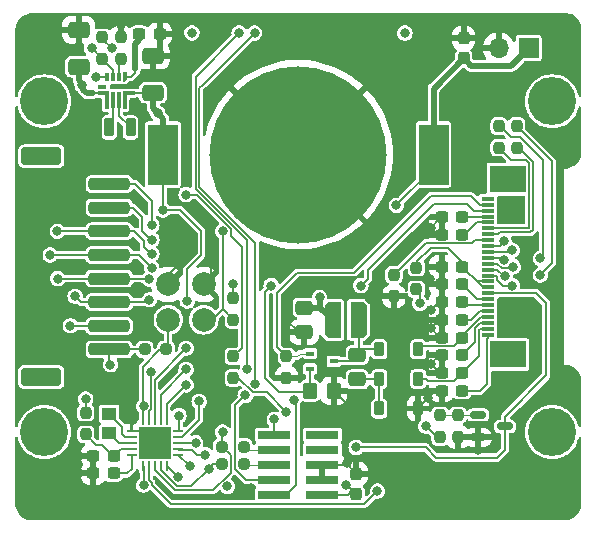
<source format=gtl>
%TF.GenerationSoftware,KiCad,Pcbnew,7.0.7*%
%TF.CreationDate,2023-11-30T17:57:34-08:00*%
%TF.ProjectId,TemperatureHumidityEPD,54656d70-6572-4617-9475-726548756d69,rev?*%
%TF.SameCoordinates,PX75040e0PY7b67cc0*%
%TF.FileFunction,Copper,L1,Top*%
%TF.FilePolarity,Positive*%
%FSLAX46Y46*%
G04 Gerber Fmt 4.6, Leading zero omitted, Abs format (unit mm)*
G04 Created by KiCad (PCBNEW 7.0.7) date 2023-11-30 17:57:34*
%MOMM*%
%LPD*%
G01*
G04 APERTURE LIST*
G04 Aperture macros list*
%AMRoundRect*
0 Rectangle with rounded corners*
0 $1 Rounding radius*
0 $2 $3 $4 $5 $6 $7 $8 $9 X,Y pos of 4 corners*
0 Add a 4 corners polygon primitive as box body*
4,1,4,$2,$3,$4,$5,$6,$7,$8,$9,$2,$3,0*
0 Add four circle primitives for the rounded corners*
1,1,$1+$1,$2,$3*
1,1,$1+$1,$4,$5*
1,1,$1+$1,$6,$7*
1,1,$1+$1,$8,$9*
0 Add four rect primitives between the rounded corners*
20,1,$1+$1,$2,$3,$4,$5,0*
20,1,$1+$1,$4,$5,$6,$7,0*
20,1,$1+$1,$6,$7,$8,$9,0*
20,1,$1+$1,$8,$9,$2,$3,0*%
%AMOutline5P*
0 Free polygon, 5 corners , with rotation*
0 The origin of the aperture is its center*
0 number of corners: always 5*
0 $1 to $10 corner X, Y*
0 $11 Rotation angle, in degrees counterclockwise*
0 create outline with 5 corners*
4,1,5,$1,$2,$3,$4,$5,$6,$7,$8,$9,$10,$1,$2,$11*%
%AMOutline6P*
0 Free polygon, 6 corners , with rotation*
0 The origin of the aperture is its center*
0 number of corners: always 6*
0 $1 to $12 corner X, Y*
0 $13 Rotation angle, in degrees counterclockwise*
0 create outline with 6 corners*
4,1,6,$1,$2,$3,$4,$5,$6,$7,$8,$9,$10,$11,$12,$1,$2,$13*%
%AMOutline7P*
0 Free polygon, 7 corners , with rotation*
0 The origin of the aperture is its center*
0 number of corners: always 7*
0 $1 to $14 corner X, Y*
0 $15 Rotation angle, in degrees counterclockwise*
0 create outline with 7 corners*
4,1,7,$1,$2,$3,$4,$5,$6,$7,$8,$9,$10,$11,$12,$13,$14,$1,$2,$15*%
%AMOutline8P*
0 Free polygon, 8 corners , with rotation*
0 The origin of the aperture is its center*
0 number of corners: always 8*
0 $1 to $16 corner X, Y*
0 $17 Rotation angle, in degrees counterclockwise*
0 create outline with 8 corners*
4,1,8,$1,$2,$3,$4,$5,$6,$7,$8,$9,$10,$11,$12,$13,$14,$15,$16,$1,$2,$17*%
%AMFreePoly0*
4,1,7,0.723768,-0.149824,-0.430033,-0.150223,-0.430033,-0.803623,-0.734833,-0.803623,-0.734833,0.154777,0.723768,0.154976,0.723768,-0.149824,0.723768,-0.149824,$1*%
%AMFreePoly1*
4,1,7,-0.760101,0.152799,0.393700,0.152400,0.393700,-0.152400,-1.064901,-0.152201,-1.064901,0.806199,-0.760101,0.806199,-0.760101,0.152799,-0.760101,0.152799,$1*%
G04 Aperture macros list end*
%TA.AperFunction,SMDPad,CuDef*%
%ADD10R,2.500000X5.100000*%
%TD*%
%TA.AperFunction,SMDPad,CuDef*%
%ADD11C,15.000000*%
%TD*%
%TA.AperFunction,SMDPad,CuDef*%
%ADD12RoundRect,0.237500X0.237500X-0.300000X0.237500X0.300000X-0.237500X0.300000X-0.237500X-0.300000X0*%
%TD*%
%TA.AperFunction,SMDPad,CuDef*%
%ADD13RoundRect,0.237500X0.300000X0.237500X-0.300000X0.237500X-0.300000X-0.237500X0.300000X-0.237500X0*%
%TD*%
%TA.AperFunction,ComponentPad*%
%ADD14R,1.700000X1.700000*%
%TD*%
%TA.AperFunction,ComponentPad*%
%ADD15O,1.700000X1.700000*%
%TD*%
%TA.AperFunction,SMDPad,CuDef*%
%ADD16R,2.790000X0.740000*%
%TD*%
%TA.AperFunction,SMDPad,CuDef*%
%ADD17RoundRect,0.250000X-1.500000X0.250000X-1.500000X-0.250000X1.500000X-0.250000X1.500000X0.250000X0*%
%TD*%
%TA.AperFunction,SMDPad,CuDef*%
%ADD18RoundRect,0.250001X-1.449999X0.499999X-1.449999X-0.499999X1.449999X-0.499999X1.449999X0.499999X0*%
%TD*%
%TA.AperFunction,SMDPad,CuDef*%
%ADD19RoundRect,0.237500X0.237500X-0.250000X0.237500X0.250000X-0.237500X0.250000X-0.237500X-0.250000X0*%
%TD*%
%TA.AperFunction,WasherPad*%
%ADD20C,4.064000*%
%TD*%
%TA.AperFunction,SMDPad,CuDef*%
%ADD21RoundRect,0.237500X-0.250000X-0.237500X0.250000X-0.237500X0.250000X0.237500X-0.250000X0.237500X0*%
%TD*%
%TA.AperFunction,SMDPad,CuDef*%
%ADD22RoundRect,0.062500X-0.062500X0.350000X-0.062500X-0.350000X0.062500X-0.350000X0.062500X0.350000X0*%
%TD*%
%TA.AperFunction,SMDPad,CuDef*%
%ADD23RoundRect,0.062500X-0.350000X0.062500X-0.350000X-0.062500X0.350000X-0.062500X0.350000X0.062500X0*%
%TD*%
%TA.AperFunction,SMDPad,CuDef*%
%ADD24R,2.700000X2.700000*%
%TD*%
%TA.AperFunction,SMDPad,CuDef*%
%ADD25R,0.700000X0.450000*%
%TD*%
%TA.AperFunction,SMDPad,CuDef*%
%ADD26RoundRect,0.237500X-0.237500X0.250000X-0.237500X-0.250000X0.237500X-0.250000X0.237500X0.250000X0*%
%TD*%
%TA.AperFunction,SMDPad,CuDef*%
%ADD27RoundRect,0.237500X0.250000X0.237500X-0.250000X0.237500X-0.250000X-0.237500X0.250000X-0.237500X0*%
%TD*%
%TA.AperFunction,SMDPad,CuDef*%
%ADD28RoundRect,0.200000X0.200000X0.600000X-0.200000X0.600000X-0.200000X-0.600000X0.200000X-0.600000X0*%
%TD*%
%TA.AperFunction,SMDPad,CuDef*%
%ADD29RoundRect,0.237500X-0.300000X-0.237500X0.300000X-0.237500X0.300000X0.237500X-0.300000X0.237500X0*%
%TD*%
%TA.AperFunction,SMDPad,CuDef*%
%ADD30R,1.200000X1.050000*%
%TD*%
%TA.AperFunction,SMDPad,CuDef*%
%ADD31R,3.100000X2.300000*%
%TD*%
%TA.AperFunction,SMDPad,CuDef*%
%ADD32R,1.100000X0.300000*%
%TD*%
%TA.AperFunction,SMDPad,CuDef*%
%ADD33RoundRect,0.150000X-0.512500X-0.150000X0.512500X-0.150000X0.512500X0.150000X-0.512500X0.150000X0*%
%TD*%
%TA.AperFunction,SMDPad,CuDef*%
%ADD34Outline6P,-0.700000X1.220000X-0.420000X1.500000X0.700000X1.500000X0.700000X-1.500000X-0.420000X-1.500000X-0.700000X-1.220000X0.000000*%
%TD*%
%TA.AperFunction,SMDPad,CuDef*%
%ADD35Outline6P,-0.700000X1.500000X0.420000X1.500000X0.700000X1.220000X0.700000X-1.220000X0.420000X-1.500000X-0.700000X-1.500000X0.000000*%
%TD*%
%TA.AperFunction,SMDPad,CuDef*%
%ADD36RoundRect,0.225000X0.225000X0.375000X-0.225000X0.375000X-0.225000X-0.375000X0.225000X-0.375000X0*%
%TD*%
%TA.AperFunction,SMDPad,CuDef*%
%ADD37RoundRect,0.250000X-0.350000X-0.450000X0.350000X-0.450000X0.350000X0.450000X-0.350000X0.450000X0*%
%TD*%
%TA.AperFunction,SMDPad,CuDef*%
%ADD38C,2.000000*%
%TD*%
%TA.AperFunction,SMDPad,CuDef*%
%ADD39RoundRect,0.225000X-0.225000X-0.375000X0.225000X-0.375000X0.225000X0.375000X-0.225000X0.375000X0*%
%TD*%
%TA.AperFunction,SMDPad,CuDef*%
%ADD40RoundRect,0.250000X0.650000X-0.412500X0.650000X0.412500X-0.650000X0.412500X-0.650000X-0.412500X0*%
%TD*%
%TA.AperFunction,SMDPad,CuDef*%
%ADD41Outline5P,-0.393700X0.152400X0.241300X0.152400X0.393700X0.000000X0.393700X-0.152400X-0.393700X-0.152400X270.000000*%
%TD*%
%TA.AperFunction,SMDPad,CuDef*%
%ADD42R,0.304800X0.787400*%
%TD*%
%TA.AperFunction,SMDPad,CuDef*%
%ADD43R,0.787400X0.304800*%
%TD*%
%TA.AperFunction,SMDPad,CuDef*%
%ADD44R,0.127000X0.127000*%
%TD*%
%TA.AperFunction,SMDPad,CuDef*%
%ADD45FreePoly0,270.000000*%
%TD*%
%TA.AperFunction,SMDPad,CuDef*%
%ADD46R,0.304800X1.447800*%
%TD*%
%TA.AperFunction,SMDPad,CuDef*%
%ADD47FreePoly1,270.000000*%
%TD*%
%TA.AperFunction,SMDPad,CuDef*%
%ADD48R,1.955800X0.304800*%
%TD*%
%TA.AperFunction,SMDPad,CuDef*%
%ADD49RoundRect,0.250000X0.475000X-0.337500X0.475000X0.337500X-0.475000X0.337500X-0.475000X-0.337500X0*%
%TD*%
%TA.AperFunction,ViaPad*%
%ADD50C,0.800000*%
%TD*%
%TA.AperFunction,Conductor*%
%ADD51C,0.200000*%
%TD*%
%TA.AperFunction,Conductor*%
%ADD52C,0.500000*%
%TD*%
%TA.AperFunction,Conductor*%
%ADD53C,0.152400*%
%TD*%
%TA.AperFunction,Conductor*%
%ADD54C,0.100000*%
%TD*%
G04 APERTURE END LIST*
D10*
%TO.P,BT1,1,+*%
%TO.N,+BATT*%
X35450000Y31000000D03*
%TO.P,BT1,2,+*%
X12550000Y31000000D03*
D11*
%TO.P,BT1,3,-*%
%TO.N,GND*%
X24000000Y31000000D03*
%TD*%
D12*
%TO.P,C1,1*%
%TO.N,+BATT*%
X38000000Y39137500D03*
%TO.P,C1,2*%
%TO.N,GND*%
X38000000Y40862500D03*
%TD*%
%TO.P,C2,1*%
%TO.N,+3V3*%
X28900000Y2237500D03*
%TO.P,C2,2*%
%TO.N,GND*%
X28900000Y3962500D03*
%TD*%
D13*
%TO.P,C4,1*%
%TO.N,/VCORE*%
X8362500Y4000000D03*
%TO.P,C4,2*%
%TO.N,GND*%
X6637500Y4000000D03*
%TD*%
%TO.P,C5,1*%
%TO.N,/VDD*%
X8362500Y5500000D03*
%TO.P,C5,2*%
%TO.N,GND*%
X6637500Y5500000D03*
%TD*%
D14*
%TO.P,J1,1,Pin_1*%
%TO.N,+BATT*%
X43500000Y40000000D03*
D15*
%TO.P,J1,2,Pin_2*%
%TO.N,GND*%
X40960000Y40000000D03*
%TD*%
D16*
%TO.P,J2,01,Pin_1*%
%TO.N,+3V3*%
X26035000Y2185000D03*
%TO.P,J2,02,Pin_2*%
%TO.N,/SWDIO*%
X21965000Y2185000D03*
%TO.P,J2,03,Pin_3*%
%TO.N,GND*%
X26035000Y3455000D03*
%TO.P,J2,04,Pin_4*%
%TO.N,/SWDCLK*%
X21965000Y3455000D03*
%TO.P,J2,05,Pin_5*%
%TO.N,GND*%
X26035000Y4725000D03*
%TO.P,J2,06,Pin_6*%
%TO.N,Net-(J2-Pin_6)*%
X21965000Y4725000D03*
%TO.P,J2,07,Pin_7*%
%TO.N,unconnected-(J2-Pin_7-Pad07)*%
X26035000Y5995000D03*
%TO.P,J2,08,Pin_8*%
%TO.N,Net-(J2-Pin_8)*%
X21965000Y5995000D03*
%TO.P,J2,09,Pin_9*%
%TO.N,unconnected-(J2-Pin_9-Pad09)*%
X26035000Y7265000D03*
%TO.P,J2,10,Pin_10*%
%TO.N,/MCU_RESET*%
X21965000Y7265000D03*
%TD*%
D17*
%TO.P,J3,1,Pin_1*%
%TO.N,/EPD_BUSY*%
X8000000Y28500000D03*
%TO.P,J3,2,Pin_2*%
%TO.N,/EPD_RST*%
X8000000Y26500000D03*
%TO.P,J3,3,Pin_3*%
%TO.N,/EPD_DC*%
X8000000Y24500000D03*
%TO.P,J3,4,Pin_4*%
%TO.N,/SPI0_SS*%
X8000000Y22500000D03*
%TO.P,J3,5,Pin_5*%
%TO.N,/SPI0_SCLK*%
X8000000Y20500000D03*
%TO.P,J3,6,Pin_6*%
%TO.N,/SPI0_MOSI*%
X8000000Y18500000D03*
%TO.P,J3,7,Pin_7*%
%TO.N,/EPD_GND*%
X8000000Y16500000D03*
%TO.P,J3,8,Pin_8*%
%TO.N,+3V3*%
X8000000Y14500000D03*
D18*
%TO.P,J3,MP*%
%TO.N,N/C*%
X2250000Y30850000D03*
X2250000Y12150000D03*
%TD*%
D19*
%TO.P,L1,1*%
%TO.N,/VDD*%
X6000000Y7312500D03*
%TO.P,L1,2*%
%TO.N,+3V3*%
X6000000Y9137500D03*
%TD*%
D20*
%TO.P,MP1,*%
%TO.N,*%
X45500000Y7500000D03*
%TD*%
%TO.P,MP2,*%
%TO.N,*%
X2500000Y35500000D03*
%TD*%
%TO.P,MP3,*%
%TO.N,*%
X2500000Y7500000D03*
%TD*%
%TO.P,MP4,*%
%TO.N,*%
X45500000Y35500000D03*
%TD*%
D21*
%TO.P,R2,1*%
%TO.N,+3V3*%
X10987500Y14500000D03*
%TO.P,R2,2*%
%TO.N,/MCU_RESET*%
X12812500Y14500000D03*
%TD*%
D22*
%TO.P,U2,1,P0.1*%
%TO.N,/SWDCLK*%
X12852500Y8562500D03*
%TO.P,U2,2,P0.0*%
%TO.N,/SWDIO*%
X12352500Y8562500D03*
%TO.P,U2,3,P0.13*%
%TO.N,/EPD_POWER*%
X11852500Y8562500D03*
%TO.P,U2,4,P0.12*%
%TO.N,/EPD_RST*%
X11352500Y8562500D03*
%TO.P,U2,5,~{RSTN}*%
%TO.N,/MCU_RESET*%
X10852500Y8562500D03*
D23*
%TO.P,U2,6,V_{SS}*%
%TO.N,GND*%
X9890000Y7600000D03*
%TO.P,U2,7,32KOUT*%
%TO.N,Net-(U2-32KOUT)*%
X9890000Y7100000D03*
%TO.P,U2,8,32KIN*%
%TO.N,Net-(U2-32KIN)*%
X9890000Y6600000D03*
%TO.P,U2,9,VDD*%
%TO.N,/VDD*%
X9890000Y6100000D03*
%TO.P,U2,10,VCORE*%
%TO.N,/VCORE*%
X9890000Y5600000D03*
D22*
%TO.P,U2,11,P0.9*%
%TO.N,/I2C0_SDA*%
X10852500Y4637500D03*
%TO.P,U2,12,P0.8*%
%TO.N,/I2C0_SCL*%
X11352500Y4637500D03*
%TO.P,U2,13,P0.11*%
%TO.N,/UART1_RX*%
X11852500Y4637500D03*
%TO.P,U2,14,P0.10*%
%TO.N,/UART1_TX*%
X12352500Y4637500D03*
%TO.P,U2,15,P0.7*%
%TO.N,/SPI0_SS*%
X12852500Y4637500D03*
D23*
%TO.P,U2,16,P0.6*%
%TO.N,/SPI0_SCLK*%
X13815000Y5600000D03*
%TO.P,U2,17,P0.5*%
%TO.N,/SPI0_MOSI*%
X13815000Y6100000D03*
%TO.P,U2,18,P0.4*%
%TO.N,/SPI0_MISO*%
X13815000Y6600000D03*
%TO.P,U2,19,P0.3*%
%TO.N,/EPD_BUSY*%
X13815000Y7100000D03*
%TO.P,U2,20,P0.2*%
%TO.N,/EPD_DC*%
X13815000Y7600000D03*
D24*
%TO.P,U2,21,V_{SS}*%
%TO.N,GND*%
X11852500Y6600000D03*
%TD*%
D25*
%TO.P,Q1,1,G*%
%TO.N,/GDR*%
X25000000Y14150000D03*
%TO.P,Q1,2,S*%
%TO.N,/RESE*%
X25000000Y12850000D03*
%TO.P,Q1,3,D*%
%TO.N,Net-(D5-A)*%
X27000000Y13500000D03*
%TD*%
D26*
%TO.P,R4,1*%
%TO.N,+BATT*%
X18500000Y18825000D03*
%TO.P,R4,2*%
%TO.N,Net-(U3-EN)*%
X18500000Y17000000D03*
%TD*%
%TO.P,R5,1*%
%TO.N,+BATT*%
X7400000Y40912500D03*
%TO.P,R5,2*%
%TO.N,Net-(U3-INGOOD)*%
X7400000Y39087500D03*
%TD*%
%TO.P,R14,1*%
%TO.N,/BS*%
X32100000Y20812500D03*
%TO.P,R14,2*%
%TO.N,GND*%
X32100000Y18987500D03*
%TD*%
D13*
%TO.P,C19,1*%
%TO.N,/PREVGL*%
X37862500Y12500000D03*
%TO.P,C19,2*%
%TO.N,GND*%
X36137500Y12500000D03*
%TD*%
D27*
%TO.P,R6,1*%
%TO.N,Net-(J2-Pin_6)*%
X19377500Y4765000D03*
%TO.P,R6,2*%
%TO.N,/UART1_TX*%
X17552500Y4765000D03*
%TD*%
D26*
%TO.P,R16,1*%
%TO.N,Net-(Q2-G)*%
X36000000Y8912500D03*
%TO.P,R16,2*%
%TO.N,/EPD_POWER*%
X36000000Y7087500D03*
%TD*%
D13*
%TO.P,C11,1*%
%TO.N,/VGH*%
X37862500Y24200000D03*
%TO.P,C11,2*%
%TO.N,GND*%
X36137500Y24200000D03*
%TD*%
D28*
%TO.P,L2,1,1*%
%TO.N,Net-(U3-LVLX)*%
X9800000Y33290000D03*
%TO.P,L2,2,2*%
%TO.N,Net-(U3-HVLX)*%
X8000000Y33290000D03*
%TD*%
D13*
%TO.P,C20,1*%
%TO.N,/VCOM*%
X37862500Y11000000D03*
%TO.P,C20,2*%
%TO.N,GND*%
X36137500Y11000000D03*
%TD*%
%TO.P,C14,1*%
%TO.N,/EPD_VDD*%
X37862500Y20000000D03*
%TO.P,C14,2*%
%TO.N,GND*%
X36137500Y20000000D03*
%TD*%
D29*
%TO.P,C7,1*%
%TO.N,Net-(U3-CAP)*%
X10537500Y41200000D03*
%TO.P,C7,2*%
%TO.N,GND*%
X12262500Y41200000D03*
%TD*%
D30*
%TO.P,Y1,1,1*%
%TO.N,Net-(U2-32KOUT)*%
X8000000Y9050000D03*
%TO.P,Y1,2,2*%
%TO.N,Net-(U2-32KIN)*%
X8000000Y7400000D03*
%TD*%
D13*
%TO.P,C16,1*%
%TO.N,/VSH*%
X37862500Y17000000D03*
%TO.P,C16,2*%
%TO.N,GND*%
X36137500Y17000000D03*
%TD*%
%TO.P,C18,1*%
%TO.N,/VSL*%
X37862500Y14000000D03*
%TO.P,C18,2*%
%TO.N,GND*%
X36137500Y14000000D03*
%TD*%
D31*
%TO.P,J4,MP*%
%TO.N,N/C*%
X41750000Y28920000D03*
X41750000Y14080000D03*
D32*
%TO.P,J4,24,Pin_24*%
%TO.N,/VCOM*%
X40050000Y15750000D03*
%TO.P,J4,23,Pin_23*%
%TO.N,/PREVGL*%
X40050000Y16250000D03*
%TO.P,J4,22,Pin_22*%
%TO.N,/VSL*%
X40050000Y16750000D03*
%TO.P,J4,21,Pin_21*%
%TO.N,/PREVGH*%
X40050000Y17250000D03*
%TO.P,J4,20,Pin_20*%
%TO.N,/VSH*%
X40050000Y17750000D03*
%TO.P,J4,19,Pin_19*%
%TO.N,/VPP*%
X40050000Y18250000D03*
%TO.P,J4,18,Pin_18*%
%TO.N,/EPD_VDD*%
X40050000Y18750000D03*
%TO.P,J4,17,Pin_17*%
%TO.N,/EPD_GND*%
X40050000Y19250000D03*
%TO.P,J4,16,Pin_16*%
%TO.N,/VCI*%
X40050000Y19750000D03*
%TO.P,J4,15,Pin_15*%
X40050000Y20250000D03*
%TO.P,J4,14,Pin_14*%
%TO.N,/SPI0_MOSI*%
X40050000Y20750000D03*
%TO.P,J4,13,Pin_13*%
%TO.N,/SPI0_SCLK*%
X40050000Y21250000D03*
%TO.P,J4,12,Pin_12*%
%TO.N,/SPI0_SS*%
X40050000Y21750000D03*
%TO.P,J4,11,Pin_11*%
%TO.N,/EPD_DC*%
X40050000Y22250000D03*
%TO.P,J4,10,Pin_10*%
%TO.N,/EPD_RST*%
X40050000Y22750000D03*
%TO.P,J4,9,Pin_9*%
%TO.N,/EPD_BUSY*%
X40050000Y23250000D03*
%TO.P,J4,8,Pin_8*%
%TO.N,/BS*%
X40050000Y23750000D03*
%TO.P,J4,7,Pin_7*%
%TO.N,/EPD_TSDA*%
X40050000Y24250000D03*
%TO.P,J4,6,Pin_6*%
%TO.N,/EPD_TSCL*%
X40050000Y24750000D03*
%TO.P,J4,5,Pin_5*%
%TO.N,/VGH*%
X40050000Y25250000D03*
%TO.P,J4,4,Pin_4*%
%TO.N,/VGL*%
X40050000Y25750000D03*
%TO.P,J4,3,Pin_3*%
%TO.N,/RESE*%
X40050000Y26250000D03*
%TO.P,J4,2,Pin_2*%
%TO.N,/GDR*%
X40050000Y26750000D03*
%TO.P,J4,1,Pin_1*%
%TO.N,/HLT_CTL*%
X40050000Y27250000D03*
%TD*%
D19*
%TO.P,R15,1*%
%TO.N,GND*%
X23000000Y12087500D03*
%TO.P,R15,2*%
%TO.N,/GDR*%
X23000000Y13912500D03*
%TD*%
D26*
%TO.P,R9,1*%
%TO.N,/I2C0_SCL*%
X41000000Y33412500D03*
%TO.P,R9,2*%
%TO.N,/EPD_TSCL*%
X41000000Y31587500D03*
%TD*%
D33*
%TO.P,Q2,1,G*%
%TO.N,Net-(Q2-G)*%
X39225000Y8950000D03*
%TO.P,Q2,2,S*%
%TO.N,GND*%
X39225000Y7050000D03*
%TO.P,Q2,3,D*%
%TO.N,/EPD_GND*%
X41500000Y8000000D03*
%TD*%
D34*
%TO.P,L4,1*%
%TO.N,+3V3*%
X26900000Y17000000D03*
D35*
%TO.P,L4,2*%
%TO.N,Net-(D5-A)*%
X29100000Y17000000D03*
%TD*%
D13*
%TO.P,C15,1*%
%TO.N,/VPP*%
X37862500Y18500000D03*
%TO.P,C15,2*%
%TO.N,GND*%
X36137500Y18500000D03*
%TD*%
D36*
%TO.P,D3,1,K*%
%TO.N,GND*%
X34150000Y9500000D03*
%TO.P,D3,2,A*%
%TO.N,Net-(D3-A)*%
X30850000Y9500000D03*
%TD*%
D26*
%TO.P,R8,1*%
%TO.N,Net-(U3-INGOOD)*%
X18500000Y13912500D03*
%TO.P,R8,2*%
%TO.N,/SPI0_MISO*%
X18500000Y12087500D03*
%TD*%
D19*
%TO.P,L3,1*%
%TO.N,+3V3*%
X34000000Y19587500D03*
%TO.P,L3,2*%
%TO.N,/VCI*%
X34000000Y21412500D03*
%TD*%
D13*
%TO.P,C13,1*%
%TO.N,/VCI*%
X37862500Y21500000D03*
%TO.P,C13,2*%
%TO.N,GND*%
X36137500Y21500000D03*
%TD*%
D37*
%TO.P,R18,1*%
%TO.N,/RESE*%
X25000000Y11000000D03*
%TO.P,R18,2*%
%TO.N,GND*%
X27000000Y11000000D03*
%TD*%
D38*
%TO.P,TP1,1,1*%
%TO.N,GND*%
X13000000Y20000000D03*
%TO.P,TP1,2,2*%
%TO.N,/MCU_RESET*%
X13000000Y17000000D03*
%TD*%
%TO.P,TP2,1,1*%
%TO.N,GND*%
X16000000Y20000000D03*
%TO.P,TP2,2,2*%
%TO.N,Net-(U3-EN)*%
X16000000Y17000000D03*
%TD*%
D13*
%TO.P,C17,1*%
%TO.N,/PREVGH*%
X37862500Y15500000D03*
%TO.P,C17,2*%
%TO.N,GND*%
X36137500Y15500000D03*
%TD*%
D36*
%TO.P,D5,1,K*%
%TO.N,/PREVGH*%
X34150000Y14500000D03*
%TO.P,D5,2,A*%
%TO.N,Net-(D5-A)*%
X30850000Y14500000D03*
%TD*%
D39*
%TO.P,D4,1,K*%
%TO.N,Net-(D3-A)*%
X30850000Y12000000D03*
%TO.P,D4,2,A*%
%TO.N,/PREVGL*%
X34150000Y12000000D03*
%TD*%
D13*
%TO.P,C10,1*%
%TO.N,/VGL*%
X37862500Y25700000D03*
%TO.P,C10,2*%
%TO.N,GND*%
X36137500Y25700000D03*
%TD*%
D26*
%TO.P,R10,1*%
%TO.N,/I2C0_SDA*%
X42500000Y33412500D03*
%TO.P,R10,2*%
%TO.N,/EPD_TSDA*%
X42500000Y31587500D03*
%TD*%
D40*
%TO.P,C8,1*%
%TO.N,+3V3*%
X5400000Y38437500D03*
%TO.P,C8,2*%
%TO.N,GND*%
X5400000Y41562500D03*
%TD*%
D41*
%TO.P,U3,1,CAP*%
%TO.N,Net-(U3-CAP)*%
X9300001Y37595000D03*
D42*
%TO.P,U3,2,FAST/RSEL*%
%TO.N,Net-(U3-FAST{slash}RSEL)*%
X8800000Y37595000D03*
%TO.P,U3,3,INGOOD*%
%TO.N,Net-(U3-INGOOD)*%
X8300000Y37595000D03*
%TO.P,U3,4,EN*%
%TO.N,Net-(U3-EN)*%
X7799999Y37595000D03*
D43*
%TO.P,U3,5,PGOOD*%
%TO.N,unconnected-(U3-PGOOD-Pad5)*%
X7387500Y36682500D03*
D44*
%TO.P,U3,6,OUT*%
%TO.N,+3V3*%
X7387500Y36182500D03*
D45*
%TO.P,U3,7,OUT*%
X7799999Y35600000D03*
D46*
%TO.P,U3,8,HVLX*%
%TO.N,Net-(U3-HVLX)*%
X8300000Y35600000D03*
%TO.P,U3,9,LVLX*%
%TO.N,Net-(U3-LVLX)*%
X8800000Y35600000D03*
D47*
%TO.P,U3,10,IN*%
%TO.N,+BATT*%
X9300001Y35270000D03*
D44*
%TO.P,U3,11,IN*%
X9712500Y36182500D03*
D48*
%TO.P,U3,12,GND*%
%TO.N,GND*%
X9128500Y36682500D03*
%TD*%
D40*
%TO.P,C6,1*%
%TO.N,+BATT*%
X11700000Y36237500D03*
%TO.P,C6,2*%
%TO.N,GND*%
X11700000Y39362500D03*
%TD*%
D19*
%TO.P,R17,1*%
%TO.N,GND*%
X37500000Y7087500D03*
%TO.P,R17,2*%
%TO.N,Net-(Q2-G)*%
X37500000Y8912500D03*
%TD*%
%TO.P,R13,1*%
%TO.N,Net-(U3-FAST{slash}RSEL)*%
X9000000Y39087500D03*
%TO.P,R13,2*%
%TO.N,GND*%
X9000000Y40912500D03*
%TD*%
D49*
%TO.P,C12,1*%
%TO.N,Net-(D3-A)*%
X29000000Y11962500D03*
%TO.P,C12,2*%
%TO.N,Net-(D5-A)*%
X29000000Y14037500D03*
%TD*%
%TO.P,C9,1*%
%TO.N,GND*%
X24500000Y15962500D03*
%TO.P,C9,2*%
%TO.N,+3V3*%
X24500000Y18037500D03*
%TD*%
D27*
%TO.P,R7,1*%
%TO.N,Net-(J2-Pin_8)*%
X19377500Y6265000D03*
%TO.P,R7,2*%
%TO.N,/UART1_RX*%
X17552500Y6265000D03*
%TD*%
D50*
%TO.N,+3V3*%
X5700000Y36900000D03*
X33025000Y41275000D03*
X25800000Y18900000D03*
X15000000Y41300000D03*
X18000000Y2900000D03*
X8100000Y13200000D03*
X6000000Y10300000D03*
X34300000Y18400000D03*
X28000000Y3000000D03*
%TO.N,GND*%
X15000000Y22800000D03*
X5400000Y5500000D03*
X24000000Y35000000D03*
X30500000Y19000000D03*
X35200000Y24800000D03*
X28000000Y31000000D03*
X16800000Y41400000D03*
X30300000Y24500000D03*
X36737500Y40862500D03*
X41800000Y17200000D03*
X38600000Y31300000D03*
X32500000Y13300000D03*
X5400000Y4000000D03*
X24000000Y27000000D03*
X2200000Y40800000D03*
X46000000Y2000000D03*
X42000000Y36200000D03*
X11700000Y37700000D03*
X5400000Y40200000D03*
X42200000Y26700000D03*
X20900000Y9600000D03*
X20000000Y31000000D03*
X10000000Y8500000D03*
X20000000Y2800000D03*
X35200000Y16300000D03*
X35166440Y20500194D03*
X31300000Y16200000D03*
X35000000Y10400000D03*
X13800000Y37300000D03*
X17200000Y9800000D03*
X28800000Y9600000D03*
X28100000Y4900000D03*
X35200000Y13300000D03*
X9000000Y42000000D03*
X16600000Y21800000D03*
X23000000Y17000000D03*
X32100000Y37400000D03*
X46300000Y41100000D03*
X2200000Y28100000D03*
X35200000Y17800000D03*
X39200000Y6000000D03*
X2200000Y15400000D03*
X2400000Y2000000D03*
%TO.N,/SWDIO*%
X19697600Y12800000D03*
X19000000Y41300000D03*
X23600000Y10200000D03*
X14500000Y12800000D03*
%TO.N,/EPD_GND*%
X4700000Y16500000D03*
X28900000Y6198100D03*
%TO.N,/EPD_POWER*%
X14500000Y14600000D03*
X34800000Y8000000D03*
%TO.N,+BATT*%
X32300000Y26700000D03*
X12100000Y34500000D03*
X12550000Y26300000D03*
X8200000Y40000000D03*
X18500000Y20000000D03*
X14600000Y18600000D03*
%TO.N,/MCU_RESET*%
X21974392Y8574392D03*
X10900000Y9700000D03*
%TO.N,/RESE*%
X21700000Y19900000D03*
X29300000Y19900000D03*
%TO.N,/EPD_BUSY*%
X41400000Y23700000D03*
X11600000Y25000000D03*
X15600000Y10100000D03*
%TO.N,/EPD_RST*%
X11500000Y12600000D03*
X11600000Y23800000D03*
X42100000Y22900000D03*
%TO.N,/EPD_DC*%
X11600000Y22600000D03*
X41400000Y22100000D03*
X3600000Y24500000D03*
X13900000Y8900000D03*
%TO.N,/SPI0_SS*%
X13800000Y3700000D03*
X11600000Y21400000D03*
X42200000Y21500000D03*
X3000000Y22500000D03*
%TO.N,/SPI0_SCLK*%
X41500000Y20700000D03*
X14800000Y4600000D03*
X11369130Y20476519D03*
X3628100Y20500000D03*
%TO.N,/SPI0_MOSI*%
X16100000Y5600000D03*
X5100000Y19000000D03*
X42100000Y19901900D03*
X11400000Y18700000D03*
%TO.N,/I2C0_SDA*%
X44500000Y20800000D03*
X10900000Y3000000D03*
%TO.N,/I2C0_SCL*%
X44500000Y22200000D03*
X30700000Y2500000D03*
%TO.N,Net-(U3-EN)*%
X17600000Y24500000D03*
X6900000Y37600000D03*
%TO.N,Net-(U3-INGOOD)*%
X14500000Y27600000D03*
X6500000Y40000000D03*
%TO.N,/UART1_TX*%
X16400000Y4400000D03*
%TO.N,/UART1_RX*%
X20300000Y41300000D03*
X17600000Y7500000D03*
X20300000Y11600000D03*
%TO.N,/SPI0_MISO*%
X15300000Y6600000D03*
X22998100Y9200000D03*
%TO.N,/SWDCLK*%
X14500000Y11500000D03*
X19500000Y10600000D03*
%TD*%
D51*
%TO.N,+3V3*%
X28000000Y3000000D02*
X28137500Y3000000D01*
X34300000Y19287500D02*
X34000000Y19587500D01*
D52*
X5800000Y36900000D02*
X5800000Y36500000D01*
D51*
X28137500Y3000000D02*
X28900000Y2237500D01*
X26035000Y2185000D02*
X28185000Y2185000D01*
X7800000Y36150000D02*
X7767500Y36182500D01*
X7767500Y36182500D02*
X7387500Y36182500D01*
X8000000Y13300000D02*
X8100000Y13200000D01*
X34300000Y18400000D02*
X34300000Y19287500D01*
D53*
X10987500Y14500000D02*
X8000000Y14500000D01*
D51*
X6606500Y36182500D02*
X7387500Y36182500D01*
D52*
X5400000Y38437500D02*
X5400000Y37300000D01*
X5400000Y37300000D02*
X5700000Y37000000D01*
X25862500Y18037500D02*
X25862500Y18837500D01*
D51*
X6000000Y10300000D02*
X6000000Y9137500D01*
D52*
X5700000Y36900000D02*
X5800000Y36900000D01*
X5800000Y36500000D02*
X6100000Y36200000D01*
X25862500Y18837500D02*
X25800000Y18900000D01*
D51*
X6589000Y36200000D02*
X6606500Y36182500D01*
X28185000Y2185000D02*
X28500000Y2500000D01*
X8000000Y14500000D02*
X8000000Y13300000D01*
D52*
X26900000Y17000000D02*
X25862500Y18037500D01*
X6100000Y36200000D02*
X6589000Y36200000D01*
D51*
X7799999Y35600000D02*
X7800000Y36150000D01*
D52*
X5700000Y37000000D02*
X5700000Y36900000D01*
X25862500Y18037500D02*
X24500000Y18037500D01*
D51*
%TO.N,GND*%
X36137500Y17000000D02*
X35900000Y17000000D01*
X35900000Y18500000D02*
X35200000Y17800000D01*
X6637500Y4000000D02*
X5400000Y4000000D01*
D52*
X5400000Y41562500D02*
X5400000Y40200000D01*
D51*
X35900000Y14000000D02*
X35200000Y13300000D01*
X36137500Y24000000D02*
X36000000Y24000000D01*
X10000000Y8500000D02*
X9900000Y8400000D01*
D52*
X38000000Y40862500D02*
X36737500Y40862500D01*
D51*
X28800000Y9600000D02*
X28400000Y9600000D01*
X36000000Y12500000D02*
X35200000Y13300000D01*
X39200000Y6000000D02*
X39200000Y7025000D01*
X35300000Y20633754D02*
X35166440Y20500194D01*
X10182500Y36682500D02*
X10650000Y37150000D01*
D52*
X36700000Y40900000D02*
X36737500Y40862500D01*
D51*
X10852500Y7600000D02*
X9890000Y7600000D01*
X9000000Y41650000D02*
X9000000Y42000000D01*
X36137500Y12500000D02*
X36000000Y12500000D01*
X28400000Y9600000D02*
X27000000Y11000000D01*
X26035000Y4725000D02*
X26035000Y3455000D01*
X36137500Y25500000D02*
X35900000Y25500000D01*
X36137500Y14000000D02*
X35900000Y14000000D01*
D53*
X30512500Y18987500D02*
X32100000Y18987500D01*
D51*
X28100000Y4762500D02*
X28900000Y3962500D01*
D52*
X11700000Y39362500D02*
X11700000Y37700000D01*
D51*
X35666634Y20000000D02*
X35166440Y20500194D01*
X13000000Y20000000D02*
X13000000Y20800000D01*
D53*
X34150000Y9500000D02*
X34150000Y9550000D01*
X30500000Y19000000D02*
X30512500Y18987500D01*
D52*
X10650000Y37450000D02*
X10900000Y37700000D01*
X10900000Y37700000D02*
X11700000Y37700000D01*
D53*
X35600000Y11000000D02*
X35000000Y10400000D01*
D51*
X10650000Y37150000D02*
X10650000Y37450000D01*
X28100000Y4900000D02*
X27925000Y4725000D01*
X36137500Y18500000D02*
X35900000Y18500000D01*
X35900000Y17000000D02*
X35200000Y16300000D01*
X9900000Y8400000D02*
X9900000Y7610000D01*
X16600000Y20600000D02*
X16600000Y21800000D01*
D52*
X12262500Y41200000D02*
X12262500Y39925000D01*
D51*
X39200000Y7025000D02*
X39225000Y7050000D01*
X36000000Y15500000D02*
X35200000Y16300000D01*
X28100000Y4900000D02*
X28100000Y4762500D01*
X24500000Y15962500D02*
X24037500Y15962500D01*
X36137500Y20000000D02*
X35666634Y20000000D01*
X35900000Y25500000D02*
X35200000Y24800000D01*
X9128500Y36682500D02*
X10182500Y36682500D01*
X35100194Y20500194D02*
X35166440Y20500194D01*
X28100000Y4900000D02*
X28000000Y4725000D01*
X36137500Y15500000D02*
X36000000Y15500000D01*
X9900000Y7610000D02*
X9890000Y7600000D01*
X12262500Y39925000D02*
X11700000Y39362500D01*
X36000000Y24000000D02*
X35200000Y24800000D01*
X6637500Y5500000D02*
X5400000Y5500000D01*
X24037500Y15962500D02*
X23000000Y17000000D01*
X11852500Y6600000D02*
X10852500Y7600000D01*
X9000000Y40912500D02*
X9000000Y41650000D01*
X37537500Y7050000D02*
X37500000Y7087500D01*
X27925000Y4725000D02*
X26035000Y4725000D01*
X16000000Y20000000D02*
X16600000Y20600000D01*
X39225000Y7050000D02*
X37537500Y7050000D01*
D53*
X34150000Y9550000D02*
X35000000Y10400000D01*
X36137500Y11000000D02*
X35600000Y11000000D01*
D51*
X13000000Y20800000D02*
X15000000Y22800000D01*
D53*
%TO.N,/SWDIO*%
X19000000Y41300000D02*
X15300000Y37600000D01*
X12352500Y10652500D02*
X12352500Y8562500D01*
X19697600Y23722427D02*
X19697600Y12800000D01*
X22990000Y2185000D02*
X21965000Y2185000D01*
X23600000Y10200000D02*
X23800000Y10000000D01*
X23800000Y10000000D02*
X23800000Y2995000D01*
X23800000Y2995000D02*
X22990000Y2185000D01*
X15300000Y37600000D02*
X15300000Y28120027D01*
X15300000Y28120027D02*
X19697600Y23722427D01*
X14500000Y12800000D02*
X12352500Y10652500D01*
D51*
%TO.N,/EPD_GND*%
X35652400Y5347600D02*
X40847600Y5347600D01*
X41500000Y6000000D02*
X41500000Y8000000D01*
X44150000Y19250000D02*
X45000000Y18400000D01*
X45000000Y18400000D02*
X45000000Y12300000D01*
X45000000Y12300000D02*
X41500000Y8800000D01*
X28901900Y6200000D02*
X34800000Y6200000D01*
X40847600Y5347600D02*
X41500000Y6000000D01*
X28900000Y6198100D02*
X28901900Y6200000D01*
X34800000Y6200000D02*
X35652400Y5347600D01*
X41500000Y8800000D02*
X41500000Y8000000D01*
X40050000Y19250000D02*
X44150000Y19250000D01*
X4700000Y16500000D02*
X8000000Y16500000D01*
D53*
%TO.N,/EPD_POWER*%
X11852500Y8886678D02*
X11833400Y8905778D01*
X11833400Y8905778D02*
X11833400Y11933400D01*
X11852500Y8562500D02*
X11852500Y8886678D01*
X11833400Y11933400D02*
X14500000Y14600000D01*
X36000000Y7087500D02*
X35712500Y7087500D01*
X35712500Y7087500D02*
X34800000Y8000000D01*
%TO.N,+BATT*%
X15800000Y24500000D02*
X14000000Y26300000D01*
D51*
X7400000Y40912500D02*
X7400000Y40800000D01*
D53*
X14600000Y18600000D02*
X14600000Y21300000D01*
D51*
X7400000Y40800000D02*
X8200000Y40000000D01*
X35450000Y31000000D02*
X35450000Y29850000D01*
X18500000Y18825000D02*
X18500000Y20000000D01*
D52*
X38637500Y38500000D02*
X38000000Y39137500D01*
D51*
X35450000Y29850000D02*
X32300000Y26700000D01*
D52*
X11700000Y34900000D02*
X11700000Y36237500D01*
X35450000Y31000000D02*
X35450000Y36587500D01*
X12550000Y31000000D02*
X12550000Y34050000D01*
D53*
X12550000Y31000000D02*
X12550000Y26300000D01*
D51*
X11645000Y36182500D02*
X11700000Y36237500D01*
D53*
X14000000Y26300000D02*
X12550000Y26300000D01*
D52*
X43500000Y40000000D02*
X42000000Y38500000D01*
X12100000Y34500000D02*
X11700000Y34900000D01*
X35450000Y36587500D02*
X38000000Y39137500D01*
D51*
X9712500Y36182500D02*
X11645000Y36182500D01*
D52*
X42000000Y38500000D02*
X38637500Y38500000D01*
D53*
X14600000Y21300000D02*
X15800000Y22500000D01*
X15800000Y22500000D02*
X15800000Y24500000D01*
D52*
X12550000Y34050000D02*
X12100000Y34500000D01*
D51*
%TO.N,/VCORE*%
X9900000Y4400000D02*
X9500000Y4000000D01*
X9500000Y4000000D02*
X8362500Y4000000D01*
X9890000Y5600000D02*
X9890000Y4410000D01*
X9890000Y4410000D02*
X9900000Y4400000D01*
%TO.N,/VDD*%
X6000000Y7300000D02*
X6900000Y6400000D01*
X8962500Y6100000D02*
X8362500Y5500000D01*
X6900000Y6400000D02*
X7400000Y6400000D01*
X6000000Y7312500D02*
X6000000Y7300000D01*
X7400000Y6400000D02*
X8300000Y5500000D01*
X8300000Y5500000D02*
X8362500Y5500000D01*
X9890000Y6100000D02*
X8962500Y6100000D01*
%TO.N,Net-(U3-CAP)*%
X10150000Y37900000D02*
X9845000Y37595000D01*
D52*
X10150000Y40350000D02*
X10150000Y38200000D01*
D51*
X10150000Y38200000D02*
X10150000Y37900000D01*
D52*
X10537500Y41200000D02*
X10537500Y40737500D01*
X10537500Y40737500D02*
X10150000Y40350000D01*
D51*
X9845000Y37595000D02*
X9300001Y37595000D01*
D53*
%TO.N,/VGL*%
X37862500Y25500000D02*
X38112500Y25750000D01*
X38112500Y25750000D02*
X40050000Y25750000D01*
%TO.N,/VGH*%
X37862500Y24000000D02*
X39112500Y25250000D01*
X39112500Y25250000D02*
X40050000Y25250000D01*
D51*
%TO.N,/VCI*%
X40050000Y19750000D02*
X39612500Y19750000D01*
X39112500Y20250000D02*
X40050000Y20250000D01*
X36700000Y23100000D02*
X37862500Y21937500D01*
X37862500Y21937500D02*
X37862500Y21500000D01*
X37862500Y21500000D02*
X39112500Y20250000D01*
X39612500Y19750000D02*
X37862500Y21500000D01*
X34000000Y21900000D02*
X35200000Y23100000D01*
X35200000Y23100000D02*
X36700000Y23100000D01*
X34000000Y21412500D02*
X34000000Y21900000D01*
D53*
%TO.N,/VPP*%
X37862500Y18500000D02*
X38112500Y18250000D01*
X38112500Y18250000D02*
X40050000Y18250000D01*
%TO.N,/VSH*%
X38597600Y17000000D02*
X37862500Y17000000D01*
X40050000Y17750000D02*
X39347600Y17750000D01*
X39347600Y17750000D02*
X38597600Y17000000D01*
%TO.N,/PREVGH*%
X34446400Y14796400D02*
X37158900Y14796400D01*
X37862500Y15500000D02*
X37862500Y15627004D01*
X39485496Y17250000D02*
X40050000Y17250000D01*
X37158900Y14796400D02*
X37862500Y15500000D01*
X37862500Y15627004D02*
X39485496Y17250000D01*
X34150000Y14500000D02*
X34446400Y14796400D01*
%TO.N,/VSL*%
X38966600Y16300052D02*
X39416548Y16750000D01*
X37862500Y14000000D02*
X38966600Y15104100D01*
X38966600Y15104100D02*
X38966600Y16300052D01*
X39416548Y16750000D02*
X40050000Y16750000D01*
%TO.N,/PREVGL*%
X34800000Y12000000D02*
X34150000Y12000000D01*
X39347600Y16250000D02*
X40050000Y16250000D01*
X37158900Y11796400D02*
X35003600Y11796400D01*
X37862500Y12500000D02*
X39271400Y13908900D01*
X39271400Y16173800D02*
X39347600Y16250000D01*
X35003600Y11796400D02*
X34800000Y12000000D01*
X39271400Y13908900D02*
X39271400Y16173800D01*
X37862500Y12500000D02*
X37158900Y11796400D01*
%TO.N,/VCOM*%
X40050000Y15450000D02*
X40050000Y15750000D01*
X39971400Y11571400D02*
X39971400Y15371400D01*
X39400000Y11000000D02*
X39971400Y11571400D01*
X39971400Y15371400D02*
X40050000Y15450000D01*
X37862500Y11000000D02*
X39400000Y11000000D01*
%TO.N,Net-(D3-A)*%
X30850000Y9500000D02*
X30850000Y12000000D01*
X30850000Y12000000D02*
X29037500Y12000000D01*
X29037500Y12000000D02*
X29000000Y11962500D01*
D51*
%TO.N,Net-(D5-A)*%
X29000000Y14037500D02*
X28462500Y13500000D01*
X29462500Y14500000D02*
X29000000Y14037500D01*
X30850000Y14500000D02*
X29462500Y14500000D01*
X28462500Y13500000D02*
X27000000Y13500000D01*
X29100000Y17000000D02*
X29100000Y14137500D01*
X29100000Y14137500D02*
X29000000Y14037500D01*
D53*
%TO.N,/MCU_RESET*%
X21965000Y7265000D02*
X21965000Y8565000D01*
X10852500Y13052500D02*
X12212500Y14412500D01*
X21965000Y8565000D02*
X21974392Y8574392D01*
X13000000Y14687500D02*
X12812500Y14500000D01*
X13000000Y17000000D02*
X13000000Y14687500D01*
X10852500Y8562500D02*
X10852500Y13052500D01*
X12212500Y14412500D02*
X13000000Y14412500D01*
%TO.N,/GDR*%
X22200000Y14712500D02*
X23000000Y13912500D01*
X23900000Y21000000D02*
X22200000Y19300000D01*
X38600000Y27500000D02*
X35200000Y27500000D01*
X40050000Y26750000D02*
X39350000Y26750000D01*
D54*
X25000000Y14150000D02*
X24150000Y14150000D01*
X24150000Y14150000D02*
X23912500Y13912500D01*
D53*
X39350000Y26750000D02*
X38600000Y27500000D01*
X35200000Y27500000D02*
X28700000Y21000000D01*
X28700000Y21000000D02*
X23900000Y21000000D01*
X22200000Y19300000D02*
X22200000Y14712500D01*
D54*
X23912500Y13912500D02*
X23000000Y13912500D01*
D53*
%TO.N,/RESE*%
X29900000Y20500000D02*
X29300000Y19900000D01*
X21200000Y19400000D02*
X21700000Y19900000D01*
X35500000Y26800000D02*
X29900000Y21200000D01*
X40050000Y26250000D02*
X38850000Y26250000D01*
X38850000Y26250000D02*
X38300000Y26800000D01*
X29900000Y21200000D02*
X29900000Y20500000D01*
D51*
X25000000Y12850000D02*
X25000000Y11000000D01*
D53*
X25000000Y11000000D02*
X24900000Y10900000D01*
X24900000Y10900000D02*
X22400000Y10900000D01*
X22400000Y10900000D02*
X21200000Y12100000D01*
X38300000Y26800000D02*
X35500000Y26800000D01*
X21200000Y12100000D02*
X21200000Y19400000D01*
%TO.N,/EPD_TSCL*%
X41000000Y31587500D02*
X41793750Y30793750D01*
X43550000Y24750000D02*
X40050000Y24750000D01*
X41793750Y30793750D02*
X42043750Y30543750D01*
X43550000Y30277200D02*
X43550000Y24750000D01*
X43283450Y30543750D02*
X43550000Y30277200D01*
X42043750Y30543750D02*
X43283450Y30543750D01*
%TO.N,/EPD_TSDA*%
X43854800Y24623748D02*
X43631052Y24400000D01*
X41050000Y24400000D02*
X40900000Y24250000D01*
X42500000Y31587500D02*
X42670752Y31587500D01*
X42769448Y31587500D02*
X42500000Y31587500D01*
X42670752Y31587500D02*
X43854800Y30403452D01*
X40900000Y24250000D02*
X40050000Y24250000D01*
X43854800Y30403452D02*
X43854800Y24623748D01*
X43631052Y24400000D02*
X41050000Y24400000D01*
%TO.N,/BS*%
X34783900Y23496400D02*
X38696400Y23496400D01*
X38950000Y23750000D02*
X38696400Y23496400D01*
X40050000Y23750000D02*
X38950000Y23750000D01*
X32100000Y20812500D02*
X34783900Y23496400D01*
%TO.N,/EPD_BUSY*%
X8000000Y28500000D02*
X10200000Y28500000D01*
X41400000Y23600000D02*
X41050000Y23250000D01*
X11600000Y27100000D02*
X11600000Y25000000D01*
X15600000Y8560822D02*
X15600000Y10100000D01*
X10200000Y28500000D02*
X11600000Y27100000D01*
X41050000Y23250000D02*
X40050000Y23250000D01*
X13815000Y7100000D02*
X14139178Y7100000D01*
X14139178Y7100000D02*
X15600000Y8560822D01*
%TO.N,/EPD_RST*%
X11528600Y12571400D02*
X11500000Y12600000D01*
X11500000Y23800000D02*
X11600000Y23800000D01*
X11352500Y8562500D02*
X11352500Y9263525D01*
X10800000Y25700000D02*
X10800000Y24500000D01*
X11352500Y9263525D02*
X11528600Y9439625D01*
X10000000Y26500000D02*
X10800000Y25700000D01*
X10800000Y24500000D02*
X11500000Y23800000D01*
X42050000Y22750000D02*
X40050000Y22750000D01*
X42100000Y22800000D02*
X42050000Y22750000D01*
X8000000Y26500000D02*
X10000000Y26500000D01*
X11528600Y9439625D02*
X11528600Y12571400D01*
%TO.N,/EPD_DC*%
X13900000Y7700000D02*
X13900000Y8900000D01*
X10900000Y23200000D02*
X11500000Y22600000D01*
X41400000Y22100000D02*
X41250000Y22250000D01*
X10100000Y24500000D02*
X10900000Y23700000D01*
X13815000Y7600000D02*
X13815000Y7615000D01*
X13815000Y7615000D02*
X13900000Y7700000D01*
X8000000Y24500000D02*
X10100000Y24500000D01*
X41250000Y22250000D02*
X40050000Y22250000D01*
X10900000Y23700000D02*
X10900000Y23200000D01*
X3600000Y24500000D02*
X8000000Y24500000D01*
X11500000Y22600000D02*
X11600000Y22600000D01*
%TO.N,/SPI0_SS*%
X3000000Y22500000D02*
X8000000Y22500000D01*
X40861025Y21750000D02*
X40050000Y21750000D01*
X10500000Y22500000D02*
X11600000Y21400000D01*
X12852500Y4637500D02*
X12862500Y4637500D01*
X42100000Y21400000D02*
X41211025Y21400000D01*
X8000000Y22500000D02*
X10500000Y22500000D01*
X41211025Y21400000D02*
X40861025Y21750000D01*
X12862500Y4637500D02*
X13800000Y3700000D01*
%TO.N,/SPI0_SCLK*%
X8000000Y20500000D02*
X11345649Y20500000D01*
X3628100Y20500000D02*
X8000000Y20500000D01*
X11345649Y20500000D02*
X11369130Y20476519D01*
X13815000Y5585000D02*
X14800000Y4600000D01*
X13815000Y5600000D02*
X13815000Y5585000D01*
X40850000Y21250000D02*
X40050000Y21250000D01*
X41400000Y20700000D02*
X40850000Y21250000D01*
%TO.N,/SPI0_MOSI*%
X42100000Y19901900D02*
X41301900Y19901900D01*
X15400000Y5600000D02*
X15028600Y5971400D01*
X41300000Y19900000D02*
X40828600Y20371400D01*
X8000000Y18500000D02*
X11200000Y18500000D01*
X11200000Y18500000D02*
X11400000Y18700000D01*
X13943600Y5971400D02*
X15028600Y5971400D01*
X16100000Y5600000D02*
X15400000Y5600000D01*
X5100000Y19000000D02*
X5600000Y18500000D01*
X40828600Y20371400D02*
X40828600Y20628600D01*
X5600000Y18500000D02*
X8000000Y18500000D01*
X41300000Y19900000D02*
X41301900Y19901900D01*
X40828600Y20628600D02*
X40707200Y20750000D01*
X40707200Y20750000D02*
X40050000Y20750000D01*
X13815000Y6100000D02*
X13943600Y5971400D01*
D51*
%TO.N,Net-(U3-LVLX)*%
X8800000Y35600000D02*
X8800000Y34290000D01*
X8800000Y34290000D02*
X9800000Y33290000D01*
%TO.N,Net-(U3-HVLX)*%
X8300000Y33590000D02*
X8000000Y33290000D01*
X8300000Y35600000D02*
X8300000Y33590000D01*
D53*
%TO.N,/I2C0_SDA*%
X44500000Y20800000D02*
X45500000Y21800000D01*
X45500000Y21800000D02*
X45500000Y21900000D01*
X42500000Y33412500D02*
X45500000Y30412500D01*
X45500000Y30412500D02*
X45500000Y21900000D01*
X10900000Y4590000D02*
X10852500Y4637500D01*
X10900000Y3000000D02*
X10900000Y4590000D01*
%TO.N,/I2C0_SCL*%
X44704800Y30529365D02*
X44704800Y22404800D01*
X11352500Y3447500D02*
X11573900Y3226100D01*
X11573900Y3226100D02*
X11573900Y3032100D01*
X11573900Y3032100D02*
X13206000Y1400000D01*
X44704800Y22404800D02*
X44500000Y22200000D01*
X11352500Y4637500D02*
X11352500Y3447500D01*
X41087500Y33412500D02*
X42000000Y32500000D01*
X41000000Y33412500D02*
X41087500Y33412500D01*
X42734165Y32500000D02*
X44704800Y30529365D01*
X13206000Y1400000D02*
X29600000Y1400000D01*
X42000000Y32500000D02*
X42734165Y32500000D01*
X29600000Y1400000D02*
X30700000Y2500000D01*
%TO.N,Net-(U3-EN)*%
X7799999Y37595000D02*
X6905000Y37595000D01*
X16000000Y17000000D02*
X16700000Y17000000D01*
X6905000Y37595000D02*
X6900000Y37600000D01*
X17600000Y17900000D02*
X18500000Y17000000D01*
X16700000Y17000000D02*
X17600000Y17900000D01*
X17600000Y24500000D02*
X17600000Y17900000D01*
%TO.N,Net-(U3-INGOOD)*%
X14500000Y27600000D02*
X15388975Y27600000D01*
X7400000Y39087500D02*
X8300000Y38187500D01*
X15388975Y27600000D02*
X18300000Y24688975D01*
X19203600Y14616100D02*
X18500000Y13912500D01*
X19203600Y23196400D02*
X19203600Y14616100D01*
X18300000Y24688975D02*
X18300000Y24100000D01*
X18300000Y24100000D02*
X19203600Y23196400D01*
X7400000Y39100000D02*
X6500000Y40000000D01*
X8300000Y38187500D02*
X8300000Y37595000D01*
X7400000Y39087500D02*
X7400000Y39100000D01*
D54*
%TO.N,Net-(J2-Pin_6)*%
X21965000Y4725000D02*
X19417500Y4725000D01*
X19417500Y4725000D02*
X19377500Y4765000D01*
D53*
%TO.N,/UART1_TX*%
X16400000Y4400000D02*
X14900000Y2900000D01*
X16765000Y4765000D02*
X16400000Y4400000D01*
X14900000Y2900000D02*
X13711025Y2900000D01*
X13711025Y2900000D02*
X12352500Y4258525D01*
X12352500Y4258525D02*
X12352500Y4637500D01*
X17552500Y4765000D02*
X16765000Y4765000D01*
D54*
%TO.N,Net-(J2-Pin_8)*%
X19647500Y5995000D02*
X19377500Y6265000D01*
X21965000Y5995000D02*
X19647500Y5995000D01*
D53*
%TO.N,/UART1_RX*%
X11852500Y4637500D02*
X11852500Y4313322D01*
X15900000Y36900000D02*
X15604800Y36604800D01*
X18268600Y4068600D02*
X18100000Y3900000D01*
X16297600Y37297600D02*
X16350000Y37350000D01*
X16795200Y2595200D02*
X18100000Y3900000D01*
X20326200Y23524879D02*
X20326200Y11626200D01*
X13570622Y2595200D02*
X16795200Y2595200D01*
X17552500Y6265000D02*
X18268600Y5548900D01*
X18268600Y5548900D02*
X18268600Y4068600D01*
X20326200Y11626200D02*
X20300000Y11600000D01*
X11852500Y4313322D02*
X13570622Y2595200D01*
X15604800Y28246279D02*
X20326200Y23524879D01*
X15604800Y36604800D02*
X15604800Y28246279D01*
X17552500Y6265000D02*
X17552500Y7452500D01*
X16350000Y37350000D02*
X15900000Y36900000D01*
X17552500Y7452500D02*
X17600000Y7500000D01*
X20300000Y41300000D02*
X15900000Y36900000D01*
%TO.N,/SPI0_MISO*%
X18901475Y12087500D02*
X18500000Y12087500D01*
X20128600Y10860375D02*
X18901475Y12087500D01*
X22998100Y9200000D02*
X21337725Y10860375D01*
X21337725Y10860375D02*
X20128600Y10860375D01*
X13815000Y6600000D02*
X15300000Y6600000D01*
D51*
%TO.N,Net-(U3-FAST{slash}RSEL)*%
X8800000Y38887500D02*
X8800000Y37595000D01*
X9000000Y39087500D02*
X8800000Y38887500D01*
D54*
%TO.N,Net-(Q2-G)*%
X39225000Y8950000D02*
X37537500Y8950000D01*
X37537500Y8950000D02*
X37500000Y8912500D01*
X37500000Y8912500D02*
X36000000Y8912500D01*
D53*
%TO.N,/SWDCLK*%
X19540835Y3455000D02*
X18652400Y4343435D01*
X12852500Y9852500D02*
X14500000Y11500000D01*
X18652400Y9752400D02*
X19500000Y10600000D01*
X21965000Y3455000D02*
X19540835Y3455000D01*
X12852500Y8562500D02*
X12852500Y9852500D01*
X18652400Y4343435D02*
X18652400Y9752400D01*
%TO.N,Net-(U2-32KOUT)*%
X9100000Y7950000D02*
X9100000Y7300000D01*
X9100000Y7300000D02*
X9300000Y7100000D01*
X8000000Y9050000D02*
X9100000Y7950000D01*
X9300000Y7100000D02*
X9890000Y7100000D01*
%TO.N,Net-(U2-32KIN)*%
X9890000Y6600000D02*
X8800000Y6600000D01*
X8800000Y6600000D02*
X8000000Y7400000D01*
%TO.N,/EPD_VDD*%
X37862500Y20000000D02*
X39112500Y18750000D01*
X39112500Y18750000D02*
X40050000Y18750000D01*
%TD*%
%TA.AperFunction,Conductor*%
%TO.N,GND*%
G36*
X18653361Y3870347D02*
G01*
X18687745Y3846066D01*
X19297821Y3235990D01*
X19301472Y3232006D01*
X19327597Y3200872D01*
X19362774Y3180563D01*
X19367339Y3177655D01*
X19400634Y3154342D01*
X19405338Y3152148D01*
X19422508Y3145037D01*
X19427370Y3143267D01*
X19427371Y3143267D01*
X19427373Y3143266D01*
X19467403Y3136209D01*
X19472658Y3135044D01*
X19511922Y3124522D01*
X19552406Y3128065D01*
X19557810Y3128300D01*
X20204215Y3128300D01*
X20271254Y3108615D01*
X20317009Y3055811D01*
X20325832Y3028491D01*
X20334032Y2987265D01*
X20334033Y2987261D01*
X20334034Y2987260D01*
X20389399Y2904399D01*
X20389400Y2904399D01*
X20396185Y2894244D01*
X20394184Y2892908D01*
X20419602Y2846358D01*
X20414618Y2776666D01*
X20395182Y2746426D01*
X20396185Y2745756D01*
X20389400Y2735602D01*
X20389399Y2735601D01*
X20384195Y2727812D01*
X20334033Y2652740D01*
X20334032Y2652736D01*
X20319500Y2579679D01*
X20319500Y1850700D01*
X20299815Y1783661D01*
X20247011Y1737906D01*
X20195500Y1726700D01*
X13392686Y1726700D01*
X13325647Y1746385D01*
X13305005Y1763019D01*
X11937913Y3130111D01*
X11904428Y3191434D01*
X11902066Y3228596D01*
X11904378Y3255014D01*
X11893856Y3294278D01*
X11892689Y3299544D01*
X11891811Y3304523D01*
X11885634Y3339562D01*
X11885633Y3339564D01*
X11885633Y3339565D01*
X11883863Y3344427D01*
X11876752Y3361597D01*
X11874558Y3366301D01*
X11851245Y3399596D01*
X11848337Y3404161D01*
X11845489Y3409094D01*
X11828028Y3439338D01*
X11796894Y3465463D01*
X11792910Y3469114D01*
X11715519Y3546505D01*
X11682034Y3607828D01*
X11679200Y3634186D01*
X11679200Y3725237D01*
X11698885Y3792276D01*
X11751689Y3838031D01*
X11820847Y3847975D01*
X11884403Y3818950D01*
X11890867Y3812931D01*
X12536375Y3167424D01*
X13327603Y2376196D01*
X13331254Y2372212D01*
X13357384Y2341072D01*
X13375572Y2330571D01*
X13392574Y2320755D01*
X13397140Y2317846D01*
X13430422Y2294541D01*
X13435124Y2292349D01*
X13452295Y2285237D01*
X13457157Y2283467D01*
X13457158Y2283467D01*
X13457160Y2283466D01*
X13497191Y2276409D01*
X13502453Y2275242D01*
X13541708Y2264723D01*
X13582186Y2268265D01*
X13587587Y2268500D01*
X16778226Y2268500D01*
X16783629Y2268265D01*
X16824114Y2264722D01*
X16863385Y2275246D01*
X16868627Y2276408D01*
X16908662Y2283466D01*
X16908664Y2283468D01*
X16913555Y2285247D01*
X16930673Y2292338D01*
X16935394Y2294540D01*
X16935399Y2294541D01*
X16968692Y2317855D01*
X16973231Y2320747D01*
X17008438Y2341072D01*
X17034572Y2372219D01*
X17038192Y2376170D01*
X17248301Y2586279D01*
X17309622Y2619762D01*
X17379314Y2614778D01*
X17435247Y2572906D01*
X17438030Y2569036D01*
X17485682Y2500001D01*
X17509517Y2465470D01*
X17627760Y2360717D01*
X17627762Y2360716D01*
X17767634Y2287304D01*
X17921014Y2249500D01*
X17921015Y2249500D01*
X18078985Y2249500D01*
X18232365Y2287304D01*
X18290557Y2317846D01*
X18372240Y2360717D01*
X18490483Y2465470D01*
X18580220Y2595477D01*
X18636237Y2743182D01*
X18655278Y2900000D01*
X18651829Y2928410D01*
X18636237Y3056819D01*
X18609217Y3128064D01*
X18580220Y3204523D01*
X18490483Y3334530D01*
X18372240Y3439283D01*
X18354298Y3448700D01*
X18343777Y3454222D01*
X18293565Y3502807D01*
X18277591Y3570826D01*
X18300927Y3636684D01*
X18313724Y3651700D01*
X18368651Y3706627D01*
X18368658Y3706636D01*
X18487621Y3825600D01*
X18491581Y3829229D01*
X18520361Y3853377D01*
X18584369Y3881388D01*
X18653361Y3870347D01*
G37*
%TD.AperFunction*%
%TA.AperFunction,Conductor*%
G36*
X26228039Y4955315D02*
G01*
X26273794Y4902511D01*
X26285000Y4851000D01*
X26285000Y3329000D01*
X26265315Y3261961D01*
X26212511Y3216206D01*
X26161000Y3205000D01*
X25909000Y3205000D01*
X25841961Y3224685D01*
X25796206Y3277489D01*
X25785000Y3329000D01*
X25785000Y4851000D01*
X25804685Y4918039D01*
X25857489Y4963794D01*
X25909000Y4975000D01*
X26161000Y4975000D01*
X26228039Y4955315D01*
G37*
%TD.AperFunction*%
%TA.AperFunction,Conductor*%
G36*
X21218078Y10513990D02*
G01*
X21238720Y10497356D01*
X22321054Y9415022D01*
X22354539Y9353699D01*
X22356469Y9312394D01*
X22354217Y9293848D01*
X22326595Y9229670D01*
X22268660Y9190614D01*
X22201447Y9188398D01*
X22053378Y9224892D01*
X22053377Y9224892D01*
X21895407Y9224892D01*
X21895406Y9224892D01*
X21742026Y9187089D01*
X21602154Y9113677D01*
X21556853Y9073544D01*
X21484632Y9009562D01*
X21483908Y9008921D01*
X21394173Y8878917D01*
X21394172Y8878916D01*
X21338154Y8731211D01*
X21319114Y8574393D01*
X21319114Y8574392D01*
X21338154Y8417574D01*
X21394172Y8269869D01*
X21394173Y8269868D01*
X21483909Y8139861D01*
X21526290Y8102316D01*
X21563417Y8043127D01*
X21562651Y7973261D01*
X21524233Y7914901D01*
X21460363Y7886576D01*
X21444064Y7885500D01*
X20545323Y7885500D01*
X20472264Y7870968D01*
X20472260Y7870967D01*
X20389399Y7815601D01*
X20334033Y7732740D01*
X20334032Y7732736D01*
X20319500Y7659679D01*
X20319500Y6870322D01*
X20334032Y6797265D01*
X20334033Y6797261D01*
X20347397Y6777260D01*
X20389399Y6714399D01*
X20389400Y6714399D01*
X20396185Y6704244D01*
X20394184Y6702908D01*
X20419602Y6656358D01*
X20414618Y6586666D01*
X20395182Y6556425D01*
X20396184Y6555755D01*
X20389399Y6545602D01*
X20389399Y6545601D01*
X20373260Y6521448D01*
X20342602Y6475564D01*
X20288990Y6430759D01*
X20219665Y6422052D01*
X20156637Y6452206D01*
X20119918Y6511649D01*
X20115500Y6544455D01*
X20115500Y6549174D01*
X20115499Y6549191D01*
X20109251Y6607300D01*
X20084621Y6673334D01*
X20060212Y6738778D01*
X19976116Y6851116D01*
X19875149Y6926700D01*
X19863780Y6935211D01*
X19863778Y6935212D01*
X19810081Y6955240D01*
X19732299Y6984252D01*
X19674190Y6990500D01*
X19674174Y6990500D01*
X19103100Y6990500D01*
X19036061Y7010185D01*
X18990306Y7062989D01*
X18979100Y7114500D01*
X18979100Y9565716D01*
X18998785Y9632755D01*
X19015415Y9653393D01*
X19283722Y9921701D01*
X19345043Y9955184D01*
X19401078Y9954414D01*
X19421013Y9949501D01*
X19421014Y9949500D01*
X19421015Y9949500D01*
X19578985Y9949500D01*
X19732365Y9987304D01*
X19747937Y9995477D01*
X19872240Y10060717D01*
X19990483Y10165470D01*
X20080220Y10295477D01*
X20127539Y10420248D01*
X20138897Y10450195D01*
X20141114Y10449354D01*
X20170459Y10499740D01*
X20232682Y10531522D01*
X20255690Y10533675D01*
X21151039Y10533675D01*
X21218078Y10513990D01*
G37*
%TD.AperFunction*%
%TA.AperFunction,Conductor*%
G36*
X13940518Y28202475D02*
G01*
X13995696Y28159613D01*
X14018942Y28093723D01*
X14002875Y28025726D01*
X13997171Y28016645D01*
X13919780Y27904524D01*
X13863762Y27756819D01*
X13844722Y27600001D01*
X13844722Y27600000D01*
X13863762Y27443182D01*
X13913249Y27312697D01*
X13919780Y27295477D01*
X14009517Y27165470D01*
X14127760Y27060717D01*
X14127762Y27060716D01*
X14267634Y26987304D01*
X14421014Y26949500D01*
X14421015Y26949500D01*
X14578985Y26949500D01*
X14732365Y26987304D01*
X14741943Y26992331D01*
X14872240Y27060717D01*
X14990483Y27165470D01*
X15027942Y27219741D01*
X15082224Y27263730D01*
X15129992Y27273300D01*
X15202289Y27273300D01*
X15269328Y27253615D01*
X15289970Y27236981D01*
X17279046Y25247905D01*
X17312531Y25186582D01*
X17307547Y25116890D01*
X17265675Y25060957D01*
X17248996Y25050430D01*
X17227762Y25039285D01*
X17109516Y24934529D01*
X17019781Y24804525D01*
X17019780Y24804524D01*
X16963762Y24656819D01*
X16944722Y24500001D01*
X16944722Y24500000D01*
X16963762Y24343182D01*
X17017799Y24200700D01*
X17019780Y24195477D01*
X17041693Y24163730D01*
X17109517Y24065469D01*
X17183674Y23999773D01*
X17212880Y23973899D01*
X17231526Y23957381D01*
X17268653Y23898192D01*
X17273300Y23864565D01*
X17273300Y20971111D01*
X17253615Y20904072D01*
X17236981Y20883430D01*
X16353553Y20000001D01*
X16353553Y20000000D01*
X17236981Y19116572D01*
X17270466Y19055249D01*
X17273300Y19028891D01*
X17273300Y18086687D01*
X17253615Y18019648D01*
X17236981Y17999005D01*
X17090906Y17852931D01*
X17029583Y17819447D01*
X16959891Y17824431D01*
X16915544Y17852931D01*
X16864860Y17903615D01*
X16806877Y17961598D01*
X16655898Y18067315D01*
X16627638Y18087103D01*
X16485001Y18153615D01*
X16429330Y18179575D01*
X16429326Y18179576D01*
X16429322Y18179578D01*
X16217977Y18236207D01*
X16032064Y18252472D01*
X16002796Y18263921D01*
X15992064Y18257023D01*
X15967936Y18252472D01*
X15878792Y18244673D01*
X15782023Y18236207D01*
X15782020Y18236207D01*
X15570677Y18179578D01*
X15570668Y18179574D01*
X15372361Y18087102D01*
X15372359Y18087101D01*
X15287074Y18027384D01*
X15220868Y18005057D01*
X15153101Y18022069D01*
X15105289Y18073017D01*
X15092611Y18141727D01*
X15113899Y18199396D01*
X15180220Y18295477D01*
X15236237Y18443182D01*
X15244941Y18514868D01*
X15272561Y18579043D01*
X15330494Y18618100D01*
X15400347Y18619636D01*
X15408299Y18617201D01*
X15630506Y18540917D01*
X15875707Y18500000D01*
X15957129Y18500000D01*
X15999431Y18487579D01*
X16018439Y18497569D01*
X16042871Y18500000D01*
X16124293Y18500000D01*
X16369493Y18540917D01*
X16604603Y18621631D01*
X16604614Y18621636D01*
X16823228Y18739943D01*
X16823231Y18739945D01*
X16870056Y18776391D01*
X15734128Y19912319D01*
X15700643Y19973642D01*
X15705627Y20043334D01*
X15734128Y20087681D01*
X16870057Y21223611D01*
X16823229Y21260057D01*
X16604614Y21378365D01*
X16604603Y21378370D01*
X16369493Y21459084D01*
X16124293Y21500000D01*
X15875707Y21500000D01*
X15630506Y21459084D01*
X15514024Y21419095D01*
X15444225Y21415945D01*
X15383804Y21451031D01*
X15351943Y21513214D01*
X15358759Y21582750D01*
X15386078Y21624056D01*
X16019031Y22257009D01*
X16022980Y22260627D01*
X16054128Y22286762D01*
X16074456Y22321973D01*
X16077335Y22326492D01*
X16100659Y22359800D01*
X16100660Y22359805D01*
X16102864Y22364530D01*
X16109949Y22381636D01*
X16111734Y22386538D01*
X16115950Y22410449D01*
X16118790Y22426561D01*
X16119961Y22431840D01*
X16123000Y22443182D01*
X16130477Y22471086D01*
X16126935Y22511564D01*
X16126700Y22516967D01*
X16126700Y24483035D01*
X16126936Y24488442D01*
X16127742Y24497647D01*
X16130477Y24528914D01*
X16119958Y24568169D01*
X16118791Y24573431D01*
X16111734Y24613462D01*
X16111733Y24613464D01*
X16111733Y24613465D01*
X16109963Y24618327D01*
X16102851Y24635498D01*
X16100659Y24640200D01*
X16077354Y24673482D01*
X16074445Y24678048D01*
X16054129Y24713236D01*
X16054128Y24713238D01*
X16022988Y24739368D01*
X16019004Y24743019D01*
X14243013Y26519011D01*
X14239357Y26523001D01*
X14213240Y26554126D01*
X14213235Y26554130D01*
X14178047Y26574446D01*
X14173485Y26577353D01*
X14140198Y26600660D01*
X14135524Y26602839D01*
X14118312Y26609969D01*
X14113463Y26611734D01*
X14073452Y26618789D01*
X14068170Y26619960D01*
X14028913Y26630479D01*
X13993249Y26627358D01*
X13988429Y26626936D01*
X13983026Y26626700D01*
X13179992Y26626700D01*
X13112953Y26646385D01*
X13077943Y26680259D01*
X13040483Y26734530D01*
X12922240Y26839283D01*
X12922239Y26839284D01*
X12918473Y26842620D01*
X12881346Y26901810D01*
X12876700Y26935436D01*
X12876700Y28075500D01*
X12896385Y28142539D01*
X12949189Y28188294D01*
X13000700Y28199500D01*
X13824675Y28199500D01*
X13839630Y28202475D01*
X13870928Y28208701D01*
X13940518Y28202475D01*
G37*
%TD.AperFunction*%
%TA.AperFunction,Conductor*%
G36*
X13880353Y25953615D02*
G01*
X13900995Y25936981D01*
X15436981Y24400996D01*
X15470466Y24339673D01*
X15473300Y24313315D01*
X15473300Y22686687D01*
X15453615Y22619648D01*
X15436981Y22599006D01*
X14380987Y21543012D01*
X14376998Y21539357D01*
X14345875Y21513242D01*
X14345868Y21513234D01*
X14325554Y21478049D01*
X14322649Y21473489D01*
X14299341Y21440201D01*
X14297171Y21435547D01*
X14290023Y21418289D01*
X14288266Y21413461D01*
X14281210Y21373448D01*
X14280039Y21368167D01*
X14269521Y21328915D01*
X14273064Y21288434D01*
X14273300Y21283027D01*
X14273300Y20971111D01*
X14253615Y20904072D01*
X14236981Y20883430D01*
X13087680Y19734129D01*
X13026357Y19700644D01*
X12956665Y19705628D01*
X12912318Y19734129D01*
X12734128Y19912319D01*
X12700643Y19973642D01*
X12705627Y20043334D01*
X12734128Y20087681D01*
X13870057Y21223611D01*
X13823229Y21260057D01*
X13604614Y21378365D01*
X13604603Y21378370D01*
X13369493Y21459084D01*
X13124293Y21500000D01*
X12875707Y21500000D01*
X12630506Y21459084D01*
X12408299Y21382800D01*
X12338500Y21379650D01*
X12278079Y21414736D01*
X12246218Y21476919D01*
X12244943Y21485116D01*
X12236237Y21556818D01*
X12236173Y21556986D01*
X12198312Y21656818D01*
X12180220Y21704523D01*
X12090483Y21834530D01*
X12008471Y21907186D01*
X11971346Y21966373D01*
X11972113Y22036239D01*
X12008471Y22092815D01*
X12090483Y22165470D01*
X12180220Y22295477D01*
X12236237Y22443182D01*
X12255278Y22600000D01*
X12251086Y22634529D01*
X12236237Y22756819D01*
X12209614Y22827016D01*
X12180220Y22904523D01*
X12090483Y23034530D01*
X12008471Y23107186D01*
X11971346Y23166373D01*
X11972113Y23236239D01*
X12008471Y23292815D01*
X12090483Y23365470D01*
X12180220Y23495477D01*
X12236237Y23643182D01*
X12255278Y23800000D01*
X12254639Y23805267D01*
X12236237Y23956819D01*
X12204067Y24041644D01*
X12180220Y24104523D01*
X12090483Y24234530D01*
X12008471Y24307186D01*
X11971346Y24366373D01*
X11972113Y24436239D01*
X12008471Y24492815D01*
X12090483Y24565470D01*
X12180220Y24695477D01*
X12236237Y24843182D01*
X12255278Y25000000D01*
X12249060Y25051215D01*
X12236237Y25156819D01*
X12214992Y25212837D01*
X12180220Y25304523D01*
X12090483Y25434530D01*
X11972240Y25539283D01*
X11972239Y25539284D01*
X11968473Y25542620D01*
X11931346Y25601810D01*
X11926700Y25635436D01*
X11926700Y25707620D01*
X11946385Y25774659D01*
X11999189Y25820414D01*
X12068347Y25830358D01*
X12131903Y25801333D01*
X12132927Y25800435D01*
X12177759Y25760718D01*
X12177761Y25760716D01*
X12317634Y25687304D01*
X12471014Y25649500D01*
X12471015Y25649500D01*
X12628985Y25649500D01*
X12782365Y25687304D01*
X12861643Y25728913D01*
X12922240Y25760717D01*
X13040483Y25865470D01*
X13077942Y25919741D01*
X13132224Y25963730D01*
X13179992Y25973300D01*
X13813314Y25973300D01*
X13880353Y25953615D01*
G37*
%TD.AperFunction*%
%TA.AperFunction,Conductor*%
G36*
X43166339Y27499815D02*
G01*
X43212094Y27447011D01*
X43223300Y27395500D01*
X43223300Y25200700D01*
X43203615Y25133661D01*
X43150811Y25087906D01*
X43099300Y25076700D01*
X40974500Y25076700D01*
X40907461Y25096385D01*
X40861706Y25149189D01*
X40850500Y25200700D01*
X40850500Y25424674D01*
X40840328Y25475812D01*
X40840328Y25524189D01*
X40850500Y25575326D01*
X40850500Y25924674D01*
X40850500Y25924675D01*
X40850500Y25924677D01*
X40850499Y25924679D01*
X40840329Y25975810D01*
X40840329Y26024193D01*
X40850500Y26075324D01*
X40850500Y26424674D01*
X40850336Y26425500D01*
X40840328Y26475812D01*
X40840328Y26524189D01*
X40850500Y26575326D01*
X40850500Y26924674D01*
X40840328Y26975812D01*
X40840328Y27024189D01*
X40850500Y27075326D01*
X40850500Y27395500D01*
X40870185Y27462539D01*
X40922989Y27508294D01*
X40974500Y27519500D01*
X43099300Y27519500D01*
X43166339Y27499815D01*
G37*
%TD.AperFunction*%
%TA.AperFunction,Conductor*%
G36*
X46706001Y42971788D02*
G01*
X46725036Y42970056D01*
X46917104Y42937502D01*
X46935633Y42932868D01*
X47120419Y42871166D01*
X47138028Y42863732D01*
X47311116Y42774357D01*
X47327381Y42764299D01*
X47484668Y42649372D01*
X47499193Y42636932D01*
X47636931Y42499194D01*
X47649371Y42484669D01*
X47764298Y42327382D01*
X47774356Y42311117D01*
X47863729Y42138033D01*
X47871166Y42120416D01*
X47932864Y41935646D01*
X47937503Y41917095D01*
X47940734Y41898035D01*
X47970054Y41725042D01*
X47971787Y41705998D01*
X47974503Y41505082D01*
X47974500Y41505072D01*
X47974500Y41503282D01*
X47974398Y41499217D01*
X47973444Y41484247D01*
X47974500Y41475871D01*
X47974500Y36018547D01*
X47954815Y35951508D01*
X47902011Y35905753D01*
X47832853Y35895809D01*
X47769297Y35924834D01*
X47731523Y35983612D01*
X47728883Y35994356D01*
X47709457Y36092015D01*
X47709456Y36092022D01*
X47613279Y36375349D01*
X47480944Y36643698D01*
X47446676Y36694983D01*
X47404915Y36757484D01*
X47314714Y36892479D01*
X47247043Y36969643D01*
X47117434Y37117435D01*
X46893547Y37313777D01*
X46892479Y37314714D01*
X46668046Y37464676D01*
X46643704Y37480941D01*
X46643701Y37480943D01*
X46643699Y37480944D01*
X46643691Y37480948D01*
X46375365Y37613272D01*
X46375344Y37613281D01*
X46092029Y37709454D01*
X46092023Y37709456D01*
X46092022Y37709456D01*
X46092020Y37709457D01*
X46092014Y37709458D01*
X45798575Y37767826D01*
X45798565Y37767828D01*
X45500000Y37787397D01*
X45499999Y37787397D01*
X45357377Y37778049D01*
X45201435Y37767828D01*
X45201429Y37767827D01*
X45201424Y37767826D01*
X44907985Y37709458D01*
X44907970Y37709454D01*
X44624647Y37613278D01*
X44356300Y37480944D01*
X44107519Y37314713D01*
X43882565Y37117435D01*
X43685287Y36892481D01*
X43519056Y36643700D01*
X43386722Y36375353D01*
X43290546Y36092030D01*
X43290542Y36092015D01*
X43232174Y35798576D01*
X43232172Y35798565D01*
X43225852Y35702136D01*
X43212603Y35500001D01*
X43232172Y35201437D01*
X43232174Y35201425D01*
X43290542Y34907986D01*
X43290546Y34907971D01*
X43386719Y34624656D01*
X43386728Y34624635D01*
X43519052Y34356309D01*
X43519059Y34356296D01*
X43562996Y34290540D01*
X43685286Y34107521D01*
X43689354Y34102882D01*
X43882565Y33882566D01*
X44047604Y33737832D01*
X44107521Y33685286D01*
X44356301Y33519056D01*
X44501482Y33447461D01*
X44624634Y33386729D01*
X44624639Y33386727D01*
X44624651Y33386721D01*
X44907978Y33290544D01*
X45201435Y33232172D01*
X45500000Y33212603D01*
X45798565Y33232172D01*
X46092022Y33290544D01*
X46375349Y33386721D01*
X46643699Y33519056D01*
X46892479Y33685286D01*
X47117434Y33882566D01*
X47314714Y34107521D01*
X47480944Y34356301D01*
X47613279Y34624651D01*
X47709456Y34907978D01*
X47728883Y35005646D01*
X47761268Y35067556D01*
X47821983Y35102130D01*
X47891753Y35098391D01*
X47948425Y35057525D01*
X47974006Y34992507D01*
X47974500Y34981454D01*
X47974500Y31252214D01*
X47974342Y31247790D01*
X47960124Y31049003D01*
X47957606Y31031491D01*
X47916658Y30843256D01*
X47911674Y30826280D01*
X47844349Y30645777D01*
X47836999Y30629684D01*
X47744677Y30460608D01*
X47735112Y30445725D01*
X47619667Y30291508D01*
X47608081Y30278137D01*
X47471863Y30141919D01*
X47458492Y30130333D01*
X47304275Y30014888D01*
X47289392Y30005323D01*
X47120316Y29913001D01*
X47104223Y29905651D01*
X46923720Y29838326D01*
X46906744Y29833342D01*
X46718509Y29792394D01*
X46700997Y29789876D01*
X46533546Y29777900D01*
X46524660Y29779320D01*
X46524661Y29777602D01*
X46498180Y29777601D01*
X46486336Y29773754D01*
X46482658Y29771694D01*
X46479319Y29768355D01*
X46479088Y29768158D01*
X46476811Y29761152D01*
X46475134Y29756607D01*
X46474345Y29754702D01*
X46473187Y29750265D01*
X46473188Y29734597D01*
X46474500Y29726321D01*
X46474500Y13273678D01*
X46473187Y13265390D01*
X46473188Y13249737D01*
X46474347Y13245296D01*
X46475130Y13243404D01*
X46476811Y13238848D01*
X46479091Y13231831D01*
X46479382Y13231583D01*
X46482668Y13228298D01*
X46486316Y13226255D01*
X46491714Y13224501D01*
X46491715Y13224500D01*
X46491716Y13224500D01*
X46498181Y13222399D01*
X46499999Y13222400D01*
X46500000Y13222399D01*
X46500000Y13222400D01*
X46524669Y13222400D01*
X46524669Y13220533D01*
X46533554Y13222101D01*
X46701001Y13210125D01*
X46718506Y13207608D01*
X46906753Y13166657D01*
X46923712Y13161678D01*
X47089941Y13099677D01*
X47104223Y13094350D01*
X47120315Y13087001D01*
X47241415Y13020875D01*
X47289392Y12994678D01*
X47304275Y12985113D01*
X47458492Y12869668D01*
X47471863Y12858082D01*
X47608081Y12721864D01*
X47619667Y12708493D01*
X47735112Y12554276D01*
X47744677Y12539393D01*
X47836999Y12370317D01*
X47844349Y12354224D01*
X47911674Y12173721D01*
X47916658Y12156745D01*
X47957606Y11968510D01*
X47960124Y11950998D01*
X47969940Y11813754D01*
X47974012Y11756818D01*
X47974342Y11752212D01*
X47974500Y11747788D01*
X47974500Y8018547D01*
X47954815Y7951508D01*
X47902011Y7905753D01*
X47832853Y7895809D01*
X47769297Y7924834D01*
X47731523Y7983612D01*
X47728883Y7994356D01*
X47716207Y8058083D01*
X47709456Y8092022D01*
X47613279Y8375349D01*
X47480944Y8643698D01*
X47477067Y8649500D01*
X47365476Y8816508D01*
X47314714Y8892479D01*
X47264990Y8949178D01*
X47117434Y9117435D01*
X46892480Y9314713D01*
X46872078Y9328345D01*
X46668212Y9464565D01*
X46643704Y9480941D01*
X46643701Y9480943D01*
X46643699Y9480944D01*
X46620671Y9492300D01*
X46375365Y9613272D01*
X46375344Y9613281D01*
X46092029Y9709454D01*
X46092023Y9709456D01*
X46092022Y9709456D01*
X46092020Y9709457D01*
X46092014Y9709458D01*
X45798575Y9767826D01*
X45798565Y9767828D01*
X45500000Y9787397D01*
X45201435Y9767828D01*
X45201429Y9767827D01*
X45201424Y9767826D01*
X44907985Y9709458D01*
X44907970Y9709454D01*
X44624647Y9613278D01*
X44356300Y9480944D01*
X44107519Y9314713D01*
X43882565Y9117435D01*
X43685287Y8892481D01*
X43519056Y8643700D01*
X43386722Y8375353D01*
X43290546Y8092030D01*
X43290542Y8092015D01*
X43232215Y7798781D01*
X43232172Y7798565D01*
X43212603Y7500000D01*
X43224289Y7321699D01*
X43232172Y7201437D01*
X43232174Y7201425D01*
X43290542Y6907986D01*
X43290546Y6907971D01*
X43386719Y6624656D01*
X43386728Y6624635D01*
X43519052Y6356309D01*
X43519059Y6356296D01*
X43589750Y6250500D01*
X43677643Y6118959D01*
X43685287Y6107520D01*
X43882565Y5882566D01*
X44018253Y5763572D01*
X44107521Y5685286D01*
X44356301Y5519056D01*
X44501482Y5447461D01*
X44624634Y5386729D01*
X44624639Y5386727D01*
X44624651Y5386721D01*
X44907978Y5290544D01*
X45201435Y5232172D01*
X45500000Y5212603D01*
X45798565Y5232172D01*
X46092022Y5290544D01*
X46375349Y5386721D01*
X46643699Y5519056D01*
X46892479Y5685286D01*
X47117434Y5882566D01*
X47314714Y6107521D01*
X47480944Y6356301D01*
X47613279Y6624651D01*
X47709456Y6907978D01*
X47728883Y7005646D01*
X47761268Y7067556D01*
X47821983Y7102130D01*
X47891753Y7098391D01*
X47948425Y7057525D01*
X47974006Y6992507D01*
X47974500Y6981454D01*
X47974500Y1502214D01*
X47974342Y1497790D01*
X47960124Y1299003D01*
X47957606Y1281491D01*
X47916658Y1093256D01*
X47911674Y1076280D01*
X47844349Y895777D01*
X47836999Y879684D01*
X47744677Y710608D01*
X47735112Y695725D01*
X47619667Y541508D01*
X47608081Y528137D01*
X47471863Y391919D01*
X47458492Y380333D01*
X47304275Y264888D01*
X47289392Y255323D01*
X47120316Y163001D01*
X47104223Y155651D01*
X46923720Y88326D01*
X46906744Y83342D01*
X46718509Y42394D01*
X46700997Y39876D01*
X46518488Y26823D01*
X46502208Y25658D01*
X46497786Y25500D01*
X1502214Y25500D01*
X1497791Y25658D01*
X1479734Y26950D01*
X1299002Y39876D01*
X1281490Y42394D01*
X1093255Y83342D01*
X1076279Y88326D01*
X895776Y155651D01*
X879683Y163001D01*
X710607Y255323D01*
X695724Y264888D01*
X541507Y380333D01*
X528136Y391919D01*
X391918Y528137D01*
X380332Y541508D01*
X264887Y695725D01*
X255322Y710608D01*
X163000Y879684D01*
X155650Y895777D01*
X90846Y1069522D01*
X88322Y1076288D01*
X83343Y1093247D01*
X42392Y1281494D01*
X39875Y1299003D01*
X25658Y1497790D01*
X25500Y1502214D01*
X25500Y3750000D01*
X5600001Y3750000D01*
X5600001Y3713346D01*
X5610319Y3612348D01*
X5664546Y3448700D01*
X5664551Y3448689D01*
X5755052Y3301966D01*
X5755055Y3301962D01*
X5876961Y3180056D01*
X5876965Y3180053D01*
X6023688Y3089552D01*
X6023699Y3089547D01*
X6187347Y3035320D01*
X6288351Y3025001D01*
X6387499Y3025002D01*
X6387500Y3750000D01*
X5600001Y3750000D01*
X25500Y3750000D01*
X25500Y4250000D01*
X5600000Y4250000D01*
X6387500Y4250000D01*
X6387500Y5250000D01*
X5600001Y5250000D01*
X5600001Y5213346D01*
X5610319Y5112348D01*
X5664546Y4948700D01*
X5664548Y4948695D01*
X5746953Y4815097D01*
X5765393Y4747705D01*
X5746953Y4684903D01*
X5664548Y4551306D01*
X5664546Y4551301D01*
X5610319Y4387653D01*
X5600000Y4286655D01*
X5600000Y4250000D01*
X25500Y4250000D01*
X25500Y6981454D01*
X45185Y7048493D01*
X97989Y7094248D01*
X167147Y7104192D01*
X230703Y7075167D01*
X268477Y7016389D01*
X271116Y7005648D01*
X273730Y6992507D01*
X290542Y6907986D01*
X290546Y6907971D01*
X386719Y6624656D01*
X386728Y6624635D01*
X519052Y6356309D01*
X519059Y6356296D01*
X589750Y6250500D01*
X677643Y6118959D01*
X685287Y6107520D01*
X882565Y5882566D01*
X1018253Y5763572D01*
X1107521Y5685286D01*
X1356301Y5519056D01*
X1501482Y5447461D01*
X1624634Y5386729D01*
X1624639Y5386727D01*
X1624651Y5386721D01*
X1907978Y5290544D01*
X2201435Y5232172D01*
X2500000Y5212603D01*
X2798565Y5232172D01*
X3092022Y5290544D01*
X3375349Y5386721D01*
X3643699Y5519056D01*
X3892479Y5685286D01*
X4117434Y5882566D01*
X4314714Y6107521D01*
X4480944Y6356301D01*
X4613279Y6624651D01*
X4709456Y6907978D01*
X4767828Y7201435D01*
X4787397Y7500000D01*
X4767828Y7798565D01*
X4709456Y8092022D01*
X4613279Y8375349D01*
X4480944Y8643698D01*
X4477067Y8649500D01*
X4365476Y8816508D01*
X4349238Y8840810D01*
X5274500Y8840810D01*
X5280748Y8782701D01*
X5329789Y8651220D01*
X5362396Y8607663D01*
X5413884Y8538884D01*
X5526222Y8454788D01*
X5617819Y8420624D01*
X5657700Y8405749D01*
X5715809Y8399501D01*
X5715826Y8399500D01*
X6284174Y8399500D01*
X6284190Y8399501D01*
X6342299Y8405749D01*
X6365367Y8414353D01*
X6473778Y8454788D01*
X6586116Y8538884D01*
X6670212Y8651222D01*
X6719251Y8782701D01*
X6719532Y8785314D01*
X6725499Y8840810D01*
X6725500Y8840827D01*
X6725500Y9434174D01*
X6725499Y9434191D01*
X6719251Y9492300D01*
X6697543Y9550500D01*
X6670212Y9623778D01*
X6586116Y9736116D01*
X6562899Y9753496D01*
X6559715Y9755880D01*
X6517844Y9811815D01*
X6512861Y9881506D01*
X6531978Y9925586D01*
X6580220Y9995477D01*
X6636237Y10143182D01*
X6655278Y10300000D01*
X6649886Y10344412D01*
X6636237Y10456819D01*
X6609916Y10526220D01*
X6580220Y10604523D01*
X6490483Y10734530D01*
X6372240Y10839283D01*
X6372238Y10839284D01*
X6372237Y10839285D01*
X6232365Y10912697D01*
X6078986Y10950500D01*
X6078985Y10950500D01*
X5921015Y10950500D01*
X5921014Y10950500D01*
X5767634Y10912697D01*
X5627762Y10839285D01*
X5509516Y10734529D01*
X5419781Y10604525D01*
X5419780Y10604524D01*
X5363762Y10456819D01*
X5344721Y10300001D01*
X5344721Y10300000D01*
X5363762Y10143182D01*
X5416349Y10004524D01*
X5419780Y9995477D01*
X5457691Y9940553D01*
X5468022Y9925586D01*
X5489905Y9859231D01*
X5472439Y9791580D01*
X5440286Y9755881D01*
X5413884Y9736116D01*
X5329789Y9623781D01*
X5280748Y9492300D01*
X5274500Y9434191D01*
X5274500Y8840810D01*
X4349238Y8840810D01*
X4314714Y8892479D01*
X4264990Y8949178D01*
X4117434Y9117435D01*
X3892480Y9314713D01*
X3872078Y9328345D01*
X3668212Y9464565D01*
X3643704Y9480941D01*
X3643701Y9480943D01*
X3643699Y9480944D01*
X3620671Y9492300D01*
X3375365Y9613272D01*
X3375344Y9613281D01*
X3092029Y9709454D01*
X3092023Y9709456D01*
X3092022Y9709456D01*
X3092020Y9709457D01*
X3092014Y9709458D01*
X2798575Y9767826D01*
X2798565Y9767828D01*
X2500000Y9787397D01*
X2499999Y9787397D01*
X2407191Y9781314D01*
X2201435Y9767828D01*
X2201429Y9767827D01*
X2201424Y9767826D01*
X1907985Y9709458D01*
X1907970Y9709454D01*
X1624647Y9613278D01*
X1356300Y9480944D01*
X1107519Y9314713D01*
X882565Y9117435D01*
X685287Y8892481D01*
X519056Y8643700D01*
X386722Y8375353D01*
X290546Y8092030D01*
X290542Y8092015D01*
X271117Y7994356D01*
X238732Y7932445D01*
X178017Y7897871D01*
X108247Y7901610D01*
X51575Y7942477D01*
X25994Y8007495D01*
X25500Y8018547D01*
X25500Y11602137D01*
X299500Y11602137D01*
X299501Y11602118D01*
X305908Y11542519D01*
X356202Y11407673D01*
X356203Y11407672D01*
X356204Y11407670D01*
X442454Y11292454D01*
X557670Y11206204D01*
X557671Y11206204D01*
X557672Y11206203D01*
X692518Y11155909D01*
X692517Y11155909D01*
X699445Y11155165D01*
X752128Y11149500D01*
X752137Y11149500D01*
X3747863Y11149500D01*
X3747872Y11149500D01*
X3807482Y11155909D01*
X3942330Y11206204D01*
X4057546Y11292454D01*
X4143796Y11407670D01*
X4194091Y11542518D01*
X4200500Y11602128D01*
X4200500Y12697872D01*
X4194091Y12757482D01*
X4178233Y12800000D01*
X4143797Y12892328D01*
X4143796Y12892329D01*
X4143796Y12892330D01*
X4057546Y13007546D01*
X3942330Y13093796D01*
X3942328Y13093797D01*
X3942327Y13093798D01*
X3807481Y13144092D01*
X3807482Y13144092D01*
X3747882Y13150499D01*
X3747880Y13150500D01*
X3747872Y13150500D01*
X752128Y13150500D01*
X752120Y13150500D01*
X752117Y13150499D01*
X692518Y13144092D01*
X557672Y13093798D01*
X557670Y13093796D01*
X442454Y13007546D01*
X356204Y12892330D01*
X356202Y12892328D01*
X305908Y12757482D01*
X299501Y12697883D01*
X299500Y12697864D01*
X299500Y11602137D01*
X25500Y11602137D01*
X25500Y16500000D01*
X4044721Y16500000D01*
X4063762Y16343182D01*
X4108394Y16225500D01*
X4119780Y16195477D01*
X4209517Y16065470D01*
X4327760Y15960717D01*
X4327762Y15960716D01*
X4467634Y15887304D01*
X4621014Y15849500D01*
X4621015Y15849500D01*
X4778985Y15849500D01*
X4932365Y15887304D01*
X4942181Y15892456D01*
X5072240Y15960717D01*
X5190483Y16065470D01*
X5211513Y16095939D01*
X5265795Y16139930D01*
X5313564Y16149500D01*
X5917209Y16149500D01*
X5984248Y16129815D01*
X6030003Y16077011D01*
X6033391Y16068833D01*
X6056202Y16007672D01*
X6056206Y16007665D01*
X6142452Y15892456D01*
X6142455Y15892453D01*
X6257664Y15806207D01*
X6257671Y15806203D01*
X6392517Y15755909D01*
X6392516Y15755909D01*
X6399444Y15755165D01*
X6452127Y15749500D01*
X9547872Y15749501D01*
X9607483Y15755909D01*
X9742331Y15806204D01*
X9857546Y15892454D01*
X9943796Y16007669D01*
X9994091Y16142517D01*
X10000500Y16202127D01*
X10000499Y16797872D01*
X9994091Y16857483D01*
X9989353Y16870185D01*
X9943797Y16992329D01*
X9943793Y16992336D01*
X9857547Y17107545D01*
X9857544Y17107548D01*
X9742335Y17193794D01*
X9742328Y17193798D01*
X9607482Y17244092D01*
X9607483Y17244092D01*
X9547883Y17250499D01*
X9547881Y17250500D01*
X9547873Y17250500D01*
X9547864Y17250500D01*
X6452129Y17250500D01*
X6452123Y17250499D01*
X6392516Y17244092D01*
X6257671Y17193798D01*
X6257664Y17193794D01*
X6142455Y17107548D01*
X6142452Y17107545D01*
X6056206Y16992336D01*
X6056202Y16992329D01*
X6033391Y16931167D01*
X5991520Y16875233D01*
X5926056Y16850816D01*
X5917209Y16850500D01*
X5313564Y16850500D01*
X5246525Y16870185D01*
X5211513Y16904062D01*
X5190484Y16934529D01*
X5190483Y16934530D01*
X5072240Y17039283D01*
X5072238Y17039284D01*
X5072237Y17039285D01*
X4932365Y17112697D01*
X4778986Y17150500D01*
X4778985Y17150500D01*
X4621015Y17150500D01*
X4621014Y17150500D01*
X4467634Y17112697D01*
X4327762Y17039285D01*
X4209516Y16934529D01*
X4119781Y16804525D01*
X4119780Y16804524D01*
X4063762Y16656819D01*
X4044721Y16500001D01*
X4044721Y16500000D01*
X25500Y16500000D01*
X25500Y22500000D01*
X2344721Y22500000D01*
X2363762Y22343182D01*
X2400928Y22245185D01*
X2419780Y22195477D01*
X2509517Y22065470D01*
X2627760Y21960717D01*
X2627762Y21960716D01*
X2767634Y21887304D01*
X2921014Y21849500D01*
X2921015Y21849500D01*
X3078985Y21849500D01*
X3232365Y21887304D01*
X3247937Y21895477D01*
X3372240Y21960717D01*
X3490483Y22065470D01*
X3527942Y22119741D01*
X3582224Y22163730D01*
X3629992Y22173300D01*
X5908332Y22173300D01*
X5975371Y22153615D01*
X6021126Y22100811D01*
X6024514Y22092633D01*
X6056202Y22007672D01*
X6056206Y22007665D01*
X6142452Y21892456D01*
X6142455Y21892453D01*
X6257664Y21806207D01*
X6257671Y21806203D01*
X6392517Y21755909D01*
X6392516Y21755909D01*
X6399444Y21755165D01*
X6452127Y21749500D01*
X9547872Y21749501D01*
X9607483Y21755909D01*
X9742331Y21806204D01*
X9857546Y21892454D01*
X9943796Y22007669D01*
X9957042Y22043182D01*
X9975485Y22092632D01*
X10017355Y22148566D01*
X10082819Y22172984D01*
X10091667Y22173300D01*
X10313314Y22173300D01*
X10380353Y22153615D01*
X10400995Y22136981D01*
X10922954Y21615022D01*
X10956439Y21553699D01*
X10958369Y21512395D01*
X10944722Y21400001D01*
X10944721Y21400000D01*
X10963762Y21243182D01*
X11006290Y21131048D01*
X11011657Y21061385D01*
X10978510Y20999879D01*
X10972575Y20994261D01*
X10878646Y20911049D01*
X10857395Y20880260D01*
X10803112Y20836270D01*
X10755345Y20826700D01*
X10091668Y20826700D01*
X10024629Y20846385D01*
X9978874Y20899189D01*
X9975486Y20907367D01*
X9943797Y20992329D01*
X9943793Y20992336D01*
X9857547Y21107545D01*
X9857544Y21107548D01*
X9742335Y21193794D01*
X9742328Y21193798D01*
X9607482Y21244092D01*
X9607483Y21244092D01*
X9547883Y21250499D01*
X9547881Y21250500D01*
X9547873Y21250500D01*
X9547864Y21250500D01*
X6452129Y21250500D01*
X6452123Y21250499D01*
X6392516Y21244092D01*
X6257671Y21193798D01*
X6257664Y21193794D01*
X6142455Y21107548D01*
X6142452Y21107545D01*
X6056206Y20992336D01*
X6056201Y20992327D01*
X6024515Y20907368D01*
X5982645Y20851434D01*
X5917181Y20827016D01*
X5908333Y20826700D01*
X4258092Y20826700D01*
X4191053Y20846385D01*
X4156043Y20880259D01*
X4118583Y20934530D01*
X4000340Y21039283D01*
X4000338Y21039284D01*
X4000337Y21039285D01*
X3860465Y21112697D01*
X3707086Y21150500D01*
X3707085Y21150500D01*
X3549115Y21150500D01*
X3549114Y21150500D01*
X3395734Y21112697D01*
X3255862Y21039285D01*
X3137616Y20934529D01*
X3047881Y20804525D01*
X3047880Y20804524D01*
X2991862Y20656819D01*
X2972822Y20500001D01*
X2972822Y20500000D01*
X2991862Y20343182D01*
X3044449Y20204524D01*
X3047880Y20195477D01*
X3137617Y20065470D01*
X3255860Y19960717D01*
X3267960Y19954367D01*
X3395734Y19887304D01*
X3549114Y19849500D01*
X3549115Y19849500D01*
X3707085Y19849500D01*
X3860465Y19887304D01*
X3888277Y19901901D01*
X4000340Y19960717D01*
X4118583Y20065470D01*
X4156042Y20119741D01*
X4210324Y20163730D01*
X4258092Y20173300D01*
X5908332Y20173300D01*
X5975371Y20153615D01*
X6021126Y20100811D01*
X6024514Y20092633D01*
X6056202Y20007672D01*
X6056206Y20007665D01*
X6142452Y19892456D01*
X6142455Y19892453D01*
X6257664Y19806207D01*
X6257671Y19806203D01*
X6392517Y19755909D01*
X6392516Y19755909D01*
X6399444Y19755165D01*
X6452127Y19749500D01*
X9547872Y19749501D01*
X9607483Y19755909D01*
X9742331Y19806204D01*
X9857546Y19892454D01*
X9943796Y20007669D01*
X9945560Y20012397D01*
X9971487Y20081913D01*
X9975485Y20092633D01*
X10017355Y20148566D01*
X10082819Y20172984D01*
X10091667Y20173300D01*
X10722930Y20173300D01*
X10789969Y20153615D01*
X10824978Y20119742D01*
X10842788Y20093940D01*
X10877718Y20043334D01*
X10878647Y20041989D01*
X10996890Y19937236D01*
X10996892Y19937235D01*
X11136764Y19863823D01*
X11290144Y19826019D01*
X11400196Y19826019D01*
X11467235Y19806334D01*
X11512990Y19753530D01*
X11520402Y19732459D01*
X11577671Y19506310D01*
X11575626Y19505793D01*
X11578360Y19444939D01*
X11543261Y19384525D01*
X11481071Y19352678D01*
X11457935Y19350500D01*
X11321014Y19350500D01*
X11167634Y19312697D01*
X11027762Y19239285D01*
X10909516Y19134529D01*
X10819781Y19004525D01*
X10819780Y19004524D01*
X10782692Y18906729D01*
X10740514Y18851026D01*
X10674917Y18826969D01*
X10666750Y18826700D01*
X10091668Y18826700D01*
X10024629Y18846385D01*
X9978874Y18899189D01*
X9975486Y18907367D01*
X9943797Y18992329D01*
X9943793Y18992336D01*
X9857547Y19107545D01*
X9857544Y19107548D01*
X9742335Y19193794D01*
X9742328Y19193798D01*
X9607482Y19244092D01*
X9607483Y19244092D01*
X9547883Y19250499D01*
X9547881Y19250500D01*
X9547873Y19250500D01*
X9547864Y19250500D01*
X6452129Y19250500D01*
X6452123Y19250499D01*
X6392516Y19244092D01*
X6257671Y19193798D01*
X6257664Y19193794D01*
X6142455Y19107548D01*
X6142452Y19107545D01*
X6056206Y18992336D01*
X6056201Y18992327D01*
X6024515Y18907368D01*
X5982645Y18851434D01*
X5917181Y18827016D01*
X5908333Y18826700D01*
X5874203Y18826700D01*
X5807164Y18846385D01*
X5761409Y18899189D01*
X5751107Y18965646D01*
X5755278Y19000000D01*
X5755278Y19000001D01*
X5736237Y19156819D01*
X5701043Y19249617D01*
X5680220Y19304523D01*
X5590483Y19434530D01*
X5472240Y19539283D01*
X5472238Y19539284D01*
X5472237Y19539285D01*
X5332365Y19612697D01*
X5178986Y19650500D01*
X5178985Y19650500D01*
X5021015Y19650500D01*
X5021014Y19650500D01*
X4867634Y19612697D01*
X4727762Y19539285D01*
X4665223Y19483881D01*
X4621267Y19444939D01*
X4609516Y19434529D01*
X4519781Y19304525D01*
X4519780Y19304524D01*
X4463762Y19156819D01*
X4444721Y19000001D01*
X4444721Y19000000D01*
X4463762Y18843182D01*
X4505722Y18732545D01*
X4519780Y18695477D01*
X4609517Y18565470D01*
X4727760Y18460717D01*
X4727762Y18460716D01*
X4867634Y18387304D01*
X5021014Y18349500D01*
X5021015Y18349500D01*
X5178984Y18349500D01*
X5178985Y18349500D01*
X5198921Y18354414D01*
X5268724Y18351345D01*
X5316278Y18321698D01*
X5356986Y18280990D01*
X5360637Y18277006D01*
X5386762Y18245872D01*
X5414576Y18229814D01*
X5421939Y18225563D01*
X5426504Y18222655D01*
X5459799Y18199342D01*
X5464503Y18197148D01*
X5481673Y18190037D01*
X5486535Y18188267D01*
X5486536Y18188267D01*
X5486538Y18188266D01*
X5526568Y18181209D01*
X5531823Y18180044D01*
X5571087Y18169522D01*
X5611571Y18173065D01*
X5616975Y18173300D01*
X5908332Y18173300D01*
X5975371Y18153615D01*
X6021126Y18100811D01*
X6024514Y18092633D01*
X6056202Y18007672D01*
X6056206Y18007665D01*
X6142452Y17892456D01*
X6142455Y17892453D01*
X6257664Y17806207D01*
X6257671Y17806203D01*
X6392517Y17755909D01*
X6392516Y17755909D01*
X6399444Y17755165D01*
X6452127Y17749500D01*
X9547872Y17749501D01*
X9607483Y17755909D01*
X9742331Y17806204D01*
X9857546Y17892454D01*
X9943796Y18007669D01*
X9975485Y18092633D01*
X10017355Y18148566D01*
X10082819Y18172984D01*
X10091667Y18173300D01*
X10973222Y18173300D01*
X11030848Y18159096D01*
X11167634Y18087304D01*
X11321014Y18049500D01*
X11321015Y18049500D01*
X11478985Y18049500D01*
X11632365Y18087304D01*
X11639171Y18090876D01*
X11772240Y18160717D01*
X11890483Y18265470D01*
X11980220Y18395477D01*
X12036237Y18543182D01*
X12045369Y18618393D01*
X12072989Y18682568D01*
X12130922Y18721625D01*
X12200775Y18723161D01*
X12227481Y18712500D01*
X12395385Y18621636D01*
X12395396Y18621631D01*
X12630506Y18540917D01*
X12875707Y18500000D01*
X12957129Y18500000D01*
X12999431Y18487579D01*
X13018439Y18497569D01*
X13042871Y18500000D01*
X13124293Y18500000D01*
X13369493Y18540917D01*
X13604603Y18621631D01*
X13604609Y18621633D01*
X13761704Y18706649D01*
X13830032Y18721244D01*
X13895405Y18696581D01*
X13937066Y18640491D01*
X13942981Y18607344D01*
X13943818Y18607445D01*
X13963762Y18443182D01*
X14009836Y18321698D01*
X14019780Y18295477D01*
X14109517Y18165470D01*
X14227760Y18060717D01*
X14227762Y18060716D01*
X14367634Y17987304D01*
X14521014Y17949500D01*
X14521015Y17949500D01*
X14678985Y17949500D01*
X14832365Y17987304D01*
X14924291Y18035552D01*
X14992797Y18049277D01*
X15057851Y18023785D01*
X15098795Y17967170D01*
X15102632Y17897406D01*
X15069598Y17838075D01*
X15038403Y17806880D01*
X14912900Y17627643D01*
X14912898Y17627639D01*
X14820426Y17429332D01*
X14820422Y17429323D01*
X14763793Y17217980D01*
X14763793Y17217977D01*
X14761677Y17193794D01*
X14744723Y17000003D01*
X14744723Y16999998D01*
X14746840Y16975806D01*
X14762406Y16797872D01*
X14763793Y16782025D01*
X14763793Y16782021D01*
X14820422Y16570678D01*
X14820424Y16570674D01*
X14820425Y16570670D01*
X14853379Y16500000D01*
X14912897Y16372362D01*
X14912898Y16372361D01*
X15038402Y16193123D01*
X15193123Y16038402D01*
X15372361Y15912898D01*
X15570670Y15820425D01*
X15782023Y15763793D01*
X15964926Y15747792D01*
X15999998Y15744723D01*
X16000000Y15744723D01*
X16000002Y15744723D01*
X16028254Y15747195D01*
X16217977Y15763793D01*
X16429330Y15820425D01*
X16627639Y15912898D01*
X16806877Y16038402D01*
X16961598Y16193123D01*
X17087102Y16372361D01*
X17179575Y16570670D01*
X17236207Y16782023D01*
X17255277Y17000000D01*
X17252814Y17028149D01*
X17266580Y17096648D01*
X17288661Y17126638D01*
X17380003Y17217980D01*
X17512321Y17350299D01*
X17573641Y17383781D01*
X17643332Y17378797D01*
X17687680Y17350296D01*
X17738181Y17299795D01*
X17771666Y17238472D01*
X17774500Y17212114D01*
X17774500Y16703310D01*
X17780748Y16645201D01*
X17829789Y16513720D01*
X17840060Y16500000D01*
X17913884Y16401384D01*
X18026222Y16317288D01*
X18118594Y16282835D01*
X18157700Y16268249D01*
X18215809Y16262001D01*
X18215826Y16262000D01*
X18752900Y16262000D01*
X18819939Y16242315D01*
X18865694Y16189511D01*
X18876900Y16138000D01*
X18876900Y14802787D01*
X18857215Y14735748D01*
X18840583Y14715107D01*
X18812294Y14686819D01*
X18750974Y14653334D01*
X18724614Y14650500D01*
X18215809Y14650500D01*
X18157700Y14644252D01*
X18026219Y14595211D01*
X17913884Y14511116D01*
X17829789Y14398781D01*
X17780748Y14267300D01*
X17774500Y14209191D01*
X17774500Y13615810D01*
X17780748Y13557701D01*
X17829789Y13426220D01*
X17863351Y13381388D01*
X17913884Y13313884D01*
X17978664Y13265390D01*
X18025293Y13230483D01*
X18026222Y13229788D01*
X18106087Y13200000D01*
X18157700Y13180749D01*
X18215809Y13174501D01*
X18215826Y13174500D01*
X18784174Y13174500D01*
X18784190Y13174501D01*
X18810140Y13177292D01*
X18842299Y13180749D01*
X18848249Y13182968D01*
X18874338Y13192699D01*
X18940111Y13217232D01*
X19009801Y13222217D01*
X19071124Y13188732D01*
X19104610Y13127410D01*
X19099626Y13057718D01*
X19099386Y13057080D01*
X19061363Y12956822D01*
X19061363Y12956820D01*
X19054862Y12903280D01*
X19027240Y12839102D01*
X18969305Y12800046D01*
X18899453Y12798511D01*
X18888433Y12802045D01*
X18842300Y12819251D01*
X18784190Y12825500D01*
X18784174Y12825500D01*
X18215826Y12825500D01*
X18215809Y12825500D01*
X18157700Y12819252D01*
X18026219Y12770211D01*
X17913884Y12686116D01*
X17829789Y12573781D01*
X17780748Y12442300D01*
X17774500Y12384191D01*
X17774500Y11790810D01*
X17780748Y11732701D01*
X17829789Y11601220D01*
X17847825Y11577127D01*
X17913884Y11488884D01*
X17984626Y11435927D01*
X18014589Y11413496D01*
X18026222Y11404788D01*
X18118594Y11370335D01*
X18157700Y11355749D01*
X18215809Y11349501D01*
X18215826Y11349500D01*
X18784174Y11349500D01*
X18784190Y11349501D01*
X18842299Y11355749D01*
X18848766Y11358161D01*
X18973778Y11404788D01*
X18973788Y11404796D01*
X18981561Y11409039D01*
X18982370Y11407557D01*
X19038071Y11428340D01*
X19106346Y11413496D01*
X19134613Y11392338D01*
X19179046Y11347905D01*
X19212531Y11286582D01*
X19207547Y11216890D01*
X19165675Y11160957D01*
X19148996Y11150430D01*
X19127762Y11139285D01*
X19009516Y11034529D01*
X18919781Y10904525D01*
X18919780Y10904524D01*
X18863762Y10756819D01*
X18846221Y10612348D01*
X18844722Y10600000D01*
X18855165Y10513990D01*
X18858369Y10487606D01*
X18846909Y10418683D01*
X18822954Y10384979D01*
X18433388Y9995413D01*
X18429399Y9991758D01*
X18398276Y9965642D01*
X18398268Y9965634D01*
X18377954Y9930449D01*
X18375049Y9925889D01*
X18351741Y9892601D01*
X18349571Y9887947D01*
X18342423Y9870689D01*
X18340666Y9865864D01*
X18340666Y9865862D01*
X18339071Y9856818D01*
X18333610Y9825848D01*
X18332439Y9820567D01*
X18321921Y9781315D01*
X18325464Y9740834D01*
X18325700Y9735427D01*
X18325700Y7991690D01*
X18306015Y7924651D01*
X18253211Y7878896D01*
X18184053Y7868952D01*
X18120497Y7897977D01*
X18099651Y7921248D01*
X18090483Y7934530D01*
X18073383Y7949679D01*
X17972240Y8039283D01*
X17972238Y8039284D01*
X17972237Y8039285D01*
X17832365Y8112697D01*
X17678986Y8150500D01*
X17678985Y8150500D01*
X17521015Y8150500D01*
X17521014Y8150500D01*
X17367634Y8112697D01*
X17227762Y8039285D01*
X17178012Y7995211D01*
X17118488Y7942477D01*
X17109516Y7934529D01*
X17019781Y7804525D01*
X17019780Y7804524D01*
X16963762Y7656819D01*
X16944722Y7500001D01*
X16944722Y7500000D01*
X16963762Y7343182D01*
X17001089Y7244760D01*
X17019780Y7195477D01*
X17058568Y7139283D01*
X17086264Y7099158D01*
X17108147Y7032803D01*
X17090682Y6965152D01*
X17058526Y6929452D01*
X16953884Y6851117D01*
X16869789Y6738781D01*
X16820748Y6607300D01*
X16814500Y6549191D01*
X16814500Y6107916D01*
X16794815Y6040877D01*
X16742011Y5995122D01*
X16672853Y5985178D01*
X16609297Y6014203D01*
X16595824Y6029242D01*
X16595457Y6028916D01*
X16590487Y6034526D01*
X16590483Y6034529D01*
X16590483Y6034530D01*
X16472240Y6139283D01*
X16472238Y6139284D01*
X16472237Y6139285D01*
X16332365Y6212697D01*
X16178986Y6250500D01*
X16178985Y6250500D01*
X16042808Y6250500D01*
X15975769Y6270185D01*
X15930014Y6322989D01*
X15920070Y6392147D01*
X15926866Y6418470D01*
X15936236Y6443179D01*
X15936236Y6443180D01*
X15936237Y6443182D01*
X15955278Y6600000D01*
X15938428Y6738778D01*
X15936237Y6756819D01*
X15909916Y6826220D01*
X15880220Y6904523D01*
X15790483Y7034530D01*
X15672240Y7139283D01*
X15672238Y7139284D01*
X15672237Y7139285D01*
X15532365Y7212697D01*
X15378986Y7250500D01*
X15378985Y7250500D01*
X15221015Y7250500D01*
X15221014Y7250500D01*
X15067634Y7212697D01*
X15067633Y7212696D01*
X15044580Y7200597D01*
X14976071Y7186873D01*
X14911019Y7212366D01*
X14870075Y7268982D01*
X14866241Y7338747D01*
X14899273Y7398073D01*
X15819030Y8317830D01*
X15822981Y8321450D01*
X15854128Y8347584D01*
X15874456Y8382795D01*
X15877335Y8387314D01*
X15900659Y8420622D01*
X15900660Y8420627D01*
X15902864Y8425352D01*
X15909949Y8442458D01*
X15911734Y8447360D01*
X15917144Y8478046D01*
X15918790Y8487383D01*
X15919961Y8492662D01*
X15924508Y8509633D01*
X15930477Y8531908D01*
X15926935Y8572386D01*
X15926700Y8577789D01*
X15926700Y9464565D01*
X15946385Y9531604D01*
X15968474Y9557381D01*
X15977883Y9565716D01*
X16090483Y9665470D01*
X16180220Y9795477D01*
X16236237Y9943182D01*
X16255278Y10100000D01*
X16254644Y10105226D01*
X16236237Y10256819D01*
X16209344Y10327729D01*
X16180220Y10404523D01*
X16090483Y10534530D01*
X15972240Y10639283D01*
X15972238Y10639284D01*
X15972237Y10639285D01*
X15832365Y10712697D01*
X15678986Y10750500D01*
X15678985Y10750500D01*
X15521015Y10750500D01*
X15521014Y10750500D01*
X15367634Y10712697D01*
X15227762Y10639285D01*
X15109516Y10534529D01*
X15019781Y10404525D01*
X15019780Y10404524D01*
X14963762Y10256819D01*
X14944722Y10100001D01*
X14944722Y10100000D01*
X14963762Y9943182D01*
X15019780Y9795477D01*
X15019781Y9795476D01*
X15109517Y9665469D01*
X15183783Y9599677D01*
X15222117Y9565716D01*
X15231526Y9557381D01*
X15268653Y9498192D01*
X15273300Y9464565D01*
X15273300Y8747509D01*
X15253615Y8680470D01*
X15236981Y8659828D01*
X14510687Y7933534D01*
X14449364Y7900049D01*
X14379672Y7905033D01*
X14351881Y7919641D01*
X14347300Y7922849D01*
X14347299Y7922850D01*
X14326722Y7932445D01*
X14298295Y7945701D01*
X14245856Y7991874D01*
X14226700Y8058083D01*
X14226700Y8264565D01*
X14246385Y8331604D01*
X14268474Y8357381D01*
X14303423Y8388342D01*
X14390483Y8465470D01*
X14480220Y8595477D01*
X14536237Y8743182D01*
X14555278Y8900000D01*
X14549306Y8949189D01*
X14536237Y9056819D01*
X14507907Y9131518D01*
X14480220Y9204523D01*
X14390483Y9334530D01*
X14272240Y9439283D01*
X14272238Y9439284D01*
X14272237Y9439285D01*
X14132365Y9512697D01*
X13978986Y9550500D01*
X13978985Y9550500D01*
X13821015Y9550500D01*
X13821014Y9550500D01*
X13667634Y9512697D01*
X13527762Y9439285D01*
X13409514Y9334528D01*
X13405247Y9328345D01*
X13350963Y9284357D01*
X13281514Y9276700D01*
X13218950Y9307805D01*
X13183135Y9367797D01*
X13179200Y9398789D01*
X13179200Y9665815D01*
X13198885Y9732854D01*
X13215514Y9753492D01*
X14283723Y10821701D01*
X14345044Y10855184D01*
X14401078Y10854415D01*
X14421015Y10849500D01*
X14578985Y10849500D01*
X14732365Y10887304D01*
X14732364Y10887304D01*
X14872240Y10960717D01*
X14990483Y11065470D01*
X15080220Y11195477D01*
X15136237Y11343182D01*
X15155278Y11500000D01*
X15153500Y11514648D01*
X15136237Y11656819D01*
X15102354Y11746159D01*
X15080220Y11804523D01*
X14990483Y11934530D01*
X14872240Y12039283D01*
X14870486Y12040204D01*
X14869440Y12041217D01*
X14866066Y12043545D01*
X14866453Y12044106D01*
X14820274Y12088788D01*
X14804299Y12156807D01*
X14827634Y12222664D01*
X14866277Y12256150D01*
X14866066Y12256455D01*
X14868839Y12258370D01*
X14870487Y12259797D01*
X14872240Y12260717D01*
X14990483Y12365470D01*
X15080220Y12495477D01*
X15136237Y12643182D01*
X15155278Y12800000D01*
X15155273Y12800046D01*
X15136237Y12956819D01*
X15105057Y13039033D01*
X15080220Y13104523D01*
X14990483Y13234530D01*
X14872240Y13339283D01*
X14872238Y13339284D01*
X14872237Y13339285D01*
X14732365Y13412697D01*
X14578986Y13450500D01*
X14578985Y13450500D01*
X14421015Y13450500D01*
X14421014Y13450500D01*
X14267634Y13412697D01*
X14127762Y13339285D01*
X14095797Y13310967D01*
X14021670Y13245296D01*
X14009516Y13234529D01*
X13919781Y13104525D01*
X13919780Y13104524D01*
X13863762Y12956819D01*
X13844722Y12800001D01*
X13844722Y12799999D01*
X13858368Y12687605D01*
X13846907Y12618682D01*
X13822953Y12584979D01*
X12371781Y11133806D01*
X12310458Y11100321D01*
X12240766Y11105305D01*
X12184833Y11147177D01*
X12160416Y11212641D01*
X12160100Y11221487D01*
X12160100Y11746715D01*
X12179785Y11813754D01*
X12196414Y11834391D01*
X14283723Y13921701D01*
X14345044Y13955184D01*
X14401078Y13954415D01*
X14421015Y13949500D01*
X14578985Y13949500D01*
X14732365Y13987304D01*
X14771159Y14007665D01*
X14872240Y14060717D01*
X14990483Y14165470D01*
X15080220Y14295477D01*
X15136237Y14443182D01*
X15155278Y14600000D01*
X15153947Y14610966D01*
X15136237Y14756819D01*
X15100708Y14850500D01*
X15080220Y14904523D01*
X14990483Y15034530D01*
X14872240Y15139283D01*
X14872238Y15139284D01*
X14872237Y15139285D01*
X14732365Y15212697D01*
X14578986Y15250500D01*
X14578985Y15250500D01*
X14421015Y15250500D01*
X14421014Y15250500D01*
X14267634Y15212697D01*
X14127762Y15139285D01*
X14009516Y15034529D01*
X13919781Y14904525D01*
X13919780Y14904524D01*
X13863762Y14756819D01*
X13844722Y14600001D01*
X13844722Y14599999D01*
X13858368Y14487605D01*
X13846907Y14418682D01*
X13822953Y14384979D01*
X13762181Y14324207D01*
X13700858Y14290722D01*
X13631166Y14295706D01*
X13575233Y14337578D01*
X13550816Y14403042D01*
X13550500Y14411888D01*
X13550500Y14784174D01*
X13550499Y14784191D01*
X13544251Y14842300D01*
X13523032Y14899189D01*
X13495212Y14973778D01*
X13411116Y15086116D01*
X13411112Y15086119D01*
X13411109Y15086122D01*
X13376389Y15112114D01*
X13334518Y15168048D01*
X13326700Y15211380D01*
X13326700Y15697777D01*
X13346385Y15764816D01*
X13399189Y15810571D01*
X13418611Y15817553D01*
X13429330Y15820425D01*
X13627639Y15912898D01*
X13806877Y16038402D01*
X13961598Y16193123D01*
X14087102Y16372361D01*
X14179575Y16570670D01*
X14236207Y16782023D01*
X14253160Y16975806D01*
X14255277Y16999998D01*
X14255277Y17000003D01*
X14247775Y17085751D01*
X14236207Y17217977D01*
X14179575Y17429330D01*
X14087102Y17627638D01*
X14087100Y17627641D01*
X14087099Y17627643D01*
X13961599Y17806876D01*
X13888964Y17879511D01*
X13806877Y17961598D01*
X13655898Y18067315D01*
X13627638Y18087103D01*
X13485001Y18153615D01*
X13429330Y18179575D01*
X13429326Y18179576D01*
X13429322Y18179578D01*
X13217977Y18236207D01*
X13032064Y18252472D01*
X13002796Y18263921D01*
X12992064Y18257023D01*
X12967936Y18252472D01*
X12878792Y18244673D01*
X12782023Y18236207D01*
X12782020Y18236207D01*
X12570677Y18179578D01*
X12570668Y18179574D01*
X12372361Y18087102D01*
X12372357Y18087100D01*
X12193121Y17961598D01*
X12038402Y17806879D01*
X11912900Y17627643D01*
X11912898Y17627639D01*
X11820426Y17429332D01*
X11820422Y17429323D01*
X11763793Y17217980D01*
X11763793Y17217977D01*
X11761677Y17193794D01*
X11744723Y17000003D01*
X11744723Y16999998D01*
X11746840Y16975806D01*
X11762406Y16797872D01*
X11763793Y16782025D01*
X11763793Y16782021D01*
X11820422Y16570678D01*
X11820424Y16570674D01*
X11820425Y16570670D01*
X11853379Y16500000D01*
X11912897Y16372362D01*
X11912898Y16372361D01*
X12038402Y16193123D01*
X12193123Y16038402D01*
X12372361Y15912898D01*
X12570670Y15820425D01*
X12581389Y15817553D01*
X12641051Y15781190D01*
X12671582Y15718344D01*
X12673300Y15697777D01*
X12673300Y15349500D01*
X12653615Y15282461D01*
X12600811Y15236706D01*
X12549300Y15225500D01*
X12515809Y15225500D01*
X12457700Y15219252D01*
X12326219Y15170211D01*
X12213884Y15086116D01*
X12129789Y14973781D01*
X12080748Y14842300D01*
X12074500Y14784191D01*
X12074500Y14781659D01*
X12074335Y14781099D01*
X12074323Y14780867D01*
X12074268Y14780870D01*
X12054815Y14714620D01*
X12012504Y14674274D01*
X11999261Y14666628D01*
X11999258Y14666626D01*
X11973138Y14635496D01*
X11969483Y14631508D01*
X11958152Y14620176D01*
X11937180Y14599205D01*
X11875860Y14565720D01*
X11806168Y14570704D01*
X11750234Y14612574D01*
X11725816Y14678038D01*
X11725500Y14686886D01*
X11725500Y14784174D01*
X11725499Y14784191D01*
X11719251Y14842300D01*
X11698032Y14899189D01*
X11670212Y14973778D01*
X11586116Y15086116D01*
X11476669Y15168048D01*
X11473780Y15170211D01*
X11473778Y15170212D01*
X11447144Y15180146D01*
X11342299Y15219252D01*
X11284190Y15225500D01*
X11284174Y15225500D01*
X10690826Y15225500D01*
X10690809Y15225500D01*
X10632700Y15219252D01*
X10501219Y15170211D01*
X10388884Y15086116D01*
X10304789Y14973781D01*
X10304787Y14973778D01*
X10304788Y14973778D01*
X10284911Y14920484D01*
X10280018Y14907366D01*
X10238146Y14851432D01*
X10172681Y14827016D01*
X10163836Y14826700D01*
X10091668Y14826700D01*
X10024629Y14846385D01*
X9978874Y14899189D01*
X9975486Y14907367D01*
X9943797Y14992329D01*
X9943793Y14992336D01*
X9857547Y15107545D01*
X9857544Y15107548D01*
X9742335Y15193794D01*
X9742328Y15193798D01*
X9607482Y15244092D01*
X9607483Y15244092D01*
X9547883Y15250499D01*
X9547881Y15250500D01*
X9547873Y15250500D01*
X9547864Y15250500D01*
X6452129Y15250500D01*
X6452123Y15250499D01*
X6392516Y15244092D01*
X6257671Y15193798D01*
X6257664Y15193794D01*
X6142455Y15107548D01*
X6142452Y15107545D01*
X6056206Y14992336D01*
X6056202Y14992329D01*
X6010238Y14869091D01*
X6005909Y14857483D01*
X5999500Y14797873D01*
X5999500Y14797866D01*
X5999500Y14797865D01*
X5999500Y14202130D01*
X5999501Y14202124D01*
X6005908Y14142517D01*
X6056202Y14007672D01*
X6056206Y14007665D01*
X6142452Y13892456D01*
X6142455Y13892453D01*
X6257664Y13806207D01*
X6257671Y13806203D01*
X6392517Y13755909D01*
X6392516Y13755909D01*
X6399444Y13755165D01*
X6452127Y13749500D01*
X7452613Y13749501D01*
X7519652Y13729817D01*
X7565407Y13677013D01*
X7575351Y13607854D01*
X7554664Y13555062D01*
X7519780Y13504524D01*
X7463762Y13356819D01*
X7444721Y13200001D01*
X7444721Y13200000D01*
X7463762Y13043182D01*
X7516046Y12905322D01*
X7519780Y12895477D01*
X7609517Y12765470D01*
X7727760Y12660717D01*
X7727762Y12660716D01*
X7867634Y12587304D01*
X8021014Y12549500D01*
X8021015Y12549500D01*
X8178985Y12549500D01*
X8332365Y12587304D01*
X8392150Y12618682D01*
X8472240Y12660717D01*
X8590483Y12765470D01*
X8680220Y12895477D01*
X8736237Y13043182D01*
X8755278Y13200000D01*
X8754126Y13209492D01*
X8736237Y13356819D01*
X8709916Y13426220D01*
X8680220Y13504523D01*
X8645335Y13555062D01*
X8623453Y13621415D01*
X8640918Y13689067D01*
X8692186Y13736537D01*
X8747386Y13749501D01*
X9547871Y13749501D01*
X9547872Y13749501D01*
X9607483Y13755909D01*
X9742331Y13806204D01*
X9857546Y13892454D01*
X9943796Y14007669D01*
X9975486Y14092634D01*
X10017355Y14148566D01*
X10082819Y14172984D01*
X10091667Y14173300D01*
X10163836Y14173300D01*
X10230875Y14153615D01*
X10276630Y14100811D01*
X10280014Y14092642D01*
X10304788Y14026222D01*
X10304789Y14026220D01*
X10333922Y13987304D01*
X10388884Y13913884D01*
X10501222Y13829788D01*
X10593318Y13795438D01*
X10632700Y13780749D01*
X10690809Y13774501D01*
X10690826Y13774500D01*
X10813114Y13774500D01*
X10880153Y13754815D01*
X10925908Y13702011D01*
X10935852Y13632853D01*
X10906827Y13569297D01*
X10900814Y13562839D01*
X10764197Y13426222D01*
X10633487Y13295513D01*
X10629499Y13291858D01*
X10598376Y13265742D01*
X10598368Y13265734D01*
X10578054Y13230549D01*
X10575149Y13225989D01*
X10551841Y13192701D01*
X10549671Y13188047D01*
X10542523Y13170789D01*
X10540766Y13165964D01*
X10540766Y13165962D01*
X10539614Y13159427D01*
X10533710Y13125948D01*
X10532539Y13120667D01*
X10522021Y13081415D01*
X10525564Y13040934D01*
X10525800Y13035527D01*
X10525800Y10293356D01*
X10506115Y10226317D01*
X10484027Y10200541D01*
X10409518Y10134532D01*
X10319781Y10004525D01*
X10319780Y10004524D01*
X10263762Y9856819D01*
X10244721Y9700001D01*
X10244721Y9700000D01*
X10263762Y9543182D01*
X10313730Y9411430D01*
X10319780Y9395477D01*
X10331882Y9377944D01*
X10409517Y9265469D01*
X10481588Y9201622D01*
X10518715Y9142433D01*
X10517949Y9072568D01*
X10511745Y9056403D01*
X10483000Y8994759D01*
X10477001Y8949189D01*
X10477000Y8949173D01*
X10477000Y8560232D01*
X10457315Y8493193D01*
X10404511Y8447438D01*
X10396334Y8444050D01*
X10260411Y8393354D01*
X10260406Y8393351D01*
X10145314Y8307192D01*
X10145306Y8307185D01*
X10120982Y8274690D01*
X10065049Y8232818D01*
X10021715Y8225000D01*
X10015000Y8225000D01*
X10015000Y7599500D01*
X9995315Y7532461D01*
X9942511Y7486706D01*
X9891000Y7475500D01*
X9888999Y7475500D01*
X9821960Y7495185D01*
X9776205Y7547989D01*
X9764999Y7599500D01*
X9765000Y8225000D01*
X9503122Y8225000D01*
X9393158Y8210522D01*
X9390016Y8209680D01*
X9387263Y8209746D01*
X9385101Y8209461D01*
X9385056Y8209799D01*
X9320166Y8211347D01*
X9270248Y8241776D01*
X9084764Y8427260D01*
X8886819Y8625206D01*
X8853334Y8686529D01*
X8850500Y8712887D01*
X8850500Y9599677D01*
X8850499Y9599679D01*
X8835967Y9672736D01*
X8835966Y9672740D01*
X8835965Y9672740D01*
X8780601Y9755601D01*
X8714149Y9800002D01*
X8697739Y9810967D01*
X8697735Y9810968D01*
X8624677Y9825500D01*
X8624674Y9825500D01*
X7375326Y9825500D01*
X7375323Y9825500D01*
X7302264Y9810968D01*
X7302260Y9810967D01*
X7219399Y9755601D01*
X7164033Y9672740D01*
X7164032Y9672736D01*
X7149500Y9599679D01*
X7149500Y8500322D01*
X7164032Y8427265D01*
X7164033Y8427261D01*
X7164728Y8426221D01*
X7219399Y8344399D01*
X7243789Y8328102D01*
X7288593Y8274492D01*
X7297302Y8205167D01*
X7267148Y8142140D01*
X7243792Y8121901D01*
X7219400Y8105603D01*
X7164033Y8022740D01*
X7164032Y8022736D01*
X7149500Y7949679D01*
X7149500Y6945545D01*
X7129815Y6878506D01*
X7077011Y6832751D01*
X7007853Y6822807D01*
X6944297Y6851832D01*
X6937819Y6857864D01*
X6761818Y7033864D01*
X6728333Y7095187D01*
X6725500Y7121536D01*
X6725500Y7609174D01*
X6725499Y7609184D01*
X6725499Y7609191D01*
X6719251Y7667300D01*
X6691345Y7742117D01*
X6670212Y7798778D01*
X6586116Y7911116D01*
X6503101Y7973261D01*
X6473780Y7995211D01*
X6473778Y7995212D01*
X6440846Y8007495D01*
X6342299Y8044252D01*
X6284190Y8050500D01*
X6284174Y8050500D01*
X5715826Y8050500D01*
X5715809Y8050500D01*
X5657700Y8044252D01*
X5526219Y7995211D01*
X5413884Y7911116D01*
X5329789Y7798781D01*
X5280748Y7667300D01*
X5274500Y7609191D01*
X5274500Y7015810D01*
X5280748Y6957701D01*
X5317986Y6857864D01*
X5321441Y6848600D01*
X5329789Y6826220D01*
X5341335Y6810797D01*
X5413884Y6713884D01*
X5490729Y6656358D01*
X5522425Y6632630D01*
X5526222Y6629788D01*
X5606087Y6600000D01*
X5657700Y6580749D01*
X5715809Y6574501D01*
X5715826Y6574500D01*
X5852423Y6574500D01*
X5919462Y6554815D01*
X5965217Y6502011D01*
X5975161Y6432853D01*
X5946136Y6369297D01*
X5917520Y6344961D01*
X5876960Y6319944D01*
X5755055Y6198039D01*
X5755052Y6198035D01*
X5664551Y6051312D01*
X5664546Y6051301D01*
X5610319Y5887653D01*
X5600000Y5786655D01*
X5600000Y5750000D01*
X6763500Y5750000D01*
X6830539Y5730315D01*
X6876294Y5677511D01*
X6887500Y5626000D01*
X6887499Y3025001D01*
X6986640Y3025001D01*
X6986654Y3025002D01*
X7087652Y3035320D01*
X7251300Y3089547D01*
X7251311Y3089552D01*
X7398034Y3180053D01*
X7398038Y3180056D01*
X7519945Y3301963D01*
X7557204Y3362369D01*
X7609152Y3409094D01*
X7678114Y3420317D01*
X7737052Y3396540D01*
X7804511Y3346041D01*
X7813165Y3339562D01*
X7826222Y3329788D01*
X7914449Y3296881D01*
X7957700Y3280749D01*
X8015809Y3274501D01*
X8015826Y3274500D01*
X8709174Y3274500D01*
X8709190Y3274501D01*
X8767299Y3280749D01*
X8767298Y3280750D01*
X8898778Y3329788D01*
X9011116Y3413884D01*
X9095212Y3526222D01*
X9095214Y3526227D01*
X9111105Y3568832D01*
X9152976Y3624766D01*
X9218440Y3649184D01*
X9227287Y3649500D01*
X9450789Y3649500D01*
X9476234Y3646862D01*
X9485315Y3644957D01*
X9501005Y3646913D01*
X9517939Y3649023D01*
X9525615Y3649500D01*
X9529035Y3649500D01*
X9529040Y3649500D01*
X9532608Y3650096D01*
X9550539Y3653087D01*
X9577958Y3656506D01*
X9601393Y3659427D01*
X9601402Y3659432D01*
X9608451Y3661530D01*
X9615377Y3663908D01*
X9615381Y3663908D01*
X9660444Y3688296D01*
X9706484Y3710802D01*
X9706487Y3710806D01*
X9712453Y3715065D01*
X9718254Y3719581D01*
X9718258Y3719582D01*
X9752957Y3757276D01*
X10135793Y4140113D01*
X10139532Y4143555D01*
X10171158Y4170340D01*
X10192369Y4205939D01*
X10195144Y4210187D01*
X10219239Y4243933D01*
X10219241Y4243941D01*
X10220116Y4245730D01*
X10230306Y4268958D01*
X10231035Y4270826D01*
X10231034Y4270826D01*
X10231037Y4270829D01*
X10231639Y4273702D01*
X10233541Y4277249D01*
X10234771Y4280400D01*
X10235151Y4280252D01*
X10264655Y4335273D01*
X10325721Y4369223D01*
X10395449Y4364769D01*
X10451699Y4323324D01*
X10476613Y4258047D01*
X10476746Y4254697D01*
X10477000Y4250823D01*
X10483000Y4205244D01*
X10483002Y4205237D01*
X10529650Y4105201D01*
X10536980Y4097871D01*
X10570465Y4036548D01*
X10573299Y4010190D01*
X10573299Y3635435D01*
X10553614Y3568396D01*
X10531526Y3542619D01*
X10527760Y3539284D01*
X10527760Y3539283D01*
X10414944Y3439338D01*
X10409516Y3434529D01*
X10319781Y3304525D01*
X10319780Y3304524D01*
X10263762Y3156819D01*
X10244721Y3000001D01*
X10244721Y3000000D01*
X10263762Y2843182D01*
X10301688Y2743182D01*
X10319780Y2695477D01*
X10409517Y2565470D01*
X10527760Y2460717D01*
X10527762Y2460716D01*
X10667634Y2387304D01*
X10821014Y2349500D01*
X10821015Y2349500D01*
X10978985Y2349500D01*
X11132365Y2387304D01*
X11132364Y2387305D01*
X11272240Y2460717D01*
X11390483Y2565470D01*
X11390486Y2565476D01*
X11391456Y2566569D01*
X11392370Y2567143D01*
X11396097Y2570444D01*
X11396645Y2569825D01*
X11450645Y2603695D01*
X11520511Y2602928D01*
X11571953Y2572023D01*
X12962986Y1180990D01*
X12966637Y1177006D01*
X12992762Y1145872D01*
X13027939Y1125563D01*
X13032504Y1122655D01*
X13065799Y1099342D01*
X13070503Y1097148D01*
X13087673Y1090037D01*
X13092535Y1088267D01*
X13092536Y1088267D01*
X13092538Y1088266D01*
X13132566Y1081209D01*
X13137822Y1080044D01*
X13177086Y1069522D01*
X13217570Y1073065D01*
X13222974Y1073300D01*
X29583026Y1073300D01*
X29588429Y1073065D01*
X29628914Y1069522D01*
X29668185Y1080046D01*
X29673427Y1081208D01*
X29713462Y1088266D01*
X29713464Y1088268D01*
X29718355Y1090047D01*
X29735473Y1097138D01*
X29740194Y1099340D01*
X29740199Y1099341D01*
X29773492Y1122655D01*
X29778031Y1125547D01*
X29813238Y1145872D01*
X29839372Y1177019D01*
X29842992Y1180970D01*
X30483723Y1821701D01*
X30545044Y1855184D01*
X30601078Y1854415D01*
X30621015Y1849500D01*
X30778985Y1849500D01*
X30932365Y1887304D01*
X30932364Y1887304D01*
X31072240Y1960717D01*
X31190483Y2065470D01*
X31280220Y2195477D01*
X31336237Y2343182D01*
X31355278Y2500000D01*
X31347126Y2567143D01*
X31336237Y2656819D01*
X31314879Y2713135D01*
X31280220Y2804523D01*
X31190483Y2934530D01*
X31072240Y3039283D01*
X31072238Y3039284D01*
X31072237Y3039285D01*
X30932365Y3112697D01*
X30778986Y3150500D01*
X30778985Y3150500D01*
X30621015Y3150500D01*
X30621014Y3150500D01*
X30467634Y3112697D01*
X30327762Y3039285D01*
X30209516Y2934529D01*
X30119781Y2804525D01*
X30119780Y2804524D01*
X30063762Y2656819D01*
X30044722Y2500001D01*
X30044722Y2499999D01*
X30058368Y2387605D01*
X30046907Y2318682D01*
X30022953Y2284979D01*
X29837181Y2099206D01*
X29775858Y2065721D01*
X29706167Y2070705D01*
X29650233Y2112576D01*
X29625816Y2178041D01*
X29625500Y2186887D01*
X29625500Y2584174D01*
X29625499Y2584191D01*
X29619251Y2642300D01*
X29599417Y2695477D01*
X29570212Y2773778D01*
X29562912Y2783529D01*
X29546465Y2805500D01*
X29503460Y2862948D01*
X29479043Y2928410D01*
X29493894Y2996683D01*
X29537631Y3042796D01*
X29598037Y3080055D01*
X29719944Y3201962D01*
X29719947Y3201966D01*
X29810448Y3348689D01*
X29810453Y3348700D01*
X29864680Y3512348D01*
X29874999Y3613346D01*
X29875000Y3613359D01*
X29875000Y3712500D01*
X28774000Y3712500D01*
X28706961Y3732185D01*
X28661206Y3784989D01*
X28650000Y3836500D01*
X28650000Y5000000D01*
X29150000Y5000000D01*
X29150000Y4212500D01*
X29874999Y4212500D01*
X29874999Y4311640D01*
X29874998Y4311655D01*
X29864680Y4412653D01*
X29810453Y4576301D01*
X29810448Y4576312D01*
X29719947Y4723035D01*
X29719944Y4723039D01*
X29598038Y4844945D01*
X29598034Y4844948D01*
X29451311Y4935449D01*
X29451300Y4935454D01*
X29287652Y4989681D01*
X29186654Y5000000D01*
X29150000Y5000000D01*
X28650000Y5000000D01*
X28613361Y5000000D01*
X28613343Y4999999D01*
X28512347Y4989681D01*
X28348699Y4935454D01*
X28348688Y4935449D01*
X28201965Y4844948D01*
X28201961Y4844945D01*
X28141681Y4784664D01*
X28080358Y4751179D01*
X28010666Y4756163D01*
X27954733Y4798035D01*
X27930316Y4863499D01*
X27930000Y4872345D01*
X27930000Y5142828D01*
X27929999Y5142845D01*
X27923598Y5202373D01*
X27923596Y5202380D01*
X27873354Y5337087D01*
X27873350Y5337094D01*
X27787190Y5452188D01*
X27730178Y5494868D01*
X27688308Y5550802D01*
X27682688Y5594234D01*
X27680500Y5594234D01*
X27680500Y6389677D01*
X27680499Y6389679D01*
X27665967Y6462736D01*
X27665966Y6462740D01*
X27665642Y6463225D01*
X27610601Y6545601D01*
X27610599Y6545602D01*
X27603815Y6555756D01*
X27605815Y6557093D01*
X27580398Y6603642D01*
X27585382Y6673334D01*
X27604817Y6703575D01*
X27603815Y6704244D01*
X27610599Y6714399D01*
X27610601Y6714399D01*
X27665966Y6797260D01*
X27680500Y6870326D01*
X27680500Y7659674D01*
X27680500Y7659677D01*
X27680499Y7659679D01*
X27665967Y7732736D01*
X27665966Y7732740D01*
X27665966Y7732741D01*
X27610601Y7815601D01*
X27543299Y7860570D01*
X27527739Y7870967D01*
X27527735Y7870968D01*
X27454677Y7885500D01*
X27454674Y7885500D01*
X24615326Y7885500D01*
X24615323Y7885500D01*
X24542264Y7870968D01*
X24542260Y7870967D01*
X24459399Y7815601D01*
X24404033Y7732740D01*
X24404032Y7732736D01*
X24389500Y7659679D01*
X24389500Y6870322D01*
X24404032Y6797265D01*
X24404033Y6797261D01*
X24417397Y6777260D01*
X24459399Y6714399D01*
X24459400Y6714399D01*
X24466185Y6704244D01*
X24464184Y6702908D01*
X24489602Y6656358D01*
X24484618Y6586666D01*
X24465182Y6556426D01*
X24466185Y6555756D01*
X24459400Y6545602D01*
X24459399Y6545601D01*
X24439636Y6516023D01*
X24404033Y6462740D01*
X24404032Y6462736D01*
X24389500Y6389679D01*
X24389500Y5594235D01*
X24386616Y5594235D01*
X24375923Y5537699D01*
X24339822Y5494868D01*
X24325012Y5483781D01*
X24259548Y5459363D01*
X24191275Y5474214D01*
X24141869Y5523618D01*
X24126700Y5583047D01*
X24126700Y8000000D01*
X34144722Y8000000D01*
X34163762Y7843182D01*
X34208698Y7724698D01*
X34219780Y7695477D01*
X34309517Y7565470D01*
X34427760Y7460717D01*
X34427762Y7460716D01*
X34567634Y7387304D01*
X34721014Y7349500D01*
X34721015Y7349500D01*
X34878983Y7349500D01*
X34878985Y7349500D01*
X34898920Y7354414D01*
X34968720Y7351347D01*
X35016275Y7321701D01*
X35124477Y7213500D01*
X35238181Y7099796D01*
X35271666Y7038473D01*
X35274500Y7012115D01*
X35274500Y6790810D01*
X35280748Y6732701D01*
X35304347Y6669431D01*
X35328885Y6603642D01*
X35329789Y6601220D01*
X35345114Y6580749D01*
X35413884Y6488884D01*
X35526222Y6404788D01*
X35603787Y6375858D01*
X35657700Y6355749D01*
X35715809Y6349501D01*
X35715826Y6349500D01*
X36284174Y6349500D01*
X36284190Y6349501D01*
X36342299Y6355749D01*
X36343800Y6356309D01*
X36473778Y6404788D01*
X36494533Y6420326D01*
X36559995Y6444744D01*
X36628269Y6429894D01*
X36674384Y6386157D01*
X36680056Y6376961D01*
X36801961Y6255056D01*
X36801965Y6255053D01*
X36948688Y6164552D01*
X36948699Y6164547D01*
X37112347Y6110320D01*
X37213352Y6100001D01*
X37250000Y6100001D01*
X37749999Y6100001D01*
X37786640Y6100001D01*
X37786654Y6100002D01*
X37887652Y6110320D01*
X38051300Y6164547D01*
X38051311Y6164552D01*
X38198034Y6255053D01*
X38198037Y6255056D01*
X38251951Y6308969D01*
X38313274Y6342455D01*
X38382966Y6337471D01*
X38402754Y6328021D01*
X38452303Y6298718D01*
X38452306Y6298717D01*
X38610004Y6252901D01*
X38610010Y6252900D01*
X38646856Y6250000D01*
X38975000Y6250000D01*
X38975000Y6800000D01*
X39475000Y6800000D01*
X39475000Y6250000D01*
X39803144Y6250000D01*
X39839989Y6252900D01*
X39839995Y6252901D01*
X39997693Y6298717D01*
X39997696Y6298718D01*
X40139052Y6382315D01*
X40139061Y6382322D01*
X40255178Y6498439D01*
X40255185Y6498448D01*
X40338781Y6639802D01*
X40384600Y6797514D01*
X40384795Y6799999D01*
X40384795Y6800000D01*
X39475000Y6800000D01*
X38975000Y6800000D01*
X38111362Y6800000D01*
X38044323Y6819685D01*
X38023681Y6836319D01*
X38022500Y6837500D01*
X37750000Y6837500D01*
X37749999Y6100001D01*
X37250000Y6100001D01*
X37250000Y7213500D01*
X37269685Y7280539D01*
X37322489Y7326294D01*
X37374000Y7337500D01*
X38426138Y7337500D01*
X38493177Y7317815D01*
X38513819Y7301181D01*
X38515000Y7300000D01*
X38975000Y7300000D01*
X38975000Y7850000D01*
X39475000Y7850000D01*
X39475000Y7300000D01*
X40384795Y7300000D01*
X40384795Y7300002D01*
X40384600Y7302487D01*
X40338781Y7460199D01*
X40255185Y7601553D01*
X40255178Y7601562D01*
X40139061Y7717679D01*
X40139052Y7717686D01*
X39997696Y7801283D01*
X39997693Y7801284D01*
X39839995Y7847100D01*
X39839989Y7847101D01*
X39803144Y7850000D01*
X39475000Y7850000D01*
X38975000Y7850000D01*
X38646856Y7850000D01*
X38610010Y7847101D01*
X38610004Y7847100D01*
X38452306Y7801284D01*
X38452294Y7801279D01*
X38449870Y7799845D01*
X38447725Y7799302D01*
X38445144Y7798184D01*
X38444963Y7798601D01*
X38382144Y7782670D01*
X38315884Y7804837D01*
X38299080Y7818903D01*
X38198038Y7919945D01*
X38198034Y7919948D01*
X38051311Y8010449D01*
X38051302Y8010453D01*
X38019850Y8020875D01*
X37962406Y8060648D01*
X37935583Y8125164D01*
X37947898Y8193940D01*
X37984542Y8237847D01*
X38086116Y8313884D01*
X38170212Y8426222D01*
X38197776Y8500126D01*
X38239645Y8556056D01*
X38305109Y8580473D01*
X38373382Y8565622D01*
X38401637Y8544470D01*
X38474152Y8471955D01*
X38474154Y8471954D01*
X38474158Y8471950D01*
X38587194Y8414355D01*
X38587198Y8414353D01*
X38674616Y8400509D01*
X38677811Y8400002D01*
X38680975Y8399501D01*
X38680981Y8399500D01*
X39769018Y8399501D01*
X39862804Y8414354D01*
X39975842Y8471950D01*
X40065550Y8561658D01*
X40123146Y8674696D01*
X40123146Y8674698D01*
X40123147Y8674699D01*
X40137999Y8768476D01*
X40138000Y8768481D01*
X40137999Y9131518D01*
X40123146Y9225304D01*
X40065550Y9338342D01*
X40065546Y9338346D01*
X40065545Y9338348D01*
X39975847Y9428046D01*
X39975844Y9428048D01*
X39975842Y9428050D01*
X39899017Y9467195D01*
X39862801Y9485648D01*
X39769024Y9500500D01*
X38680982Y9500500D01*
X38600019Y9487677D01*
X38587196Y9485646D01*
X38474158Y9428050D01*
X38474157Y9428049D01*
X38474156Y9428049D01*
X38381263Y9335156D01*
X38319939Y9301672D01*
X38250248Y9306656D01*
X38194315Y9348528D01*
X38177402Y9379500D01*
X38170212Y9398778D01*
X38086116Y9511116D01*
X38013180Y9565716D01*
X37973780Y9595211D01*
X37973778Y9595212D01*
X37947144Y9605146D01*
X37842299Y9644252D01*
X37784190Y9650500D01*
X37784174Y9650500D01*
X37215826Y9650500D01*
X37215809Y9650500D01*
X37157700Y9644252D01*
X37026219Y9595211D01*
X36913883Y9511116D01*
X36849266Y9424798D01*
X36793332Y9382928D01*
X36723641Y9377944D01*
X36662318Y9411430D01*
X36650734Y9424798D01*
X36586116Y9511116D01*
X36473780Y9595211D01*
X36473778Y9595212D01*
X36447144Y9605146D01*
X36342299Y9644252D01*
X36284190Y9650500D01*
X36284174Y9650500D01*
X35715826Y9650500D01*
X35715809Y9650500D01*
X35657700Y9644252D01*
X35526219Y9595211D01*
X35413884Y9511116D01*
X35329788Y9398780D01*
X35294374Y9303833D01*
X35252502Y9247901D01*
X35187037Y9223485D01*
X35118764Y9238338D01*
X35103186Y9250000D01*
X34400000Y9250000D01*
X34400000Y8570499D01*
X34380315Y8503460D01*
X34358227Y8477684D01*
X34309521Y8434535D01*
X34309515Y8434528D01*
X34219781Y8304525D01*
X34219780Y8304524D01*
X34163762Y8156819D01*
X34144722Y8000001D01*
X34144722Y8000000D01*
X24126700Y8000000D01*
X24126700Y9779300D01*
X24146385Y9846339D01*
X24148650Y9849740D01*
X24149175Y9850500D01*
X24180220Y9895477D01*
X24234984Y10039879D01*
X24277161Y10095580D01*
X24342758Y10119637D01*
X24398621Y10107326D01*
X24399359Y10109303D01*
X24542517Y10055909D01*
X24542516Y10055909D01*
X24549444Y10055165D01*
X24602127Y10049500D01*
X25397872Y10049501D01*
X25457483Y10055909D01*
X25592331Y10106204D01*
X25707546Y10192454D01*
X25753502Y10253844D01*
X25809434Y10295713D01*
X25879125Y10300697D01*
X25940448Y10267212D01*
X25961665Y10236911D01*
X25961851Y10237025D01*
X25963819Y10233834D01*
X25965151Y10231932D01*
X25965642Y10230879D01*
X26057684Y10081655D01*
X26181654Y9957685D01*
X26330875Y9865644D01*
X26330880Y9865642D01*
X26497302Y9810495D01*
X26497309Y9810494D01*
X26600019Y9800001D01*
X26749999Y9800001D01*
X26750000Y9800002D01*
X26750000Y10750000D01*
X27250000Y10750000D01*
X27250000Y9800001D01*
X27399972Y9800001D01*
X27399986Y9800002D01*
X27502697Y9810495D01*
X27669119Y9865642D01*
X27669124Y9865644D01*
X27818345Y9957685D01*
X27942315Y10081655D01*
X28034356Y10230876D01*
X28034358Y10230881D01*
X28089505Y10397303D01*
X28089506Y10397310D01*
X28099999Y10500014D01*
X28100000Y10500027D01*
X28100000Y10750000D01*
X27250000Y10750000D01*
X26750000Y10750000D01*
X26750000Y11250000D01*
X27250000Y11250000D01*
X28149498Y11250000D01*
X28216537Y11230315D01*
X28223809Y11225266D01*
X28282664Y11181207D01*
X28282671Y11181203D01*
X28417517Y11130909D01*
X28417516Y11130909D01*
X28424444Y11130165D01*
X28477127Y11124500D01*
X29522872Y11124501D01*
X29582483Y11130909D01*
X29717331Y11181204D01*
X29832546Y11267454D01*
X29918796Y11382669D01*
X29924998Y11399296D01*
X29947159Y11458714D01*
X29989029Y11514648D01*
X30054493Y11539066D01*
X30122767Y11524215D01*
X30172172Y11474810D01*
X30179522Y11458717D01*
X30189784Y11431203D01*
X30203372Y11394774D01*
X30285313Y11285313D01*
X30348642Y11237906D01*
X30390989Y11206205D01*
X30394774Y11203372D01*
X30442636Y11185520D01*
X30498567Y11143650D01*
X30522984Y11078186D01*
X30523300Y11069340D01*
X30523300Y10430661D01*
X30503615Y10363622D01*
X30450811Y10317867D01*
X30442635Y10314480D01*
X30394773Y10296628D01*
X30285313Y10214687D01*
X30203373Y10105229D01*
X30155587Y9977111D01*
X30149500Y9920502D01*
X30149500Y9079519D01*
X30149501Y9079510D01*
X30155587Y9022886D01*
X30183080Y8949178D01*
X30203372Y8894774D01*
X30285313Y8785313D01*
X30394774Y8703372D01*
X30522886Y8655588D01*
X30579515Y8649500D01*
X31120484Y8649501D01*
X31177114Y8655588D01*
X31305226Y8703372D01*
X31414687Y8785313D01*
X31496628Y8894774D01*
X31544412Y9022886D01*
X31546687Y9044056D01*
X31550499Y9079499D01*
X31550499Y9079510D01*
X31550500Y9079515D01*
X31550500Y9250000D01*
X33200001Y9250000D01*
X33200001Y9076678D01*
X33210144Y8977393D01*
X33263452Y8816519D01*
X33263457Y8816508D01*
X33352424Y8672272D01*
X33352427Y8672268D01*
X33472267Y8552428D01*
X33472271Y8552425D01*
X33616507Y8463458D01*
X33616518Y8463453D01*
X33777393Y8410145D01*
X33876683Y8400001D01*
X33900000Y8400002D01*
X33900000Y9250000D01*
X33200001Y9250000D01*
X31550500Y9250000D01*
X31550499Y9750000D01*
X33200000Y9750000D01*
X33900000Y9750000D01*
X33900000Y10600000D01*
X34400000Y10600000D01*
X34400000Y9750000D01*
X35099999Y9750000D01*
X35099999Y9923308D01*
X35099998Y9923323D01*
X35089855Y10022608D01*
X35036547Y10183482D01*
X35036542Y10183493D01*
X34947575Y10327729D01*
X34947572Y10327733D01*
X34827732Y10447573D01*
X34827728Y10447576D01*
X34683492Y10536543D01*
X34683481Y10536548D01*
X34522606Y10589856D01*
X34423322Y10600000D01*
X34400000Y10600000D01*
X33900000Y10600000D01*
X33900000Y10600001D01*
X33876693Y10600000D01*
X33876674Y10599999D01*
X33777392Y10589856D01*
X33616518Y10536548D01*
X33616507Y10536543D01*
X33472271Y10447576D01*
X33472267Y10447573D01*
X33352427Y10327733D01*
X33352424Y10327729D01*
X33263457Y10183493D01*
X33263452Y10183482D01*
X33210144Y10022607D01*
X33200000Y9923323D01*
X33200000Y9750000D01*
X31550499Y9750000D01*
X31550499Y9920484D01*
X31544412Y9977114D01*
X31540611Y9987304D01*
X31521002Y10039877D01*
X31496628Y10105226D01*
X31414687Y10214687D01*
X31305226Y10296628D01*
X31257365Y10314480D01*
X31201432Y10356352D01*
X31177016Y10421817D01*
X31176700Y10430661D01*
X31176700Y10750000D01*
X35100001Y10750000D01*
X35100001Y10713346D01*
X35110319Y10612348D01*
X35164546Y10448700D01*
X35164551Y10448689D01*
X35255052Y10301966D01*
X35255055Y10301962D01*
X35376961Y10180056D01*
X35376965Y10180053D01*
X35523688Y10089552D01*
X35523699Y10089547D01*
X35687347Y10035320D01*
X35788351Y10025001D01*
X35887500Y10025002D01*
X35887500Y10750000D01*
X35100001Y10750000D01*
X31176700Y10750000D01*
X31176700Y11069340D01*
X31196385Y11136379D01*
X31249189Y11182134D01*
X31257338Y11185511D01*
X31305226Y11203372D01*
X31414687Y11285313D01*
X31496628Y11394774D01*
X31544412Y11522886D01*
X31546687Y11544056D01*
X31550499Y11579499D01*
X31550499Y11579510D01*
X31550500Y11579515D01*
X31550499Y12420484D01*
X31544412Y12477114D01*
X31534464Y12503784D01*
X31517413Y12549500D01*
X31496628Y12605226D01*
X31414687Y12714687D01*
X31321863Y12784174D01*
X31305228Y12796627D01*
X31305226Y12796628D01*
X31177114Y12844412D01*
X31177112Y12844413D01*
X31177110Y12844413D01*
X31120493Y12850500D01*
X30579518Y12850500D01*
X30579509Y12850499D01*
X30522885Y12844413D01*
X30394773Y12796628D01*
X30285313Y12714687D01*
X30203372Y12605227D01*
X30165535Y12503784D01*
X30123663Y12447851D01*
X30058199Y12423435D01*
X29989926Y12438287D01*
X29940521Y12487693D01*
X29933173Y12503784D01*
X29918796Y12542331D01*
X29918793Y12542336D01*
X29832547Y12657545D01*
X29832544Y12657548D01*
X29717335Y12743794D01*
X29717328Y12743798D01*
X29582482Y12794092D01*
X29582483Y12794092D01*
X29522883Y12800499D01*
X29522881Y12800500D01*
X29522873Y12800500D01*
X29522864Y12800500D01*
X28477129Y12800500D01*
X28477123Y12800499D01*
X28417516Y12794092D01*
X28282671Y12743798D01*
X28282664Y12743794D01*
X28167455Y12657548D01*
X28167452Y12657545D01*
X28081206Y12542336D01*
X28081202Y12542329D01*
X28030908Y12407483D01*
X28024501Y12347884D01*
X28024500Y12347865D01*
X28024500Y12135436D01*
X28004815Y12068397D01*
X27952011Y12022642D01*
X27882853Y12012698D01*
X27823591Y12038168D01*
X27818345Y12042316D01*
X27669124Y12134357D01*
X27669119Y12134359D01*
X27502697Y12189506D01*
X27502690Y12189507D01*
X27399986Y12200000D01*
X27250000Y12200000D01*
X27250000Y11250000D01*
X26750000Y11250000D01*
X26750000Y12200000D01*
X26600027Y12200000D01*
X26600012Y12199999D01*
X26497302Y12189506D01*
X26330880Y12134359D01*
X26330875Y12134357D01*
X26181654Y12042316D01*
X26057684Y11918346D01*
X25965637Y11769115D01*
X25965148Y11768064D01*
X25964620Y11767465D01*
X25961851Y11762975D01*
X25961083Y11763449D01*
X25918975Y11715625D01*
X25851782Y11696474D01*
X25784901Y11716691D01*
X25753501Y11746159D01*
X25707547Y11807545D01*
X25707544Y11807548D01*
X25592335Y11893794D01*
X25592328Y11893798D01*
X25457482Y11944092D01*
X25449938Y11945874D01*
X25450474Y11948147D01*
X25396688Y11970429D01*
X25356843Y12027823D01*
X25350500Y12066976D01*
X25350500Y12267928D01*
X25370185Y12334967D01*
X25422989Y12380722D01*
X25444239Y12387585D01*
X25447738Y12389034D01*
X25447740Y12389034D01*
X25530601Y12444399D01*
X25585966Y12527260D01*
X25600500Y12600326D01*
X25600500Y13099674D01*
X25600500Y13099677D01*
X25600499Y13099679D01*
X25585967Y13172736D01*
X25585966Y13172740D01*
X25582945Y13177261D01*
X25534128Y13250322D01*
X26399500Y13250322D01*
X26414032Y13177265D01*
X26414033Y13177261D01*
X26422378Y13164772D01*
X26469399Y13094399D01*
X26546052Y13043182D01*
X26552260Y13039034D01*
X26552264Y13039033D01*
X26625321Y13024501D01*
X26625324Y13024500D01*
X26625326Y13024500D01*
X27374676Y13024500D01*
X27374677Y13024501D01*
X27447740Y13039034D01*
X27530601Y13094399D01*
X27530605Y13094406D01*
X27539234Y13103033D01*
X27540009Y13102258D01*
X27584204Y13139195D01*
X27633697Y13149500D01*
X28413289Y13149500D01*
X28438734Y13146862D01*
X28447815Y13144957D01*
X28463505Y13146913D01*
X28480439Y13149023D01*
X28488115Y13149500D01*
X28491535Y13149500D01*
X28491540Y13149500D01*
X28495108Y13150096D01*
X28513039Y13153087D01*
X28540458Y13156506D01*
X28563893Y13159427D01*
X28563902Y13159432D01*
X28570951Y13161530D01*
X28577875Y13163908D01*
X28577881Y13163908D01*
X28616031Y13184555D01*
X28675051Y13199501D01*
X29522871Y13199501D01*
X29522872Y13199501D01*
X29582483Y13205909D01*
X29717331Y13256204D01*
X29832546Y13342454D01*
X29918796Y13457669D01*
X29969091Y13592517D01*
X29975500Y13652127D01*
X29975499Y13826618D01*
X29995183Y13893655D01*
X30047987Y13939410D01*
X30117145Y13949354D01*
X30180701Y13920329D01*
X30198766Y13900927D01*
X30203371Y13894775D01*
X30203372Y13894774D01*
X30285313Y13785313D01*
X30394774Y13703372D01*
X30522886Y13655588D01*
X30579515Y13649500D01*
X31120484Y13649501D01*
X31177114Y13655588D01*
X31305226Y13703372D01*
X31414687Y13785313D01*
X31496628Y13894774D01*
X31544412Y14022886D01*
X31548479Y14060717D01*
X31550499Y14079499D01*
X31550499Y14079510D01*
X31550500Y14079515D01*
X31550499Y14920484D01*
X31544412Y14977114D01*
X31538736Y14992331D01*
X31522997Y15034530D01*
X31496628Y15105226D01*
X31414687Y15214687D01*
X31324151Y15282461D01*
X31305228Y15296627D01*
X31305226Y15296628D01*
X31177114Y15344412D01*
X31177112Y15344413D01*
X31177110Y15344413D01*
X31120493Y15350500D01*
X30579518Y15350500D01*
X30579509Y15350499D01*
X30522885Y15344413D01*
X30394773Y15296628D01*
X30285313Y15214687D01*
X30203373Y15105229D01*
X30203371Y15105226D01*
X30203372Y15105226D01*
X30155588Y14977114D01*
X30153881Y14961244D01*
X30127145Y14896695D01*
X30069753Y14856846D01*
X30030593Y14850500D01*
X29654700Y14850500D01*
X29611367Y14858318D01*
X29595095Y14864387D01*
X29582481Y14869092D01*
X29561243Y14871375D01*
X29496692Y14898114D01*
X29456845Y14955507D01*
X29450500Y14994664D01*
X29450500Y15129005D01*
X29470185Y15196044D01*
X29522989Y15241799D01*
X29550301Y15250621D01*
X29617740Y15264035D01*
X29617741Y15264036D01*
X29617742Y15264036D01*
X29645317Y15282461D01*
X29679685Y15305425D01*
X29994578Y15620318D01*
X30035966Y15682260D01*
X30049441Y15750000D01*
X35100000Y15750000D01*
X35887500Y15750000D01*
X35887500Y16750000D01*
X35100001Y16750000D01*
X35100001Y16713346D01*
X35110319Y16612348D01*
X35164546Y16448700D01*
X35164548Y16448695D01*
X35246953Y16315097D01*
X35265393Y16247705D01*
X35246953Y16184903D01*
X35164548Y16051306D01*
X35164546Y16051301D01*
X35110319Y15887653D01*
X35100000Y15786655D01*
X35100000Y15750000D01*
X30049441Y15750000D01*
X30050500Y15755326D01*
X30050499Y18244673D01*
X30050499Y18244676D01*
X30050498Y18244678D01*
X30050260Y18245872D01*
X30035965Y18317740D01*
X30035965Y18317741D01*
X29994575Y18379685D01*
X29994572Y18379689D01*
X29679684Y18694577D01*
X29622855Y18732548D01*
X29617740Y18735966D01*
X29617739Y18735967D01*
X29617738Y18735967D01*
X29617735Y18735968D01*
X29610033Y18737500D01*
X31125001Y18737500D01*
X31125001Y18688346D01*
X31135319Y18587348D01*
X31189546Y18423700D01*
X31189551Y18423689D01*
X31280052Y18276966D01*
X31280055Y18276962D01*
X31401961Y18155056D01*
X31401965Y18155053D01*
X31548688Y18064552D01*
X31548699Y18064547D01*
X31712347Y18010320D01*
X31813352Y18000001D01*
X31850000Y18000001D01*
X31850000Y18737500D01*
X32350000Y18737500D01*
X32350000Y18000001D01*
X32386640Y18000001D01*
X32386654Y18000002D01*
X32487652Y18010320D01*
X32651300Y18064547D01*
X32651311Y18064552D01*
X32798034Y18155053D01*
X32798038Y18155056D01*
X32919944Y18276962D01*
X32919947Y18276966D01*
X33010448Y18423689D01*
X33010453Y18423700D01*
X33064680Y18587348D01*
X33074999Y18688346D01*
X33075000Y18688359D01*
X33075000Y18737500D01*
X32350000Y18737500D01*
X31850000Y18737500D01*
X31125001Y18737500D01*
X29610033Y18737500D01*
X29544677Y18750500D01*
X29544674Y18750500D01*
X28375326Y18750500D01*
X28375323Y18750500D01*
X28302264Y18735968D01*
X28302260Y18735967D01*
X28219399Y18680601D01*
X28164033Y18597740D01*
X28164032Y18597736D01*
X28149500Y18524679D01*
X28149500Y15475322D01*
X28164032Y15402265D01*
X28164033Y15402261D01*
X28164034Y15402260D01*
X28219399Y15319399D01*
X28274682Y15282461D01*
X28302260Y15264034D01*
X28302264Y15264033D01*
X28338792Y15256768D01*
X28375326Y15249500D01*
X28625501Y15249501D01*
X28692539Y15229817D01*
X28738294Y15177013D01*
X28749500Y15125501D01*
X28749500Y14999500D01*
X28729815Y14932461D01*
X28677011Y14886706D01*
X28625501Y14875500D01*
X28477130Y14875500D01*
X28477123Y14875499D01*
X28417516Y14869092D01*
X28282671Y14818798D01*
X28282664Y14818794D01*
X28167455Y14732548D01*
X28167452Y14732545D01*
X28081206Y14617336D01*
X28081202Y14617329D01*
X28037168Y14499265D01*
X28030909Y14482483D01*
X28024500Y14422873D01*
X28024500Y14142517D01*
X28024501Y13974500D01*
X28004817Y13907461D01*
X27952013Y13861706D01*
X27900501Y13850500D01*
X27633697Y13850500D01*
X27566658Y13870185D01*
X27539313Y13897047D01*
X27539234Y13896967D01*
X27530603Y13905598D01*
X27530601Y13905601D01*
X27447740Y13960966D01*
X27447738Y13960967D01*
X27447735Y13960968D01*
X27374677Y13975500D01*
X27374674Y13975500D01*
X26625326Y13975500D01*
X26625323Y13975500D01*
X26552264Y13960968D01*
X26552260Y13960967D01*
X26469399Y13905601D01*
X26414033Y13822740D01*
X26414032Y13822736D01*
X26399500Y13749679D01*
X26399500Y13250322D01*
X25534128Y13250322D01*
X25530601Y13255601D01*
X25473735Y13293597D01*
X25447739Y13310967D01*
X25447735Y13310968D01*
X25374677Y13325500D01*
X25374674Y13325500D01*
X24625326Y13325500D01*
X24625323Y13325500D01*
X24552264Y13310968D01*
X24552260Y13310967D01*
X24469399Y13255601D01*
X24414033Y13172740D01*
X24414032Y13172736D01*
X24399500Y13099679D01*
X24399500Y12600322D01*
X24414032Y12527265D01*
X24414033Y12527261D01*
X24414034Y12527260D01*
X24469399Y12444399D01*
X24522582Y12408864D01*
X24552260Y12389034D01*
X24563544Y12384360D01*
X24562841Y12382665D01*
X24611595Y12357167D01*
X24646174Y12296454D01*
X24649500Y12267928D01*
X24649500Y12066977D01*
X24629815Y11999938D01*
X24577011Y11954183D01*
X24549865Y11946734D01*
X24550068Y11945876D01*
X24542520Y11944093D01*
X24407671Y11893798D01*
X24407664Y11893794D01*
X24292455Y11807548D01*
X24292452Y11807545D01*
X24206201Y11692329D01*
X24204396Y11689023D01*
X24201734Y11686363D01*
X24200888Y11685231D01*
X24200725Y11685353D01*
X24154987Y11639622D01*
X24086712Y11624776D01*
X24021250Y11649198D01*
X23979384Y11705135D01*
X23972211Y11761066D01*
X23974999Y11788356D01*
X23975000Y11788359D01*
X23975000Y11837500D01*
X21975886Y11837500D01*
X21908847Y11857185D01*
X21888205Y11873819D01*
X21563019Y12199005D01*
X21529534Y12260328D01*
X21526700Y12286686D01*
X21526700Y19125500D01*
X21546385Y19192539D01*
X21599189Y19238294D01*
X21650700Y19249500D01*
X21749300Y19249500D01*
X21816339Y19229815D01*
X21862094Y19177011D01*
X21873300Y19125500D01*
X21873300Y14729475D01*
X21873064Y14724068D01*
X21869521Y14683586D01*
X21880040Y14644330D01*
X21881211Y14639048D01*
X21888266Y14599037D01*
X21890031Y14594188D01*
X21897161Y14576976D01*
X21899340Y14572302D01*
X21922647Y14539015D01*
X21925554Y14534453D01*
X21945870Y14499265D01*
X21945874Y14499260D01*
X21976999Y14473143D01*
X21980989Y14469487D01*
X22238181Y14212295D01*
X22271666Y14150972D01*
X22274500Y14124614D01*
X22274500Y13615810D01*
X22280748Y13557701D01*
X22329789Y13426220D01*
X22353701Y13394279D01*
X22413884Y13313884D01*
X22438425Y13295513D01*
X22515455Y13237847D01*
X22557326Y13181913D01*
X22562310Y13112222D01*
X22528824Y13050899D01*
X22480150Y13020876D01*
X22448703Y13010455D01*
X22448688Y13010449D01*
X22301965Y12919948D01*
X22301961Y12919945D01*
X22180055Y12798039D01*
X22180052Y12798035D01*
X22089551Y12651312D01*
X22089546Y12651301D01*
X22035319Y12487653D01*
X22025000Y12386655D01*
X22025000Y12337500D01*
X23974999Y12337500D01*
X23974999Y12386640D01*
X23974998Y12386655D01*
X23964680Y12487653D01*
X23910453Y12651301D01*
X23910448Y12651312D01*
X23819947Y12798035D01*
X23819944Y12798039D01*
X23698038Y12919945D01*
X23698034Y12919948D01*
X23551311Y13010449D01*
X23551302Y13010453D01*
X23519850Y13020875D01*
X23462406Y13060648D01*
X23435583Y13125164D01*
X23447898Y13193940D01*
X23484542Y13237847D01*
X23586116Y13313884D01*
X23670212Y13426222D01*
X23699417Y13504523D01*
X23709418Y13531335D01*
X23751289Y13587268D01*
X23816754Y13611684D01*
X23825599Y13612000D01*
X23849659Y13612000D01*
X23858233Y13611405D01*
X23870261Y13609728D01*
X23870261Y13609729D01*
X23870265Y13609727D01*
X23913420Y13611722D01*
X23918010Y13611934D01*
X23920873Y13612000D01*
X23940343Y13612000D01*
X23940344Y13612000D01*
X23942968Y13612491D01*
X23951521Y13613484D01*
X23952745Y13613541D01*
X23982492Y13614915D01*
X23988822Y13617711D01*
X24016129Y13626168D01*
X24022933Y13627439D01*
X24049297Y13643764D01*
X24056892Y13647767D01*
X24085265Y13660294D01*
X24090161Y13665191D01*
X24112569Y13682939D01*
X24118452Y13686581D01*
X24137139Y13711329D01*
X24142771Y13717802D01*
X24185328Y13760359D01*
X24238154Y13813182D01*
X24299477Y13846666D01*
X24325834Y13849500D01*
X24332894Y13849500D01*
X24399933Y13829815D01*
X24435996Y13794390D01*
X24469397Y13744401D01*
X24469398Y13744401D01*
X24469399Y13744399D01*
X24532838Y13702011D01*
X24552260Y13689034D01*
X24552264Y13689033D01*
X24625321Y13674501D01*
X24625324Y13674500D01*
X24625326Y13674500D01*
X25374676Y13674500D01*
X25374677Y13674501D01*
X25447740Y13689034D01*
X25530601Y13744399D01*
X25585966Y13827260D01*
X25600500Y13900326D01*
X25600500Y14399674D01*
X25600500Y14399677D01*
X25600499Y14399679D01*
X25585967Y14472736D01*
X25585966Y14472740D01*
X25544731Y14534453D01*
X25530601Y14555601D01*
X25475235Y14592595D01*
X25447739Y14610967D01*
X25447735Y14610968D01*
X25374677Y14625500D01*
X25374674Y14625500D01*
X24625326Y14625500D01*
X24625323Y14625500D01*
X24552264Y14610968D01*
X24552260Y14610967D01*
X24469397Y14555600D01*
X24435996Y14505610D01*
X24382384Y14460804D01*
X24332894Y14450500D01*
X24212842Y14450500D01*
X24204268Y14451095D01*
X24192239Y14452773D01*
X24192236Y14452773D01*
X24167220Y14451617D01*
X24144491Y14450566D01*
X24141628Y14450500D01*
X24122156Y14450500D01*
X24122151Y14450500D01*
X24122149Y14450499D01*
X24119515Y14450007D01*
X24110985Y14449018D01*
X24080008Y14447585D01*
X24080006Y14447585D01*
X24073665Y14444785D01*
X24046379Y14436336D01*
X24039572Y14435064D01*
X24039566Y14435061D01*
X24013202Y14418739D01*
X24005603Y14414734D01*
X23977237Y14402208D01*
X23972336Y14397307D01*
X23949942Y14379569D01*
X23944048Y14375920D01*
X23925362Y14351177D01*
X23919721Y14344694D01*
X23889119Y14314093D01*
X23827796Y14280608D01*
X23758104Y14285592D01*
X23702171Y14327464D01*
X23685258Y14358436D01*
X23670212Y14398778D01*
X23586116Y14511116D01*
X23504382Y14572302D01*
X23473780Y14595211D01*
X23473778Y14595212D01*
X23431537Y14610967D01*
X23342299Y14644252D01*
X23284190Y14650500D01*
X23284174Y14650500D01*
X22775386Y14650500D01*
X22708347Y14670185D01*
X22687705Y14686819D01*
X22563019Y14811505D01*
X22529534Y14872828D01*
X22526700Y14899186D01*
X22526700Y15712500D01*
X23275001Y15712500D01*
X23275001Y15575014D01*
X23285494Y15472303D01*
X23340641Y15305881D01*
X23340643Y15305876D01*
X23432684Y15156655D01*
X23556654Y15032685D01*
X23705875Y14940644D01*
X23705880Y14940642D01*
X23872302Y14885495D01*
X23872309Y14885494D01*
X23975019Y14875001D01*
X24249999Y14875001D01*
X24250000Y14875002D01*
X24250000Y15712500D01*
X23275001Y15712500D01*
X22526700Y15712500D01*
X22526700Y16212500D01*
X23275000Y16212500D01*
X24626000Y16212500D01*
X24693039Y16192815D01*
X24738794Y16140011D01*
X24750000Y16088500D01*
X24750000Y14875001D01*
X25024972Y14875001D01*
X25024986Y14875002D01*
X25127697Y14885495D01*
X25294119Y14940642D01*
X25294124Y14940644D01*
X25443345Y15032685D01*
X25567315Y15156655D01*
X25659356Y15305876D01*
X25659358Y15305881D01*
X25714505Y15472303D01*
X25714506Y15472310D01*
X25724999Y15575014D01*
X25724999Y15635949D01*
X25744683Y15702989D01*
X25797486Y15748745D01*
X25866644Y15758689D01*
X25930200Y15729665D01*
X25957123Y15692331D01*
X25957249Y15692415D01*
X25959599Y15688897D01*
X25963558Y15683408D01*
X25964032Y15682264D01*
X26005424Y15620316D01*
X26005427Y15620312D01*
X26320315Y15305424D01*
X26320318Y15305422D01*
X26382260Y15264034D01*
X26382262Y15264034D01*
X26382264Y15264033D01*
X26455321Y15249501D01*
X26455324Y15249500D01*
X26455326Y15249500D01*
X27624676Y15249500D01*
X27624677Y15249501D01*
X27697740Y15264034D01*
X27780601Y15319399D01*
X27835966Y15402260D01*
X27850500Y15475326D01*
X27850500Y18524674D01*
X27850500Y18524675D01*
X27850500Y18524677D01*
X27850499Y18524679D01*
X27835967Y18597736D01*
X27835966Y18597740D01*
X27834456Y18600000D01*
X27780601Y18680601D01*
X27725235Y18717595D01*
X27697739Y18735967D01*
X27697735Y18735968D01*
X27624677Y18750500D01*
X26577092Y18750500D01*
X26510053Y18770185D01*
X26464298Y18822989D01*
X26453997Y18889450D01*
X26455278Y18899998D01*
X26455278Y18900000D01*
X26450508Y18939283D01*
X26436237Y19056818D01*
X26380220Y19204523D01*
X26290483Y19334530D01*
X26172240Y19439283D01*
X26172238Y19439284D01*
X26172237Y19439285D01*
X26032365Y19512697D01*
X25878986Y19550500D01*
X25878985Y19550500D01*
X25721015Y19550500D01*
X25721014Y19550500D01*
X25567634Y19512697D01*
X25427762Y19439285D01*
X25309516Y19334529D01*
X25219781Y19204525D01*
X25219780Y19204524D01*
X25163763Y19056820D01*
X25154951Y18984249D01*
X25127329Y18920072D01*
X25069394Y18881016D01*
X25025227Y18875374D01*
X25022873Y18875500D01*
X25022872Y18875500D01*
X23977129Y18875500D01*
X23977123Y18875499D01*
X23917516Y18869092D01*
X23782671Y18818798D01*
X23782664Y18818794D01*
X23667455Y18732548D01*
X23667452Y18732545D01*
X23581206Y18617336D01*
X23581202Y18617329D01*
X23530910Y18482487D01*
X23530909Y18482483D01*
X23524500Y18422873D01*
X23524500Y18422866D01*
X23524500Y18422865D01*
X23524500Y17652130D01*
X23524501Y17652124D01*
X23530908Y17592517D01*
X23581202Y17457672D01*
X23581206Y17457665D01*
X23667452Y17342456D01*
X23667455Y17342453D01*
X23782664Y17256207D01*
X23782673Y17256202D01*
X23802468Y17248819D01*
X23858402Y17206949D01*
X23882820Y17141485D01*
X23867969Y17073212D01*
X23818565Y17023806D01*
X23798141Y17014931D01*
X23705878Y16984358D01*
X23705875Y16984357D01*
X23556654Y16892316D01*
X23432684Y16768346D01*
X23340643Y16619125D01*
X23340641Y16619120D01*
X23285494Y16452698D01*
X23285493Y16452691D01*
X23275000Y16349987D01*
X23275000Y16212500D01*
X22526700Y16212500D01*
X22526700Y19113315D01*
X22546385Y19180354D01*
X22563019Y19200996D01*
X23999005Y20636981D01*
X24060328Y20670466D01*
X24086686Y20673300D01*
X28683026Y20673300D01*
X28688429Y20673065D01*
X28728914Y20669522D01*
X28768185Y20680046D01*
X28773427Y20681208D01*
X28813462Y20688266D01*
X28813464Y20688268D01*
X28818355Y20690047D01*
X28835473Y20697138D01*
X28840194Y20699340D01*
X28840199Y20699341D01*
X28873492Y20722655D01*
X28878031Y20725547D01*
X28913238Y20745872D01*
X28939372Y20777019D01*
X28942992Y20780970D01*
X29361619Y21199597D01*
X29422942Y21233081D01*
X29492634Y21228097D01*
X29548567Y21186225D01*
X29572984Y21120761D01*
X29573300Y21111915D01*
X29573300Y20686687D01*
X29553615Y20619648D01*
X29536979Y20599004D01*
X29516275Y20578301D01*
X29454951Y20544817D01*
X29398925Y20545586D01*
X29378985Y20550500D01*
X29221015Y20550500D01*
X29221014Y20550500D01*
X29067634Y20512697D01*
X28927762Y20439285D01*
X28868219Y20386535D01*
X28818287Y20342299D01*
X28809516Y20334529D01*
X28719781Y20204525D01*
X28719780Y20204524D01*
X28663762Y20056819D01*
X28644722Y19900001D01*
X28644722Y19900000D01*
X28663762Y19743182D01*
X28711496Y19617319D01*
X28719780Y19595477D01*
X28809517Y19465470D01*
X28927760Y19360717D01*
X28927762Y19360716D01*
X29067634Y19287304D01*
X29221014Y19249500D01*
X29221015Y19249500D01*
X29378985Y19249500D01*
X29532365Y19287304D01*
X29539045Y19290810D01*
X29672240Y19360717D01*
X29790483Y19465470D01*
X29880220Y19595477D01*
X29936237Y19743182D01*
X29955278Y19900000D01*
X29954009Y19910455D01*
X29941631Y20012397D01*
X29953092Y20081320D01*
X29977043Y20115021D01*
X30119030Y20257008D01*
X30122981Y20260628D01*
X30154128Y20286762D01*
X30174456Y20321973D01*
X30177335Y20326492D01*
X30200659Y20359800D01*
X30200660Y20359805D01*
X30202864Y20364530D01*
X30209946Y20381627D01*
X30211732Y20386535D01*
X30211731Y20386535D01*
X30211734Y20386538D01*
X30218794Y20426586D01*
X30219956Y20431820D01*
X30230478Y20471086D01*
X30230242Y20473778D01*
X30226935Y20511571D01*
X30226699Y20516978D01*
X30226699Y20785307D01*
X30226699Y21013318D01*
X30246384Y21080353D01*
X30263013Y21100990D01*
X33612024Y24450000D01*
X35100000Y24450000D01*
X35887500Y24450000D01*
X35887500Y25450000D01*
X35100001Y25450000D01*
X35100001Y25413346D01*
X35110319Y25312348D01*
X35164546Y25148700D01*
X35164548Y25148695D01*
X35246953Y25015097D01*
X35265393Y24947705D01*
X35246953Y24884903D01*
X35164548Y24751306D01*
X35164546Y24751301D01*
X35110319Y24587653D01*
X35100000Y24486655D01*
X35100000Y24450000D01*
X33612024Y24450000D01*
X35075705Y25913681D01*
X35137028Y25947166D01*
X35163386Y25950000D01*
X36263500Y25950000D01*
X36330539Y25930315D01*
X36376294Y25877511D01*
X36387500Y25826000D01*
X36387500Y24074000D01*
X36367815Y24006961D01*
X36315011Y23961206D01*
X36263500Y23950000D01*
X35100001Y23950000D01*
X35100001Y23947100D01*
X35080316Y23880061D01*
X35027512Y23834306D01*
X34976001Y23823100D01*
X34800875Y23823100D01*
X34795471Y23823336D01*
X34789350Y23823872D01*
X34754985Y23826879D01*
X34715732Y23816361D01*
X34710450Y23815190D01*
X34670442Y23808136D01*
X34665620Y23806381D01*
X34648353Y23799229D01*
X34643699Y23797059D01*
X34610411Y23773751D01*
X34605851Y23770846D01*
X34570666Y23750532D01*
X34570658Y23750525D01*
X34544543Y23719402D01*
X34540887Y23715413D01*
X33460005Y22634529D01*
X32412295Y21586819D01*
X32350972Y21553334D01*
X32324614Y21550500D01*
X31815809Y21550500D01*
X31757700Y21544252D01*
X31626219Y21495211D01*
X31513884Y21411116D01*
X31429789Y21298781D01*
X31380748Y21167300D01*
X31374500Y21109191D01*
X31374500Y20515810D01*
X31380748Y20457701D01*
X31429789Y20326220D01*
X31435006Y20319251D01*
X31513884Y20213884D01*
X31526389Y20204523D01*
X31615455Y20137847D01*
X31657326Y20081913D01*
X31662310Y20012222D01*
X31628824Y19950899D01*
X31580150Y19920876D01*
X31548703Y19910455D01*
X31548688Y19910449D01*
X31401965Y19819948D01*
X31401961Y19819945D01*
X31280055Y19698039D01*
X31280052Y19698035D01*
X31189551Y19551312D01*
X31189546Y19551301D01*
X31135319Y19387653D01*
X31125000Y19286655D01*
X31125000Y19237500D01*
X33074998Y19237500D01*
X33087115Y19249617D01*
X33148438Y19283103D01*
X33218129Y19278119D01*
X33274063Y19236248D01*
X33290978Y19205272D01*
X33327429Y19107546D01*
X33329788Y19101222D01*
X33413884Y18988884D01*
X33480143Y18939283D01*
X33522775Y18907368D01*
X33526222Y18904788D01*
X33645512Y18860296D01*
X33701444Y18818424D01*
X33725861Y18752960D01*
X33718119Y18700143D01*
X33663763Y18556819D01*
X33644722Y18400001D01*
X33644722Y18400000D01*
X33663762Y18243182D01*
X33712174Y18115532D01*
X33719780Y18095477D01*
X33809517Y17965470D01*
X33927760Y17860717D01*
X33927762Y17860716D01*
X34067634Y17787304D01*
X34221014Y17749500D01*
X34221015Y17749500D01*
X34378985Y17749500D01*
X34532365Y17787304D01*
X34546954Y17794961D01*
X34672240Y17860717D01*
X34790483Y17965470D01*
X34880220Y18095477D01*
X34882186Y18100663D01*
X34924358Y18156365D01*
X34989954Y18180426D01*
X35058145Y18165204D01*
X35107282Y18115532D01*
X35115835Y18095700D01*
X35164546Y17948700D01*
X35164548Y17948695D01*
X35246953Y17815097D01*
X35265393Y17747705D01*
X35246953Y17684903D01*
X35164548Y17551306D01*
X35164546Y17551301D01*
X35110319Y17387653D01*
X35100000Y17286655D01*
X35100000Y17250000D01*
X35887500Y17250000D01*
X35887500Y19750000D01*
X35100001Y19750000D01*
X35100001Y19713346D01*
X35110319Y19612348D01*
X35164546Y19448700D01*
X35164548Y19448695D01*
X35246953Y19315097D01*
X35265393Y19247705D01*
X35246953Y19184903D01*
X35164548Y19051306D01*
X35164546Y19051301D01*
X35110319Y18887653D01*
X35100000Y18786655D01*
X35100000Y18784047D01*
X35099840Y18783503D01*
X35099840Y18783499D01*
X35099839Y18783500D01*
X35080315Y18717008D01*
X35027511Y18671253D01*
X34958353Y18661309D01*
X34894797Y18690334D01*
X34873950Y18713607D01*
X34846786Y18752960D01*
X34790483Y18834530D01*
X34692272Y18921537D01*
X34655147Y18980724D01*
X34650500Y19014351D01*
X34650500Y19033619D01*
X34667774Y19092448D01*
X34665961Y19093438D01*
X34670206Y19101215D01*
X34670212Y19101222D01*
X34719251Y19232701D01*
X34721070Y19249617D01*
X34725499Y19290810D01*
X34725500Y19290827D01*
X34725500Y19884174D01*
X34725499Y19884191D01*
X34719251Y19942300D01*
X34688344Y20025164D01*
X34670212Y20073778D01*
X34667444Y20077475D01*
X34639335Y20115024D01*
X34586116Y20186116D01*
X34500778Y20250000D01*
X35100000Y20250000D01*
X35887500Y20250000D01*
X35887500Y21250000D01*
X35100001Y21250000D01*
X35100001Y21213346D01*
X35110319Y21112348D01*
X35164546Y20948700D01*
X35164548Y20948695D01*
X35246953Y20815097D01*
X35265393Y20747705D01*
X35246953Y20684903D01*
X35164548Y20551306D01*
X35164546Y20551301D01*
X35110319Y20387653D01*
X35100000Y20286655D01*
X35100000Y20250000D01*
X34500778Y20250000D01*
X34486561Y20260643D01*
X34473780Y20270211D01*
X34473778Y20270212D01*
X34447144Y20280146D01*
X34342299Y20319252D01*
X34284190Y20325500D01*
X34284174Y20325500D01*
X33715826Y20325500D01*
X33715809Y20325500D01*
X33657700Y20319252D01*
X33526219Y20270211D01*
X33413884Y20186116D01*
X33329789Y20073781D01*
X33280748Y19942300D01*
X33274500Y19884191D01*
X33274500Y19522885D01*
X33254815Y19455846D01*
X33202011Y19410091D01*
X33132853Y19400147D01*
X33069297Y19429172D01*
X33032794Y19483881D01*
X33010453Y19551301D01*
X33010448Y19551312D01*
X32919947Y19698035D01*
X32919944Y19698039D01*
X32798038Y19819945D01*
X32798034Y19819948D01*
X32651311Y19910449D01*
X32651302Y19910453D01*
X32619850Y19920875D01*
X32562406Y19960648D01*
X32535583Y20025164D01*
X32547898Y20093940D01*
X32584542Y20137847D01*
X32686116Y20213884D01*
X32770212Y20326222D01*
X32819251Y20457701D01*
X32820690Y20471088D01*
X32825499Y20515810D01*
X32825500Y20515827D01*
X32825500Y21024614D01*
X32845185Y21091653D01*
X32861819Y21112295D01*
X32957997Y21208473D01*
X33062821Y21313298D01*
X33124142Y21346781D01*
X33193833Y21341797D01*
X33249767Y21299926D01*
X33274184Y21234461D01*
X33274500Y21225615D01*
X33274500Y21115810D01*
X33280748Y21057701D01*
X33329789Y20926220D01*
X33339024Y20913884D01*
X33413884Y20813884D01*
X33502288Y20747705D01*
X33504736Y20745872D01*
X33526222Y20729788D01*
X33606087Y20700000D01*
X33657700Y20680749D01*
X33715809Y20674501D01*
X33715826Y20674500D01*
X34284174Y20674500D01*
X34284190Y20674501D01*
X34342299Y20680749D01*
X34358219Y20686687D01*
X34473778Y20729788D01*
X34586116Y20813884D01*
X34670212Y20926222D01*
X34719251Y21057701D01*
X34720086Y21065470D01*
X34725499Y21115810D01*
X34725500Y21115827D01*
X34725500Y21709174D01*
X34725499Y21709191D01*
X34721111Y21750000D01*
X35100000Y21750000D01*
X35887500Y21750000D01*
X35887500Y22475001D01*
X35788360Y22475000D01*
X35788344Y22474999D01*
X35687347Y22464681D01*
X35523699Y22410454D01*
X35523688Y22410449D01*
X35376965Y22319948D01*
X35376961Y22319945D01*
X35255055Y22198039D01*
X35255052Y22198035D01*
X35164551Y22051312D01*
X35164546Y22051301D01*
X35110319Y21887653D01*
X35100000Y21786655D01*
X35100000Y21750000D01*
X34721111Y21750000D01*
X34719251Y21767300D01*
X34702739Y21811569D01*
X34670212Y21898778D01*
X34659360Y21913274D01*
X34634943Y21978737D01*
X34649794Y22047010D01*
X34670942Y22075262D01*
X35308862Y22713181D01*
X35370186Y22746666D01*
X35396544Y22749500D01*
X36503456Y22749500D01*
X36570495Y22729815D01*
X36591137Y22713181D01*
X36621845Y22682473D01*
X36655330Y22621150D01*
X36650346Y22551458D01*
X36608474Y22495525D01*
X36543010Y22471108D01*
X36521564Y22471434D01*
X36486661Y22474999D01*
X36486642Y22475000D01*
X36387500Y22475000D01*
X36387500Y15247100D01*
X36367815Y15180061D01*
X36315011Y15134306D01*
X36263500Y15123100D01*
X36011500Y15123100D01*
X35944461Y15142785D01*
X35898706Y15195589D01*
X35887500Y15247100D01*
X35887500Y15250000D01*
X35100001Y15250000D01*
X35100001Y15247100D01*
X35080316Y15180061D01*
X35027512Y15134306D01*
X34976001Y15123100D01*
X34845318Y15123100D01*
X34778279Y15142785D01*
X34746051Y15172789D01*
X34742089Y15178082D01*
X34714687Y15214687D01*
X34624151Y15282461D01*
X34605228Y15296627D01*
X34605226Y15296628D01*
X34477114Y15344412D01*
X34477112Y15344413D01*
X34477110Y15344413D01*
X34420493Y15350500D01*
X33879518Y15350500D01*
X33879509Y15350499D01*
X33822885Y15344413D01*
X33694773Y15296628D01*
X33585313Y15214687D01*
X33503373Y15105229D01*
X33455587Y14977111D01*
X33449500Y14920502D01*
X33449500Y14079519D01*
X33449501Y14079510D01*
X33455587Y14022886D01*
X33481127Y13954414D01*
X33503372Y13894774D01*
X33585313Y13785313D01*
X33694774Y13703372D01*
X33822886Y13655588D01*
X33879515Y13649500D01*
X34420484Y13649501D01*
X34477114Y13655588D01*
X34605226Y13703372D01*
X34714687Y13785313D01*
X34796628Y13894774D01*
X34844412Y14022886D01*
X34848479Y14060717D01*
X34850499Y14079499D01*
X34850500Y14079516D01*
X34850500Y14345700D01*
X34870185Y14412739D01*
X34922989Y14458494D01*
X34974500Y14469700D01*
X34981387Y14469700D01*
X35048426Y14450015D01*
X35094181Y14397211D01*
X35104745Y14333098D01*
X35100000Y14286657D01*
X35100000Y14250000D01*
X35887500Y14250000D01*
X35887500Y14345700D01*
X35907185Y14412739D01*
X35959989Y14458494D01*
X36011500Y14469700D01*
X36263500Y14469700D01*
X36330539Y14450015D01*
X36376294Y14397211D01*
X36387500Y14345700D01*
X36387500Y12247100D01*
X36367815Y12180061D01*
X36315011Y12134306D01*
X36263500Y12123100D01*
X36011500Y12123100D01*
X35944461Y12142785D01*
X35898706Y12195589D01*
X35887500Y12247100D01*
X35887500Y12250000D01*
X35053614Y12250000D01*
X34991612Y12266614D01*
X34986522Y12269553D01*
X34978046Y12274447D01*
X34973484Y12277353D01*
X34940198Y12300660D01*
X34930367Y12305244D01*
X34931151Y12306927D01*
X34882738Y12336441D01*
X34852214Y12399290D01*
X34850721Y12417178D01*
X34850676Y12417175D01*
X34850594Y12418701D01*
X34850499Y12419843D01*
X34850499Y12420482D01*
X34850498Y12420491D01*
X34844412Y12477115D01*
X34817413Y12549500D01*
X34796628Y12605226D01*
X34714687Y12714687D01*
X34667514Y12750000D01*
X35100000Y12750000D01*
X35887500Y12750000D01*
X35887500Y13750000D01*
X35100001Y13750000D01*
X35100001Y13713346D01*
X35110319Y13612348D01*
X35164546Y13448700D01*
X35164548Y13448695D01*
X35246953Y13315097D01*
X35265393Y13247705D01*
X35246953Y13184903D01*
X35164548Y13051306D01*
X35164546Y13051301D01*
X35110319Y12887653D01*
X35100000Y12786655D01*
X35100000Y12750000D01*
X34667514Y12750000D01*
X34621863Y12784174D01*
X34605228Y12796627D01*
X34605226Y12796628D01*
X34477114Y12844412D01*
X34477112Y12844413D01*
X34477110Y12844413D01*
X34420493Y12850500D01*
X33879518Y12850500D01*
X33879509Y12850499D01*
X33822885Y12844413D01*
X33694773Y12796628D01*
X33585313Y12714687D01*
X33503373Y12605229D01*
X33503371Y12605226D01*
X33503372Y12605226D01*
X33462836Y12496545D01*
X33455587Y12477111D01*
X33449500Y12420502D01*
X33449500Y11579519D01*
X33449501Y11579510D01*
X33455587Y11522886D01*
X33499637Y11404788D01*
X33503372Y11394774D01*
X33585313Y11285313D01*
X33648642Y11237906D01*
X33690989Y11206205D01*
X33694774Y11203372D01*
X33822886Y11155588D01*
X33879515Y11149500D01*
X34420484Y11149501D01*
X34477114Y11155588D01*
X34605226Y11203372D01*
X34714687Y11285313D01*
X34796628Y11394774D01*
X34797536Y11397211D01*
X34799097Y11399296D01*
X34800881Y11402562D01*
X34801350Y11402306D01*
X34839405Y11453147D01*
X34904868Y11477568D01*
X34945816Y11473658D01*
X34960587Y11469700D01*
X34974686Y11465922D01*
X34974690Y11465923D01*
X34985498Y11464976D01*
X34985281Y11462498D01*
X35038688Y11451771D01*
X35088877Y11403162D01*
X35104819Y11335135D01*
X35104367Y11329401D01*
X35100000Y11286660D01*
X35100000Y11250000D01*
X35887500Y11250000D01*
X35887500Y11345700D01*
X35907185Y11412739D01*
X35959989Y11458494D01*
X36011500Y11469700D01*
X36263500Y11469700D01*
X36330539Y11450015D01*
X36376294Y11397211D01*
X36387500Y11345700D01*
X36387500Y10025001D01*
X36486640Y10025001D01*
X36486654Y10025002D01*
X36587652Y10035320D01*
X36751300Y10089547D01*
X36751311Y10089552D01*
X36898034Y10180053D01*
X36898038Y10180056D01*
X37019945Y10301963D01*
X37057204Y10362369D01*
X37109152Y10409094D01*
X37178114Y10420317D01*
X37237052Y10396540D01*
X37326222Y10329788D01*
X37406087Y10300000D01*
X37457700Y10280749D01*
X37515809Y10274501D01*
X37515826Y10274500D01*
X38209174Y10274500D01*
X38209190Y10274501D01*
X38267299Y10280749D01*
X38287048Y10288115D01*
X38398778Y10329788D01*
X38511116Y10413884D01*
X38595212Y10526222D01*
X38619982Y10592635D01*
X38661854Y10648568D01*
X38727319Y10672984D01*
X38736164Y10673300D01*
X39383026Y10673300D01*
X39388429Y10673065D01*
X39428914Y10669522D01*
X39468185Y10680046D01*
X39473427Y10681208D01*
X39513462Y10688266D01*
X39513464Y10688268D01*
X39518355Y10690047D01*
X39535473Y10697138D01*
X39540194Y10699340D01*
X39540199Y10699341D01*
X39573492Y10722655D01*
X39578031Y10725547D01*
X39613238Y10745872D01*
X39639372Y10777019D01*
X39642992Y10780970D01*
X40190430Y11328408D01*
X40194381Y11332028D01*
X40225528Y11358162D01*
X40245853Y11393369D01*
X40248750Y11397914D01*
X40251227Y11401451D01*
X40272059Y11431201D01*
X40272060Y11431206D01*
X40274262Y11435927D01*
X40281350Y11453038D01*
X40283134Y11457939D01*
X40284375Y11464976D01*
X40290190Y11497965D01*
X40291356Y11503225D01*
X40301878Y11542487D01*
X40298335Y11582973D01*
X40298100Y11588376D01*
X40298100Y12555500D01*
X40317785Y12622539D01*
X40370589Y12668294D01*
X40422100Y12679500D01*
X43324676Y12679500D01*
X43324677Y12679501D01*
X43397740Y12694034D01*
X43480601Y12749399D01*
X43535966Y12832260D01*
X43550500Y12905326D01*
X43550500Y15254674D01*
X43550500Y15254675D01*
X43550500Y15254677D01*
X43550499Y15254679D01*
X43535967Y15327736D01*
X43535966Y15327740D01*
X43524826Y15344412D01*
X43480601Y15410601D01*
X43397740Y15465966D01*
X43397739Y15465967D01*
X43397735Y15465968D01*
X43324677Y15480500D01*
X43324674Y15480500D01*
X40974500Y15480500D01*
X40907461Y15500185D01*
X40861706Y15552989D01*
X40850500Y15604500D01*
X40850500Y15924675D01*
X40846978Y15942381D01*
X40840328Y15975812D01*
X40840328Y16024189D01*
X40850500Y16075326D01*
X40850500Y16424674D01*
X40840328Y16475812D01*
X40840328Y16524189D01*
X40850500Y16575326D01*
X40850500Y16924674D01*
X40840328Y16975812D01*
X40840328Y17024189D01*
X40850500Y17075326D01*
X40850500Y17424674D01*
X40840328Y17475812D01*
X40840328Y17524189D01*
X40850500Y17575326D01*
X40850500Y17924674D01*
X40850500Y17924675D01*
X40850500Y17924677D01*
X40850499Y17924679D01*
X40840329Y17975810D01*
X40840329Y18024193D01*
X40850500Y18075324D01*
X40850500Y18424674D01*
X40849632Y18429038D01*
X40840328Y18475812D01*
X40840328Y18524189D01*
X40850500Y18575326D01*
X40850500Y18775501D01*
X40870185Y18842539D01*
X40922989Y18888294D01*
X40974500Y18899500D01*
X43953456Y18899500D01*
X44020495Y18879815D01*
X44041137Y18863181D01*
X44613181Y18291137D01*
X44646666Y18229814D01*
X44649500Y18203456D01*
X44649500Y12496545D01*
X44629815Y12429506D01*
X44613181Y12408864D01*
X41286955Y9082639D01*
X41267106Y9066518D01*
X41259331Y9061438D01*
X41239143Y9035502D01*
X41234067Y9029752D01*
X41231634Y9027319D01*
X41231623Y9027306D01*
X41218954Y9009562D01*
X41187483Y8969128D01*
X41183975Y8962647D01*
X41180760Y8956068D01*
X41166138Y8906955D01*
X41149498Y8858484D01*
X41148294Y8851267D01*
X41147382Y8843954D01*
X41149500Y8792770D01*
X41149500Y8674500D01*
X41129815Y8607461D01*
X41077011Y8561706D01*
X41025502Y8550500D01*
X40955983Y8550500D01*
X40877050Y8537999D01*
X40862196Y8535646D01*
X40749158Y8478050D01*
X40749157Y8478049D01*
X40749152Y8478046D01*
X40659454Y8388348D01*
X40659451Y8388343D01*
X40659450Y8388342D01*
X40652832Y8375353D01*
X40601852Y8275302D01*
X40587000Y8181525D01*
X40587000Y7818483D01*
X40597106Y7754675D01*
X40601854Y7724696D01*
X40659450Y7611658D01*
X40659452Y7611656D01*
X40659454Y7611653D01*
X40749152Y7521955D01*
X40749154Y7521954D01*
X40749158Y7521950D01*
X40862194Y7464355D01*
X40862198Y7464353D01*
X40955975Y7449501D01*
X40955981Y7449500D01*
X41025500Y7449501D01*
X41092538Y7429817D01*
X41138294Y7377014D01*
X41149500Y7325501D01*
X41149500Y6196545D01*
X41129815Y6129506D01*
X41113181Y6108864D01*
X40738737Y5734419D01*
X40677414Y5700934D01*
X40651056Y5698100D01*
X35848943Y5698100D01*
X35781904Y5717785D01*
X35761262Y5734419D01*
X35429537Y6066144D01*
X35082637Y6413045D01*
X35066511Y6432902D01*
X35061437Y6440669D01*
X35035487Y6460867D01*
X35029741Y6465941D01*
X35027307Y6468375D01*
X35027306Y6468376D01*
X35027305Y6468377D01*
X35020848Y6472987D01*
X35009561Y6481045D01*
X34969126Y6512517D01*
X34969122Y6512519D01*
X34962648Y6516023D01*
X34956069Y6519240D01*
X34906954Y6533862D01*
X34858486Y6550502D01*
X34851269Y6551706D01*
X34843953Y6552618D01*
X34794725Y6550581D01*
X34792769Y6550500D01*
X29512253Y6550500D01*
X29445214Y6570185D01*
X29410203Y6604061D01*
X29390485Y6632628D01*
X29363699Y6656358D01*
X29272240Y6737383D01*
X29272238Y6737384D01*
X29272237Y6737385D01*
X29132365Y6810797D01*
X28978986Y6848600D01*
X28978985Y6848600D01*
X28821015Y6848600D01*
X28821014Y6848600D01*
X28667634Y6810797D01*
X28527762Y6737385D01*
X28409516Y6632629D01*
X28319781Y6502625D01*
X28319780Y6502624D01*
X28263762Y6354919D01*
X28244722Y6198101D01*
X28244722Y6198100D01*
X28263762Y6041282D01*
X28301602Y5941509D01*
X28319780Y5893577D01*
X28409517Y5763570D01*
X28527760Y5658817D01*
X28527762Y5658816D01*
X28667634Y5585404D01*
X28821014Y5547600D01*
X28821015Y5547600D01*
X28978985Y5547600D01*
X29132365Y5585404D01*
X29149191Y5594235D01*
X29272240Y5658817D01*
X29390483Y5763570D01*
X29396783Y5772697D01*
X29412826Y5795939D01*
X29467108Y5839930D01*
X29514876Y5849500D01*
X34603456Y5849500D01*
X34670495Y5829815D01*
X34691137Y5813181D01*
X35369762Y5134556D01*
X35385886Y5114701D01*
X35386571Y5113654D01*
X35390963Y5106931D01*
X35390965Y5106929D01*
X35405678Y5095478D01*
X35412631Y5090066D01*
X35416905Y5086740D01*
X35422668Y5081650D01*
X35425094Y5079224D01*
X35442841Y5066553D01*
X35483274Y5035083D01*
X35483275Y5035083D01*
X35483276Y5035082D01*
X35489718Y5031596D01*
X35496331Y5028362D01*
X35496334Y5028360D01*
X35503522Y5026220D01*
X35545445Y5013738D01*
X35593906Y4997102D01*
X35593912Y4997100D01*
X35593918Y4997100D01*
X35601168Y4995890D01*
X35608446Y4994983D01*
X35659642Y4997100D01*
X40798389Y4997100D01*
X40823834Y4994462D01*
X40832915Y4992557D01*
X40848605Y4994513D01*
X40865539Y4996623D01*
X40873215Y4997100D01*
X40876635Y4997100D01*
X40876640Y4997100D01*
X40880208Y4997696D01*
X40898139Y5000687D01*
X40925558Y5004106D01*
X40948993Y5007027D01*
X40949002Y5007032D01*
X40956051Y5009130D01*
X40962977Y5011508D01*
X40962981Y5011508D01*
X41008044Y5035896D01*
X41054084Y5058402D01*
X41054087Y5058406D01*
X41060053Y5062665D01*
X41065854Y5067181D01*
X41065858Y5067182D01*
X41100557Y5104876D01*
X41713043Y5717364D01*
X41732894Y5733484D01*
X41740669Y5738563D01*
X41760864Y5764512D01*
X41765942Y5770263D01*
X41768375Y5772694D01*
X41781038Y5790431D01*
X41812517Y5830874D01*
X41812519Y5830881D01*
X41816017Y5837345D01*
X41819235Y5843928D01*
X41819240Y5843934D01*
X41830741Y5882566D01*
X41833861Y5893045D01*
X41838209Y5905714D01*
X41850500Y5941512D01*
X41850500Y5941521D01*
X41851706Y5948744D01*
X41852617Y5956048D01*
X41850500Y6007232D01*
X41850500Y7325501D01*
X41870185Y7392540D01*
X41922989Y7438295D01*
X41974500Y7449501D01*
X42044017Y7449501D01*
X42044018Y7449501D01*
X42137804Y7464354D01*
X42250842Y7521950D01*
X42340550Y7611658D01*
X42398146Y7724696D01*
X42398146Y7724698D01*
X42398147Y7724699D01*
X42412999Y7818476D01*
X42413000Y7818481D01*
X42412999Y8181518D01*
X42398146Y8275304D01*
X42340550Y8388342D01*
X42340546Y8388346D01*
X42340545Y8388348D01*
X42250847Y8478046D01*
X42250844Y8478048D01*
X42250842Y8478050D01*
X42174017Y8517195D01*
X42137801Y8535648D01*
X42044022Y8550501D01*
X42039169Y8550882D01*
X42039283Y8552339D01*
X41978505Y8570185D01*
X41932750Y8622989D01*
X41922806Y8692147D01*
X41951831Y8755703D01*
X41957863Y8762181D01*
X42761398Y9565716D01*
X45213046Y12017366D01*
X45232902Y12033489D01*
X45240669Y12038563D01*
X45260873Y12064523D01*
X45265941Y12070261D01*
X45268375Y12072693D01*
X45281044Y12090438D01*
X45312517Y12130874D01*
X45312518Y12130880D01*
X45316017Y12137344D01*
X45319235Y12143929D01*
X45319239Y12143933D01*
X45333858Y12193038D01*
X45350500Y12241512D01*
X45350500Y12241519D01*
X45351706Y12248744D01*
X45352617Y12256048D01*
X45350500Y12307230D01*
X45350500Y18350788D01*
X45353139Y18376235D01*
X45355043Y18385314D01*
X45353212Y18400001D01*
X45350977Y18417938D01*
X45350500Y18425614D01*
X45350500Y18429038D01*
X45350499Y18429049D01*
X45346911Y18450544D01*
X45342295Y18487579D01*
X45340573Y18501392D01*
X45340571Y18501396D01*
X45338486Y18508397D01*
X45338476Y18508428D01*
X45338466Y18508460D01*
X45336092Y18515376D01*
X45336092Y18515381D01*
X45311705Y18560444D01*
X45304430Y18575326D01*
X45289202Y18606478D01*
X45289200Y18606481D01*
X45289199Y18606483D01*
X45289197Y18606485D01*
X45284982Y18612387D01*
X45284938Y18612444D01*
X45284880Y18612525D01*
X45280419Y18618257D01*
X45242724Y18652959D01*
X44432637Y19463045D01*
X44416511Y19482902D01*
X44411437Y19490669D01*
X44385487Y19510867D01*
X44379741Y19515941D01*
X44377307Y19518375D01*
X44377306Y19518376D01*
X44377305Y19518377D01*
X44366316Y19526222D01*
X44359561Y19531045D01*
X44319126Y19562517D01*
X44319122Y19562519D01*
X44312648Y19566023D01*
X44306069Y19569240D01*
X44256954Y19583862D01*
X44208486Y19600502D01*
X44201269Y19601706D01*
X44193953Y19602618D01*
X44144725Y19600581D01*
X44142769Y19600500D01*
X42858649Y19600500D01*
X42791610Y19620185D01*
X42745855Y19672989D01*
X42735553Y19739446D01*
X42755278Y19901900D01*
X42755278Y19901901D01*
X42736237Y20058719D01*
X42693276Y20171996D01*
X42680220Y20206423D01*
X42590483Y20336430D01*
X42472240Y20441183D01*
X42472238Y20441184D01*
X42472237Y20441185D01*
X42332366Y20514596D01*
X42245228Y20536073D01*
X42184848Y20571229D01*
X42153059Y20633448D01*
X42151807Y20671418D01*
X42152007Y20673064D01*
X42155278Y20700000D01*
X42153996Y20710555D01*
X42165455Y20779474D01*
X42212358Y20831262D01*
X42271617Y20847958D01*
X42271540Y20848596D01*
X42275657Y20849096D01*
X42277092Y20849500D01*
X42278985Y20849500D01*
X42432365Y20887304D01*
X42471883Y20908045D01*
X42572240Y20960717D01*
X42690483Y21065470D01*
X42780220Y21195477D01*
X42836237Y21343182D01*
X42855278Y21500000D01*
X42852246Y21524976D01*
X42836237Y21656819D01*
X42814992Y21712837D01*
X42780220Y21804523D01*
X42690483Y21934530D01*
X42572240Y22039283D01*
X42572238Y22039284D01*
X42572237Y22039285D01*
X42425724Y22116182D01*
X42427214Y22119022D01*
X42383076Y22152457D01*
X42359033Y22218059D01*
X42374273Y22286246D01*
X42423959Y22335369D01*
X42425026Y22335938D01*
X42472240Y22360717D01*
X42590483Y22465470D01*
X42680220Y22595477D01*
X42736237Y22743182D01*
X42755278Y22900000D01*
X42754384Y22907367D01*
X42736237Y23056819D01*
X42709792Y23126548D01*
X42680220Y23204523D01*
X42590483Y23334530D01*
X42472240Y23439283D01*
X42472238Y23439284D01*
X42472237Y23439285D01*
X42332365Y23512697D01*
X42178986Y23550500D01*
X42178985Y23550500D01*
X42177092Y23550500D01*
X42175756Y23550893D01*
X42171540Y23551404D01*
X42171625Y23552106D01*
X42110053Y23570185D01*
X42064298Y23622989D01*
X42053996Y23689446D01*
X42055278Y23700000D01*
X42036237Y23856818D01*
X42017838Y23905331D01*
X42012472Y23974991D01*
X42045619Y24036498D01*
X42106757Y24070319D01*
X42133781Y24073300D01*
X43614078Y24073300D01*
X43619481Y24073065D01*
X43659966Y24069522D01*
X43699237Y24080046D01*
X43704479Y24081208D01*
X43744514Y24088266D01*
X43744516Y24088268D01*
X43749407Y24090047D01*
X43766525Y24097138D01*
X43771246Y24099340D01*
X43771251Y24099341D01*
X43804544Y24122655D01*
X43809083Y24125547D01*
X43844290Y24145872D01*
X43870424Y24177019D01*
X43874055Y24180981D01*
X44073826Y24380753D01*
X44077776Y24384372D01*
X44108928Y24410510D01*
X44129252Y24445715D01*
X44132137Y24450244D01*
X44152530Y24479366D01*
X44207106Y24522986D01*
X44276604Y24530177D01*
X44338958Y24498652D01*
X44374370Y24438422D01*
X44378100Y24408236D01*
X44378100Y22937072D01*
X44358415Y22870033D01*
X44305611Y22824278D01*
X44283779Y22816676D01*
X44267634Y22812697D01*
X44127762Y22739285D01*
X44009516Y22634529D01*
X43919781Y22504525D01*
X43919780Y22504524D01*
X43863762Y22356819D01*
X43844722Y22200001D01*
X43844722Y22200000D01*
X43863762Y22043182D01*
X43907224Y21928584D01*
X43919780Y21895477D01*
X44009517Y21765470D01*
X44127760Y21660717D01*
X44187599Y21629311D01*
X44224780Y21609796D01*
X44274992Y21561211D01*
X44290966Y21493192D01*
X44267630Y21427334D01*
X44224780Y21390204D01*
X44127761Y21339284D01*
X44105951Y21319962D01*
X44027543Y21250499D01*
X44009516Y21234529D01*
X43919781Y21104525D01*
X43919780Y21104524D01*
X43863762Y20956819D01*
X43844722Y20800001D01*
X43844722Y20800000D01*
X43863762Y20643182D01*
X43904384Y20536073D01*
X43919780Y20495477D01*
X44009517Y20365470D01*
X44127760Y20260717D01*
X44127762Y20260716D01*
X44267634Y20187304D01*
X44421014Y20149500D01*
X44421015Y20149500D01*
X44578985Y20149500D01*
X44732365Y20187304D01*
X44747937Y20195477D01*
X44872240Y20260717D01*
X44990483Y20365470D01*
X45080220Y20495477D01*
X45136237Y20643182D01*
X45155278Y20800000D01*
X45145148Y20883430D01*
X45141631Y20912397D01*
X45153092Y20981320D01*
X45177043Y21015021D01*
X45719030Y21557008D01*
X45722981Y21560628D01*
X45754128Y21586762D01*
X45774453Y21621969D01*
X45777350Y21626514D01*
X45800659Y21659801D01*
X45800660Y21659806D01*
X45802862Y21664527D01*
X45809950Y21681638D01*
X45811734Y21686539D01*
X45814905Y21704525D01*
X45818790Y21726565D01*
X45819956Y21731825D01*
X45830478Y21771087D01*
X45826935Y21811573D01*
X45826700Y21816976D01*
X45826700Y30395526D01*
X45826936Y30400933D01*
X45826957Y30401166D01*
X45830478Y30441413D01*
X45819956Y30480677D01*
X45818791Y30485932D01*
X45811734Y30525962D01*
X45811733Y30525964D01*
X45811733Y30525965D01*
X45809963Y30530827D01*
X45802852Y30547997D01*
X45800658Y30552701D01*
X45777345Y30585996D01*
X45774437Y30590561D01*
X45754128Y30625738D01*
X45722994Y30651863D01*
X45719010Y30655514D01*
X43261819Y33112706D01*
X43228334Y33174029D01*
X43225500Y33200387D01*
X43225500Y33709174D01*
X43225499Y33709191D01*
X43219251Y33767300D01*
X43202688Y33811706D01*
X43170212Y33898778D01*
X43086116Y34011116D01*
X43007329Y34070096D01*
X42973780Y34095211D01*
X42973778Y34095212D01*
X42940776Y34107521D01*
X42842299Y34144252D01*
X42784190Y34150500D01*
X42784174Y34150500D01*
X42215826Y34150500D01*
X42215809Y34150500D01*
X42157700Y34144252D01*
X42026219Y34095211D01*
X41913883Y34011116D01*
X41849266Y33924798D01*
X41793332Y33882928D01*
X41723641Y33877944D01*
X41662318Y33911430D01*
X41650734Y33924798D01*
X41586116Y34011116D01*
X41473780Y34095211D01*
X41473778Y34095212D01*
X41440776Y34107521D01*
X41342299Y34144252D01*
X41284190Y34150500D01*
X41284174Y34150500D01*
X40715826Y34150500D01*
X40715809Y34150500D01*
X40657700Y34144252D01*
X40526219Y34095211D01*
X40413884Y34011116D01*
X40329789Y33898781D01*
X40280748Y33767300D01*
X40274500Y33709191D01*
X40274500Y33115810D01*
X40280748Y33057701D01*
X40319854Y32952856D01*
X40329788Y32926222D01*
X40413884Y32813884D01*
X40526222Y32729788D01*
X40618594Y32695335D01*
X40657700Y32680749D01*
X40715809Y32674501D01*
X40715826Y32674500D01*
X41284174Y32674500D01*
X41284185Y32674501D01*
X41296789Y32675856D01*
X41365549Y32663452D01*
X41397728Y32640248D01*
X41539577Y32498399D01*
X41573062Y32437076D01*
X41568078Y32367384D01*
X41526206Y32311451D01*
X41460742Y32287034D01*
X41408563Y32294536D01*
X41395517Y32299402D01*
X41342299Y32319252D01*
X41284190Y32325500D01*
X41284174Y32325500D01*
X40715826Y32325500D01*
X40715809Y32325500D01*
X40657700Y32319252D01*
X40526219Y32270211D01*
X40413884Y32186116D01*
X40329789Y32073781D01*
X40280748Y31942300D01*
X40274500Y31884191D01*
X40274500Y31290810D01*
X40280748Y31232701D01*
X40314991Y31140894D01*
X40329788Y31101222D01*
X40413884Y30988884D01*
X40526222Y30904788D01*
X40618286Y30870450D01*
X40657700Y30855749D01*
X40715809Y30849501D01*
X40715826Y30849500D01*
X41224614Y30849500D01*
X41291653Y30829815D01*
X41312295Y30813181D01*
X41593295Y30532181D01*
X41626780Y30470858D01*
X41621796Y30401166D01*
X41579924Y30345233D01*
X41514460Y30320816D01*
X41505614Y30320500D01*
X40175323Y30320500D01*
X40102264Y30305968D01*
X40102260Y30305967D01*
X40019399Y30250601D01*
X39964033Y30167740D01*
X39964032Y30167736D01*
X39949500Y30094679D01*
X39949500Y27774500D01*
X39929815Y27707461D01*
X39877011Y27661706D01*
X39825500Y27650500D01*
X39475323Y27650500D01*
X39402264Y27635968D01*
X39402260Y27635967D01*
X39319398Y27580601D01*
X39267968Y27503629D01*
X39214356Y27458824D01*
X39145031Y27450117D01*
X39082003Y27480272D01*
X39077185Y27484839D01*
X38843013Y27719011D01*
X38839357Y27723001D01*
X38813240Y27754126D01*
X38813235Y27754130D01*
X38778047Y27774446D01*
X38773485Y27777353D01*
X38740198Y27800660D01*
X38735524Y27802839D01*
X38718312Y27809969D01*
X38713463Y27811734D01*
X38673452Y27818789D01*
X38668170Y27819960D01*
X38628913Y27830479D01*
X38593249Y27827358D01*
X38588429Y27826936D01*
X38583026Y27826700D01*
X35216974Y27826700D01*
X35211570Y27826936D01*
X35205954Y27827428D01*
X35171085Y27830479D01*
X35171084Y27830479D01*
X35131835Y27819962D01*
X35126555Y27818791D01*
X35086537Y27811734D01*
X35081684Y27809968D01*
X35064459Y27802832D01*
X35059798Y27800659D01*
X35026502Y27777346D01*
X35021951Y27774446D01*
X34986762Y27754128D01*
X34986761Y27754127D01*
X34986757Y27754124D01*
X34960642Y27723001D01*
X34956986Y27719012D01*
X31762166Y24524190D01*
X28600995Y21363019D01*
X28539672Y21329534D01*
X28513314Y21326700D01*
X23916974Y21326700D01*
X23911570Y21326936D01*
X23905954Y21327428D01*
X23871085Y21330479D01*
X23871084Y21330479D01*
X23831835Y21319962D01*
X23826555Y21318791D01*
X23786537Y21311734D01*
X23781684Y21309968D01*
X23764459Y21302832D01*
X23759798Y21300659D01*
X23726502Y21277346D01*
X23721945Y21274443D01*
X23686762Y21254128D01*
X23686761Y21254127D01*
X23686757Y21254124D01*
X23660642Y21223001D01*
X23656987Y21219012D01*
X22515449Y20077475D01*
X22454126Y20043990D01*
X22384434Y20048974D01*
X22328501Y20090846D01*
X22311826Y20121185D01*
X22299527Y20153615D01*
X22280220Y20204523D01*
X22190483Y20334530D01*
X22072240Y20439283D01*
X22072238Y20439284D01*
X22072237Y20439285D01*
X21932365Y20512697D01*
X21778986Y20550500D01*
X21778985Y20550500D01*
X21621015Y20550500D01*
X21621014Y20550500D01*
X21467634Y20512697D01*
X21327762Y20439285D01*
X21268219Y20386535D01*
X21218287Y20342299D01*
X21209516Y20334529D01*
X21119781Y20204525D01*
X21119780Y20204524D01*
X21063762Y20056819D01*
X21044722Y19900001D01*
X21044722Y19899999D01*
X21058368Y19787605D01*
X21046907Y19718682D01*
X21022953Y19684979D01*
X20980987Y19643012D01*
X20976998Y19639357D01*
X20945875Y19613242D01*
X20945868Y19613234D01*
X20925554Y19578049D01*
X20922649Y19573489D01*
X20899341Y19540201D01*
X20897170Y19535546D01*
X20887413Y19511987D01*
X20884299Y19506591D01*
X20833741Y19458365D01*
X20765137Y19445129D01*
X20700267Y19471085D01*
X20659728Y19527991D01*
X20652900Y19568570D01*
X20652900Y23507906D01*
X20653136Y23513312D01*
X20656487Y23551612D01*
X20681939Y23616681D01*
X20738530Y23657660D01*
X20808292Y23661538D01*
X20830450Y23654085D01*
X21001324Y23578007D01*
X21526360Y23386910D01*
X21526361Y23386910D01*
X22063439Y23232905D01*
X22609972Y23116735D01*
X23163270Y23038975D01*
X23163271Y23038975D01*
X23720632Y23000000D01*
X24279368Y23000000D01*
X24836729Y23038975D01*
X24836730Y23038975D01*
X25390028Y23116735D01*
X25936561Y23232905D01*
X26473639Y23386910D01*
X26473640Y23386910D01*
X26998676Y23578007D01*
X27509111Y23805267D01*
X27509110Y23805266D01*
X28002437Y24067574D01*
X28002437Y24067573D01*
X28476262Y24363652D01*
X28476261Y24363651D01*
X28928300Y24692077D01*
X28928301Y24692077D01*
X29356305Y25051215D01*
X29356305Y25051216D01*
X29477853Y25168595D01*
X24000000Y30646447D01*
X23646447Y31000000D01*
X24353553Y31000000D01*
X29832128Y25521425D01*
X29832129Y25521425D01*
X30132095Y25854569D01*
X30476079Y26294849D01*
X30476078Y26294849D01*
X30749357Y26700000D01*
X31644722Y26700000D01*
X31663762Y26543182D01*
X31708394Y26425500D01*
X31719780Y26395477D01*
X31809517Y26265470D01*
X31927760Y26160717D01*
X31927762Y26160716D01*
X32067634Y26087304D01*
X32221014Y26049500D01*
X32221015Y26049500D01*
X32378985Y26049500D01*
X32532365Y26087304D01*
X32573836Y26109070D01*
X32672240Y26160717D01*
X32790483Y26265470D01*
X32880220Y26395477D01*
X32936237Y26543182D01*
X32955278Y26700000D01*
X32945274Y26782383D01*
X32956734Y26851304D01*
X32980686Y26885006D01*
X34258862Y28163181D01*
X34320186Y28196666D01*
X34346544Y28199500D01*
X36724676Y28199500D01*
X36724677Y28199501D01*
X36797740Y28214034D01*
X36880601Y28269399D01*
X36935966Y28352260D01*
X36950500Y28425326D01*
X36950500Y33574674D01*
X36950500Y33574675D01*
X36950500Y33574677D01*
X36950499Y33574679D01*
X36935967Y33647736D01*
X36935966Y33647740D01*
X36910879Y33685286D01*
X36880601Y33730601D01*
X36797740Y33785966D01*
X36797739Y33785967D01*
X36797735Y33785968D01*
X36724677Y33800500D01*
X36724674Y33800500D01*
X36074500Y33800500D01*
X36007461Y33820185D01*
X35961706Y33872989D01*
X35950500Y33924500D01*
X35950500Y36328825D01*
X35970185Y36395864D01*
X35986814Y36416501D01*
X37883495Y38313181D01*
X37944818Y38346666D01*
X37971176Y38349500D01*
X38028824Y38349500D01*
X38095863Y38329815D01*
X38116505Y38313181D01*
X38236114Y38193572D01*
X38252746Y38172934D01*
X38255354Y38168875D01*
X38255357Y38168872D01*
X38294567Y38134897D01*
X38297783Y38131903D01*
X38308907Y38120779D01*
X38308912Y38120776D01*
X38308917Y38120771D01*
X38321479Y38111367D01*
X38324927Y38108589D01*
X38350489Y38086440D01*
X38364127Y38074623D01*
X38368510Y38072621D01*
X38391307Y38059095D01*
X38395169Y38056204D01*
X38443795Y38038068D01*
X38447851Y38036388D01*
X38451918Y38034530D01*
X38495040Y38014836D01*
X38495041Y38014836D01*
X38495043Y38014835D01*
X38499812Y38014150D01*
X38525502Y38007593D01*
X38530017Y38005909D01*
X38581758Y38002209D01*
X38586157Y38001736D01*
X38601701Y37999500D01*
X38617406Y37999500D01*
X38621828Y37999343D01*
X38673573Y37995641D01*
X38678284Y37996666D01*
X38704643Y37999500D01*
X41932857Y37999500D01*
X41959215Y37996666D01*
X41963927Y37995641D01*
X42015671Y37999343D01*
X42020094Y37999500D01*
X42035799Y37999500D01*
X42051342Y38001736D01*
X42055740Y38002209D01*
X42107483Y38005909D01*
X42111992Y38007592D01*
X42137685Y38014150D01*
X42142457Y38014835D01*
X42189646Y38036387D01*
X42193736Y38038080D01*
X42222638Y38048860D01*
X42242329Y38056203D01*
X42242329Y38056204D01*
X42242331Y38056204D01*
X42246189Y38059093D01*
X42268995Y38072625D01*
X42273373Y38074623D01*
X42312571Y38108589D01*
X42316014Y38111363D01*
X42318930Y38113547D01*
X42328593Y38120779D01*
X42339720Y38131908D01*
X42342925Y38134891D01*
X42382143Y38168872D01*
X42384751Y38172932D01*
X42401381Y38193569D01*
X43070994Y38863181D01*
X43132317Y38896666D01*
X43158675Y38899500D01*
X44374676Y38899500D01*
X44374677Y38899501D01*
X44447740Y38914034D01*
X44530601Y38969399D01*
X44585966Y39052260D01*
X44600500Y39125326D01*
X44600500Y40874674D01*
X44600500Y40874675D01*
X44600500Y40874677D01*
X44600499Y40874679D01*
X44585967Y40947736D01*
X44585966Y40947740D01*
X44571303Y40969685D01*
X44530601Y41030601D01*
X44475234Y41067595D01*
X44447739Y41085967D01*
X44447735Y41085968D01*
X44374677Y41100500D01*
X44374674Y41100500D01*
X42625326Y41100500D01*
X42625323Y41100500D01*
X42552264Y41085968D01*
X42552260Y41085967D01*
X42469399Y41030601D01*
X42414033Y40947740D01*
X42414032Y40947736D01*
X42399500Y40874679D01*
X42399500Y40666682D01*
X42379815Y40599643D01*
X42327011Y40553888D01*
X42257853Y40543944D01*
X42194297Y40572969D01*
X42163118Y40614277D01*
X42133600Y40677578D01*
X42133599Y40677580D01*
X41998113Y40871074D01*
X41998108Y40871080D01*
X41831082Y41038106D01*
X41637578Y41173601D01*
X41423492Y41273430D01*
X41423486Y41273433D01*
X41210000Y41330636D01*
X41210000Y40612302D01*
X41190315Y40545263D01*
X41137511Y40499508D01*
X41068355Y40489564D01*
X40995766Y40500000D01*
X40995763Y40500000D01*
X40924237Y40500000D01*
X40924233Y40500000D01*
X40851645Y40489564D01*
X40782487Y40499508D01*
X40729684Y40545264D01*
X40710000Y40612302D01*
X40710000Y41330636D01*
X40709999Y41330636D01*
X40496513Y41273433D01*
X40496507Y41273430D01*
X40282422Y41173601D01*
X40282420Y41173600D01*
X40088926Y41038114D01*
X40088920Y41038109D01*
X39921891Y40871080D01*
X39921886Y40871074D01*
X39786400Y40677580D01*
X39786399Y40677578D01*
X39686570Y40463493D01*
X39686567Y40463487D01*
X39629364Y40250001D01*
X39629364Y40250000D01*
X40346653Y40250000D01*
X40413692Y40230315D01*
X40459447Y40177511D01*
X40469391Y40108353D01*
X40465631Y40091067D01*
X40460000Y40071889D01*
X40460000Y39928111D01*
X40460767Y39925500D01*
X40465631Y39908933D01*
X40465630Y39839064D01*
X40427855Y39780286D01*
X40364299Y39751262D01*
X40346653Y39750000D01*
X39629364Y39750000D01*
X39686567Y39536514D01*
X39686570Y39536508D01*
X39786400Y39322421D01*
X39786404Y39322415D01*
X39875185Y39195624D01*
X39897513Y39129418D01*
X39880503Y39061651D01*
X39829556Y39013837D01*
X39773611Y39000500D01*
X38896176Y39000500D01*
X38829137Y39020185D01*
X38808495Y39036819D01*
X38761819Y39083495D01*
X38728334Y39144818D01*
X38725500Y39171176D01*
X38725500Y39484174D01*
X38725499Y39484191D01*
X38719251Y39542300D01*
X38697190Y39601446D01*
X38670212Y39673778D01*
X38603460Y39762948D01*
X38579043Y39828410D01*
X38593894Y39896683D01*
X38637631Y39942796D01*
X38698037Y39980055D01*
X38819944Y40101962D01*
X38819947Y40101966D01*
X38910448Y40248689D01*
X38910453Y40248700D01*
X38964680Y40412348D01*
X38974999Y40513346D01*
X38975000Y40513359D01*
X38975000Y40612500D01*
X37025001Y40612500D01*
X37025001Y40513346D01*
X37035319Y40412348D01*
X37089546Y40248700D01*
X37089551Y40248689D01*
X37180052Y40101966D01*
X37180055Y40101962D01*
X37301960Y39980057D01*
X37362369Y39942796D01*
X37409093Y39890848D01*
X37420315Y39821885D01*
X37396539Y39762946D01*
X37329789Y39673781D01*
X37280748Y39542300D01*
X37274500Y39484191D01*
X37274500Y39171177D01*
X37254815Y39104138D01*
X37238181Y39083496D01*
X35143568Y36988884D01*
X35122938Y36972257D01*
X35118876Y36969646D01*
X35118867Y36969639D01*
X35084905Y36930445D01*
X35081892Y36927209D01*
X35070781Y36916098D01*
X35061354Y36903504D01*
X35058587Y36900072D01*
X35052011Y36892481D01*
X35024623Y36860874D01*
X35024617Y36860864D01*
X35022615Y36856480D01*
X35009100Y36833701D01*
X35006206Y36829836D01*
X35006200Y36829825D01*
X34988078Y36781236D01*
X34986385Y36777147D01*
X34964835Y36729957D01*
X34964833Y36729950D01*
X34964146Y36725173D01*
X34957598Y36699514D01*
X34955910Y36694987D01*
X34955909Y36694983D01*
X34952207Y36643240D01*
X34951734Y36638844D01*
X34949500Y36623301D01*
X34949500Y36607596D01*
X34949342Y36603171D01*
X34945641Y36551431D01*
X34945641Y36551427D01*
X34946667Y36546707D01*
X34949499Y36520357D01*
X34949500Y33924500D01*
X34929815Y33857461D01*
X34877012Y33811706D01*
X34825500Y33800500D01*
X34175323Y33800500D01*
X34102264Y33785968D01*
X34102260Y33785967D01*
X34019399Y33730601D01*
X33964033Y33647740D01*
X33964032Y33647736D01*
X33949500Y33574679D01*
X33949500Y28896545D01*
X33929815Y28829506D01*
X33913181Y28808864D01*
X32489274Y27384958D01*
X32427951Y27351473D01*
X32386721Y27351996D01*
X32386430Y27349596D01*
X32378985Y27350500D01*
X32221015Y27350500D01*
X32221014Y27350500D01*
X32067634Y27312697D01*
X31927762Y27239285D01*
X31809516Y27134529D01*
X31719781Y27004525D01*
X31719780Y27004524D01*
X31663762Y26856819D01*
X31644722Y26700001D01*
X31644722Y26700000D01*
X30749357Y26700000D01*
X30788517Y26758056D01*
X30788517Y26758057D01*
X31067887Y27241941D01*
X31067888Y27241941D01*
X31312818Y27744125D01*
X31312819Y27744126D01*
X31522122Y28262168D01*
X31522122Y28262167D01*
X31694779Y28793551D01*
X31694779Y28793552D01*
X31829950Y29335694D01*
X31829950Y29335693D01*
X31926972Y29885930D01*
X31985377Y30441609D01*
X31985377Y30441608D01*
X32004876Y31000000D01*
X31985377Y31558392D01*
X31985377Y31558391D01*
X31926972Y32114070D01*
X31829950Y32664307D01*
X31829950Y32664306D01*
X31694779Y33206448D01*
X31694779Y33206449D01*
X31522122Y33737833D01*
X31522122Y33737832D01*
X31312819Y34255874D01*
X31312818Y34255875D01*
X31067888Y34758059D01*
X31067887Y34758059D01*
X30788517Y35241943D01*
X30788517Y35241944D01*
X30476078Y35705151D01*
X30476079Y35705151D01*
X30132095Y36145431D01*
X29832128Y36478577D01*
X24353553Y31000001D01*
X24353553Y31000000D01*
X23646447Y31000000D01*
X18167870Y36478577D01*
X18167868Y36478577D01*
X17867905Y36145431D01*
X17523921Y35705151D01*
X17523922Y35705151D01*
X17211483Y35241944D01*
X17211483Y35241943D01*
X16932113Y34758059D01*
X16932112Y34758059D01*
X16687182Y34255875D01*
X16687181Y34255874D01*
X16477878Y33737832D01*
X16477878Y33737833D01*
X16305221Y33206449D01*
X16305221Y33206448D01*
X16175817Y32687435D01*
X16140499Y32627149D01*
X16078194Y32595527D01*
X16008684Y32602610D01*
X15954038Y32646148D01*
X15931606Y32712319D01*
X15931500Y32717433D01*
X15931500Y36418114D01*
X15951185Y36485153D01*
X15967819Y36505795D01*
X16209783Y36747759D01*
X16209796Y36747774D01*
X16293429Y36831407D01*
X18522146Y36831407D01*
X23999999Y31353554D01*
X29477852Y36831407D01*
X29356313Y36948778D01*
X28928301Y37307923D01*
X28928300Y37307923D01*
X28476261Y37636349D01*
X28476262Y37636348D01*
X28002437Y37932427D01*
X28002437Y37932426D01*
X27509110Y38194734D01*
X27509111Y38194733D01*
X26998676Y38421993D01*
X26473640Y38613090D01*
X26473639Y38613090D01*
X25936561Y38767095D01*
X25390028Y38883265D01*
X24836730Y38961025D01*
X24836729Y38961025D01*
X24279368Y39000000D01*
X23720632Y39000000D01*
X23163271Y38961025D01*
X23163270Y38961025D01*
X22609972Y38883265D01*
X22063439Y38767095D01*
X21526361Y38613090D01*
X21526360Y38613090D01*
X21001324Y38421993D01*
X20490889Y38194733D01*
X20490890Y38194734D01*
X19997563Y37932426D01*
X19997563Y37932427D01*
X19523738Y37636348D01*
X19523739Y37636349D01*
X19071700Y37307923D01*
X19071699Y37307923D01*
X18643694Y36948784D01*
X18643695Y36948784D01*
X18522146Y36831408D01*
X18522146Y36831407D01*
X16293429Y36831407D01*
X20083723Y40621701D01*
X20145044Y40655184D01*
X20201078Y40654415D01*
X20221015Y40649500D01*
X20378985Y40649500D01*
X20532365Y40687304D01*
X20593634Y40719461D01*
X20672240Y40760717D01*
X20790483Y40865470D01*
X20880220Y40995477D01*
X20936237Y41143182D01*
X20952242Y41275000D01*
X32369722Y41275000D01*
X32388762Y41118182D01*
X32421978Y41030601D01*
X32444780Y40970477D01*
X32534517Y40840470D01*
X32652760Y40735717D01*
X32652762Y40735716D01*
X32792634Y40662304D01*
X32946014Y40624500D01*
X32946015Y40624500D01*
X33103985Y40624500D01*
X33257365Y40662304D01*
X33286467Y40677578D01*
X33397240Y40735717D01*
X33515483Y40840470D01*
X33605220Y40970477D01*
X33659082Y41112500D01*
X37025000Y41112500D01*
X37750000Y41112500D01*
X37750000Y41900000D01*
X38250000Y41900000D01*
X38250000Y41112500D01*
X38974999Y41112500D01*
X38974999Y41211640D01*
X38974998Y41211655D01*
X38964680Y41312653D01*
X38910453Y41476301D01*
X38910448Y41476312D01*
X38819947Y41623035D01*
X38819944Y41623039D01*
X38698038Y41744945D01*
X38698034Y41744948D01*
X38551311Y41835449D01*
X38551300Y41835454D01*
X38387652Y41889681D01*
X38286654Y41900000D01*
X38250000Y41900000D01*
X37750000Y41900000D01*
X37713361Y41900000D01*
X37713343Y41899999D01*
X37612347Y41889681D01*
X37448699Y41835454D01*
X37448688Y41835449D01*
X37301965Y41744948D01*
X37301961Y41744945D01*
X37180055Y41623039D01*
X37180052Y41623035D01*
X37089551Y41476312D01*
X37089546Y41476301D01*
X37035319Y41312653D01*
X37025000Y41211655D01*
X37025000Y41112500D01*
X33659082Y41112500D01*
X33661237Y41118182D01*
X33680278Y41275000D01*
X33677243Y41300000D01*
X33661237Y41431819D01*
X33638184Y41492605D01*
X33605220Y41579523D01*
X33515483Y41709530D01*
X33397240Y41814283D01*
X33397238Y41814284D01*
X33397237Y41814285D01*
X33257365Y41887697D01*
X33103986Y41925500D01*
X33103985Y41925500D01*
X32946015Y41925500D01*
X32946014Y41925500D01*
X32792634Y41887697D01*
X32652762Y41814285D01*
X32613706Y41779685D01*
X32544654Y41718510D01*
X32534516Y41709529D01*
X32444781Y41579525D01*
X32444780Y41579524D01*
X32388762Y41431819D01*
X32369722Y41275001D01*
X32369722Y41275000D01*
X20952242Y41275000D01*
X20955278Y41300000D01*
X20939273Y41431819D01*
X20936237Y41456819D01*
X20889701Y41579523D01*
X20880220Y41604523D01*
X20790483Y41734530D01*
X20672240Y41839283D01*
X20672238Y41839284D01*
X20672237Y41839285D01*
X20532365Y41912697D01*
X20378986Y41950500D01*
X20378985Y41950500D01*
X20221015Y41950500D01*
X20221014Y41950500D01*
X20067634Y41912697D01*
X19927762Y41839285D01*
X19809516Y41734529D01*
X19752050Y41651275D01*
X19697767Y41607285D01*
X19628318Y41599625D01*
X19565754Y41630729D01*
X19547950Y41651275D01*
X19503562Y41715581D01*
X19490483Y41734530D01*
X19372240Y41839283D01*
X19372238Y41839284D01*
X19372237Y41839285D01*
X19232365Y41912697D01*
X19078986Y41950500D01*
X19078985Y41950500D01*
X18921015Y41950500D01*
X18921014Y41950500D01*
X18767634Y41912697D01*
X18627762Y41839285D01*
X18509516Y41734529D01*
X18419781Y41604525D01*
X18419780Y41604524D01*
X18363762Y41456819D01*
X18344722Y41300001D01*
X18344722Y41299999D01*
X18358368Y41187605D01*
X18346907Y41118682D01*
X18322953Y41084979D01*
X15080987Y37843012D01*
X15076998Y37839357D01*
X15045875Y37813242D01*
X15045868Y37813234D01*
X15025554Y37778049D01*
X15022649Y37773489D01*
X14999341Y37740201D01*
X14997171Y37735547D01*
X14990023Y37718289D01*
X14988266Y37713461D01*
X14981210Y37673448D01*
X14980039Y37668167D01*
X14969521Y37628915D01*
X14973064Y37588434D01*
X14973300Y37583027D01*
X14973300Y28291365D01*
X14953615Y28224326D01*
X14900811Y28178571D01*
X14831653Y28168627D01*
X14791675Y28181568D01*
X14732364Y28212697D01*
X14578986Y28250500D01*
X14578985Y28250500D01*
X14421015Y28250500D01*
X14421014Y28250500D01*
X14267635Y28212697D01*
X14198638Y28176484D01*
X14130130Y28162760D01*
X14065077Y28188252D01*
X14024133Y28244868D01*
X14020298Y28314632D01*
X14031676Y28340821D01*
X14031293Y28340979D01*
X14035963Y28352256D01*
X14035966Y28352260D01*
X14050500Y28425326D01*
X14050500Y33574674D01*
X14050500Y33574677D01*
X14050499Y33574679D01*
X14035967Y33647736D01*
X14035966Y33647740D01*
X14010879Y33685286D01*
X13980601Y33730601D01*
X13897740Y33785966D01*
X13897739Y33785967D01*
X13897735Y33785968D01*
X13824677Y33800500D01*
X13824674Y33800500D01*
X13174500Y33800500D01*
X13107461Y33820185D01*
X13061706Y33872989D01*
X13050500Y33924500D01*
X13050500Y33982857D01*
X13053334Y34009215D01*
X13054359Y34013927D01*
X13050658Y34065671D01*
X13050500Y34070096D01*
X13050500Y34085799D01*
X13048264Y34101343D01*
X13047791Y34105746D01*
X13047664Y34107521D01*
X13044091Y34157483D01*
X13042407Y34161998D01*
X13035850Y34187688D01*
X13035165Y34192457D01*
X13033786Y34195476D01*
X13013616Y34239641D01*
X13011932Y34243705D01*
X12993796Y34292331D01*
X12990905Y34296193D01*
X12977379Y34318990D01*
X12975377Y34323373D01*
X12967856Y34332053D01*
X12941411Y34362573D01*
X12938633Y34366021D01*
X12929229Y34378583D01*
X12929224Y34378588D01*
X12929221Y34378593D01*
X12918097Y34389717D01*
X12915103Y34392933D01*
X12881128Y34432143D01*
X12881125Y34432146D01*
X12877066Y34434754D01*
X12856428Y34451386D01*
X12778274Y34529540D01*
X12744789Y34590863D01*
X12742859Y34602276D01*
X12741959Y34609686D01*
X12736237Y34656818D01*
X12735914Y34657669D01*
X12691222Y34775512D01*
X12680220Y34804523D01*
X12590483Y34934530D01*
X12472240Y35039283D01*
X12403870Y35075167D01*
X12369611Y35093148D01*
X12319399Y35141733D01*
X12303425Y35209752D01*
X12326761Y35275610D01*
X12381997Y35318396D01*
X12413982Y35326233D01*
X12457483Y35330909D01*
X12592331Y35381204D01*
X12707546Y35467454D01*
X12793796Y35582669D01*
X12844091Y35717517D01*
X12850500Y35777127D01*
X12850499Y36697872D01*
X12844091Y36757483D01*
X12836008Y36779154D01*
X12793797Y36892329D01*
X12793793Y36892336D01*
X12707547Y37007545D01*
X12707544Y37007548D01*
X12592335Y37093794D01*
X12592328Y37093798D01*
X12457482Y37144092D01*
X12457483Y37144092D01*
X12397883Y37150499D01*
X12397881Y37150500D01*
X12397873Y37150500D01*
X12397864Y37150500D01*
X11002129Y37150500D01*
X11002123Y37150499D01*
X10942516Y37144092D01*
X10807671Y37093798D01*
X10807664Y37093794D01*
X10692455Y37007548D01*
X10692452Y37007545D01*
X10606206Y36892336D01*
X10606202Y36892329D01*
X10555908Y36757483D01*
X10549501Y36697884D01*
X10549501Y36697877D01*
X10549500Y36697865D01*
X10549500Y36657000D01*
X10529815Y36589961D01*
X10477011Y36544206D01*
X10425500Y36533000D01*
X10298228Y36533000D01*
X10231189Y36552685D01*
X10229339Y36553897D01*
X10203940Y36570868D01*
X10106202Y36590309D01*
X10106200Y36590309D01*
X9147800Y36590309D01*
X9147793Y36590309D01*
X9046609Y36570189D01*
X8998234Y36570191D01*
X8977075Y36574400D01*
X8977074Y36574400D01*
X8622926Y36574400D01*
X8574191Y36564706D01*
X8525809Y36564706D01*
X8477074Y36574400D01*
X8155700Y36574400D01*
X8088661Y36594085D01*
X8042906Y36646889D01*
X8031700Y36698400D01*
X8031700Y36826800D01*
X8051385Y36893839D01*
X8104189Y36939594D01*
X8155700Y36950800D01*
X8477073Y36950800D01*
X8477074Y36950800D01*
X8525810Y36960495D01*
X8574190Y36960495D01*
X8622926Y36950800D01*
X8622927Y36950800D01*
X8977073Y36950800D01*
X8977074Y36950800D01*
X9025810Y36960495D01*
X9074190Y36960495D01*
X9122927Y36950800D01*
X9324674Y36950801D01*
X9324676Y36950801D01*
X9324677Y36950802D01*
X9397741Y36965335D01*
X9459686Y37006725D01*
X9646979Y37194018D01*
X9646981Y37194022D01*
X9650843Y37198726D01*
X9652959Y37196989D01*
X9697561Y37234222D01*
X9746990Y37244500D01*
X9795789Y37244500D01*
X9821234Y37241862D01*
X9830315Y37239957D01*
X9846005Y37241913D01*
X9862939Y37244023D01*
X9870615Y37244500D01*
X9874035Y37244500D01*
X9874040Y37244500D01*
X9877608Y37245096D01*
X9895539Y37248087D01*
X9922958Y37251506D01*
X9946393Y37254427D01*
X9946402Y37254432D01*
X9953451Y37256530D01*
X9960377Y37258908D01*
X9960381Y37258908D01*
X10005444Y37283296D01*
X10051484Y37305802D01*
X10051487Y37305806D01*
X10057453Y37310065D01*
X10063254Y37314581D01*
X10063258Y37314582D01*
X10097957Y37352276D01*
X10363046Y37617366D01*
X10382902Y37633489D01*
X10390669Y37638563D01*
X10410873Y37664523D01*
X10415941Y37670261D01*
X10418375Y37672693D01*
X10431044Y37690439D01*
X10462517Y37730874D01*
X10462518Y37730880D01*
X10466017Y37737345D01*
X10469236Y37743930D01*
X10469240Y37743934D01*
X10483861Y37793046D01*
X10491948Y37816605D01*
X10515515Y37857544D01*
X10575377Y37926627D01*
X10635165Y38057543D01*
X10646989Y38139787D01*
X10676013Y38203341D01*
X10734791Y38241116D01*
X10804661Y38241116D01*
X10808731Y38239845D01*
X10897302Y38210495D01*
X10897309Y38210494D01*
X11000019Y38200001D01*
X11449999Y38200001D01*
X11449999Y38200002D01*
X11450000Y39112500D01*
X11950000Y39112500D01*
X11950000Y38200001D01*
X12399972Y38200001D01*
X12399986Y38200002D01*
X12502697Y38210495D01*
X12669119Y38265642D01*
X12669124Y38265644D01*
X12818345Y38357685D01*
X12942315Y38481655D01*
X13034356Y38630876D01*
X13034358Y38630881D01*
X13089505Y38797303D01*
X13089506Y38797310D01*
X13099999Y38900014D01*
X13100000Y38900027D01*
X13100000Y39112500D01*
X11950000Y39112500D01*
X11450000Y39112500D01*
X11450000Y39488500D01*
X11469685Y39555539D01*
X11522489Y39601294D01*
X11574000Y39612500D01*
X13099999Y39612500D01*
X13099999Y39824972D01*
X13099998Y39824987D01*
X13089505Y39927698D01*
X13034358Y40094120D01*
X13034356Y40094125D01*
X12968575Y40200772D01*
X12950135Y40268164D01*
X12971057Y40334828D01*
X13009020Y40371409D01*
X13023036Y40380055D01*
X13023038Y40380056D01*
X13144944Y40501962D01*
X13144947Y40501966D01*
X13235448Y40648689D01*
X13235453Y40648700D01*
X13289680Y40812348D01*
X13299999Y40913346D01*
X13300000Y40913359D01*
X13300000Y40950000D01*
X12136500Y40950000D01*
X12069461Y40969685D01*
X12023706Y41022489D01*
X12012500Y41074000D01*
X12012500Y41300000D01*
X14344722Y41300000D01*
X14363762Y41143182D01*
X14385462Y41085966D01*
X14419780Y40995477D01*
X14509517Y40865470D01*
X14627760Y40760717D01*
X14627762Y40760716D01*
X14767634Y40687304D01*
X14921014Y40649500D01*
X14921015Y40649500D01*
X15078985Y40649500D01*
X15232365Y40687304D01*
X15293634Y40719461D01*
X15372240Y40760717D01*
X15490483Y40865470D01*
X15580220Y40995477D01*
X15636237Y41143182D01*
X15655278Y41300000D01*
X15639273Y41431819D01*
X15636237Y41456819D01*
X15589701Y41579523D01*
X15580220Y41604523D01*
X15490483Y41734530D01*
X15372240Y41839283D01*
X15372238Y41839284D01*
X15372237Y41839285D01*
X15232365Y41912697D01*
X15078986Y41950500D01*
X15078985Y41950500D01*
X14921015Y41950500D01*
X14921014Y41950500D01*
X14767634Y41912697D01*
X14627762Y41839285D01*
X14509516Y41734529D01*
X14419781Y41604525D01*
X14419780Y41604524D01*
X14363762Y41456819D01*
X14344722Y41300001D01*
X14344722Y41300000D01*
X12012500Y41300000D01*
X12012500Y42175000D01*
X12512500Y42175000D01*
X12512500Y41450000D01*
X13299999Y41450000D01*
X13299999Y41486640D01*
X13299998Y41486655D01*
X13289680Y41587653D01*
X13235453Y41751301D01*
X13235448Y41751312D01*
X13144947Y41898035D01*
X13144944Y41898039D01*
X13023038Y42019945D01*
X13023034Y42019948D01*
X12876311Y42110449D01*
X12876300Y42110454D01*
X12712652Y42164681D01*
X12611654Y42175000D01*
X12512500Y42175000D01*
X12012500Y42175000D01*
X12012500Y42175001D01*
X11913360Y42175000D01*
X11913344Y42174999D01*
X11812347Y42164681D01*
X11648699Y42110454D01*
X11648688Y42110449D01*
X11501965Y42019948D01*
X11501961Y42019945D01*
X11380054Y41898038D01*
X11342794Y41837630D01*
X11290845Y41790906D01*
X11221883Y41779685D01*
X11162945Y41803462D01*
X11073782Y41870210D01*
X11073779Y41870211D01*
X11073778Y41870212D01*
X11029484Y41886733D01*
X10942299Y41919252D01*
X10884190Y41925500D01*
X10884174Y41925500D01*
X10190826Y41925500D01*
X10190809Y41925500D01*
X10132700Y41919252D01*
X10001219Y41870211D01*
X9888882Y41786115D01*
X9874862Y41767386D01*
X9818927Y41725516D01*
X9749235Y41720534D01*
X9704508Y41741680D01*
X9704185Y41741154D01*
X9699477Y41744058D01*
X9698690Y41744430D01*
X9698037Y41744946D01*
X9551311Y41835449D01*
X9551300Y41835454D01*
X9387652Y41889681D01*
X9286654Y41900000D01*
X9250000Y41900000D01*
X9250000Y40786500D01*
X9230315Y40719461D01*
X9177511Y40673706D01*
X9126000Y40662500D01*
X8874000Y40662500D01*
X8806961Y40682185D01*
X8761206Y40734989D01*
X8750000Y40786500D01*
X8750000Y41900000D01*
X8713361Y41900000D01*
X8713343Y41899999D01*
X8612347Y41889681D01*
X8448699Y41835454D01*
X8448688Y41835449D01*
X8301965Y41744948D01*
X8301961Y41744945D01*
X8180054Y41623038D01*
X8142794Y41562630D01*
X8090845Y41515906D01*
X8021883Y41504685D01*
X7962945Y41528462D01*
X7873782Y41595210D01*
X7873779Y41595211D01*
X7873778Y41595212D01*
X7829484Y41611733D01*
X7742299Y41644252D01*
X7684190Y41650500D01*
X7684174Y41650500D01*
X7115826Y41650500D01*
X7115809Y41650500D01*
X7057699Y41644251D01*
X7057698Y41644251D01*
X6967332Y41610546D01*
X6897641Y41605562D01*
X6836317Y41639047D01*
X6802833Y41700370D01*
X6799999Y41726728D01*
X6799999Y42024972D01*
X6799998Y42024987D01*
X6789505Y42127698D01*
X6734358Y42294120D01*
X6734356Y42294125D01*
X6642315Y42443346D01*
X6518345Y42567316D01*
X6369124Y42659357D01*
X6369119Y42659359D01*
X6202697Y42714506D01*
X6202690Y42714507D01*
X6099986Y42725000D01*
X5650000Y42725000D01*
X5649999Y40400002D01*
X5650000Y40400001D01*
X5776345Y40400001D01*
X5843384Y40380316D01*
X5889139Y40327512D01*
X5899083Y40258354D01*
X5892287Y40232030D01*
X5863763Y40156819D01*
X5844721Y40000001D01*
X5844721Y40000000D01*
X5863762Y39843182D01*
X5899102Y39750000D01*
X5919780Y39695477D01*
X5934756Y39673781D01*
X6009518Y39565468D01*
X6014491Y39559855D01*
X6012963Y39558503D01*
X6044563Y39508113D01*
X6043788Y39438247D01*
X6005364Y39379892D01*
X5941490Y39351574D01*
X5925206Y39350500D01*
X4702129Y39350500D01*
X4702123Y39350499D01*
X4642516Y39344092D01*
X4507671Y39293798D01*
X4507664Y39293794D01*
X4392455Y39207548D01*
X4392452Y39207545D01*
X4306206Y39092336D01*
X4306202Y39092329D01*
X4255908Y38957483D01*
X4249501Y38897884D01*
X4249500Y38897865D01*
X4249500Y37977130D01*
X4249501Y37977124D01*
X4255908Y37917517D01*
X4306202Y37782672D01*
X4306206Y37782665D01*
X4392452Y37667456D01*
X4392455Y37667453D01*
X4507664Y37581207D01*
X4507671Y37581203D01*
X4551031Y37565031D01*
X4642517Y37530909D01*
X4702127Y37524500D01*
X4775500Y37524501D01*
X4842538Y37504817D01*
X4888294Y37452014D01*
X4899500Y37400501D01*
X4899500Y37367142D01*
X4896667Y37340794D01*
X4895641Y37336073D01*
X4895641Y37336071D01*
X4895641Y37336070D01*
X4899342Y37284331D01*
X4899500Y37279906D01*
X4899500Y37264201D01*
X4901734Y37248657D01*
X4902207Y37244260D01*
X4905909Y37192515D01*
X4907593Y37188000D01*
X4914148Y37162318D01*
X4914834Y37157545D01*
X4914835Y37157543D01*
X4936383Y37110358D01*
X4938071Y37106284D01*
X4956203Y37057671D01*
X4956204Y37057669D01*
X4959096Y37053806D01*
X4972617Y37031017D01*
X4974619Y37026633D01*
X4974622Y37026628D01*
X5008583Y36987435D01*
X5011361Y36983988D01*
X5019989Y36972462D01*
X5044406Y36906998D01*
X5044628Y36900771D01*
X5063762Y36743182D01*
X5115184Y36607596D01*
X5119780Y36595477D01*
X5133956Y36574940D01*
X5209517Y36465469D01*
X5283959Y36399521D01*
X5314527Y36358218D01*
X5314834Y36357544D01*
X5314835Y36357543D01*
X5336388Y36310348D01*
X5338071Y36306284D01*
X5356203Y36257671D01*
X5359096Y36253806D01*
X5372617Y36231017D01*
X5374619Y36226633D01*
X5374622Y36226629D01*
X5374623Y36226627D01*
X5408598Y36187417D01*
X5411362Y36183987D01*
X5420775Y36171412D01*
X5420782Y36171404D01*
X5431886Y36160300D01*
X5434896Y36157068D01*
X5462810Y36124853D01*
X5468871Y36117858D01*
X5468874Y36117855D01*
X5472928Y36115250D01*
X5493571Y36098615D01*
X5698614Y35893572D01*
X5715246Y35872934D01*
X5717854Y35868875D01*
X5717857Y35868872D01*
X5757067Y35834897D01*
X5760283Y35831903D01*
X5771407Y35820779D01*
X5771412Y35820776D01*
X5771417Y35820771D01*
X5783979Y35811367D01*
X5787427Y35808589D01*
X5804187Y35794067D01*
X5826627Y35774623D01*
X5831010Y35772621D01*
X5853807Y35759095D01*
X5857669Y35756204D01*
X5906295Y35738068D01*
X5910351Y35736388D01*
X5932457Y35726292D01*
X5957540Y35714836D01*
X5957541Y35714836D01*
X5957543Y35714835D01*
X5962312Y35714150D01*
X5988002Y35707593D01*
X5992517Y35705909D01*
X6044258Y35702209D01*
X6048657Y35701736D01*
X6064201Y35699500D01*
X6079906Y35699500D01*
X6084328Y35699343D01*
X6136073Y35695641D01*
X6140784Y35696666D01*
X6167143Y35699500D01*
X6624796Y35699500D01*
X6624799Y35699500D01*
X6731457Y35714835D01*
X6862373Y35774623D01*
X6862375Y35774625D01*
X6866606Y35776557D01*
X6935764Y35786501D01*
X6942288Y35785384D01*
X6983463Y35777194D01*
X6996375Y35774625D01*
X6996376Y35774625D01*
X7270499Y35774625D01*
X7337538Y35754940D01*
X7383293Y35702136D01*
X7394499Y35650668D01*
X7394766Y34876143D01*
X7394767Y34876141D01*
X7414207Y34778495D01*
X7414209Y34778490D01*
X7469572Y34695633D01*
X7469573Y34695633D01*
X7469574Y34695631D01*
X7552435Y34640266D01*
X7576869Y34635406D01*
X7650172Y34620824D01*
X7650175Y34620824D01*
X7825500Y34620824D01*
X7892539Y34601139D01*
X7938294Y34548335D01*
X7949500Y34496824D01*
X7949500Y34464500D01*
X7929815Y34397461D01*
X7877011Y34351706D01*
X7825500Y34340500D01*
X7745730Y34340500D01*
X7715300Y34337647D01*
X7715298Y34337647D01*
X7587119Y34292794D01*
X7587117Y34292793D01*
X7477850Y34212150D01*
X7397207Y34102883D01*
X7397206Y34102881D01*
X7352353Y33974702D01*
X7352353Y33974700D01*
X7349499Y33944270D01*
X7349499Y32635731D01*
X7352353Y32605301D01*
X7352353Y32605299D01*
X7389760Y32498399D01*
X7397207Y32477118D01*
X7477850Y32367850D01*
X7587118Y32287207D01*
X7610364Y32279073D01*
X7715299Y32242354D01*
X7745730Y32239500D01*
X7745734Y32239500D01*
X8254270Y32239500D01*
X8284699Y32242354D01*
X8284701Y32242354D01*
X8364310Y32270211D01*
X8412882Y32287207D01*
X8522150Y32367850D01*
X8602793Y32477118D01*
X8625219Y32541210D01*
X8647646Y32605299D01*
X8647646Y32605301D01*
X8647646Y32605302D01*
X8650500Y32635734D01*
X8650499Y33525212D01*
X8650976Y33532893D01*
X8652617Y33546047D01*
X8650500Y33597231D01*
X8650500Y33644456D01*
X8670185Y33711495D01*
X8722989Y33757250D01*
X8792147Y33767194D01*
X8855703Y33738169D01*
X8862181Y33732137D01*
X9113181Y33481137D01*
X9146666Y33419814D01*
X9149500Y33393456D01*
X9149499Y32635731D01*
X9152353Y32605301D01*
X9152353Y32605299D01*
X9189760Y32498399D01*
X9197207Y32477118D01*
X9277850Y32367850D01*
X9387118Y32287207D01*
X9410364Y32279073D01*
X9515299Y32242354D01*
X9545730Y32239500D01*
X9545734Y32239500D01*
X10054270Y32239500D01*
X10084699Y32242354D01*
X10084701Y32242354D01*
X10164310Y32270211D01*
X10212882Y32287207D01*
X10322150Y32367850D01*
X10402793Y32477118D01*
X10425219Y32541210D01*
X10447646Y32605299D01*
X10447646Y32605301D01*
X10450500Y32635731D01*
X10450500Y33944270D01*
X10447646Y33974700D01*
X10447646Y33974702D01*
X10414006Y34070837D01*
X10402793Y34102882D01*
X10322150Y34212150D01*
X10212882Y34292793D01*
X10212880Y34292794D01*
X10084700Y34337647D01*
X10054270Y34340500D01*
X10054266Y34340500D01*
X9545734Y34340500D01*
X9545730Y34340500D01*
X9515301Y34337647D01*
X9390854Y34294101D01*
X9321075Y34290540D01*
X9262219Y34323462D01*
X9186818Y34398863D01*
X9153333Y34460186D01*
X9150499Y34486544D01*
X9150499Y34496892D01*
X9170184Y34563931D01*
X9222988Y34609686D01*
X9274499Y34620892D01*
X9452400Y34620892D01*
X9452401Y34620892D01*
X9550060Y34640300D01*
X9550061Y34640301D01*
X9550062Y34640301D01*
X9577771Y34658803D01*
X9632939Y34695637D01*
X9688333Y34778478D01*
X9707809Y34876212D01*
X9708077Y35650737D01*
X9727785Y35717769D01*
X9780605Y35763505D01*
X9832077Y35774693D01*
X10106202Y35774693D01*
X10203940Y35794135D01*
X10229336Y35811103D01*
X10296014Y35831980D01*
X10298225Y35832000D01*
X10432217Y35832000D01*
X10499256Y35812315D01*
X10545011Y35759511D01*
X10555506Y35721256D01*
X10555907Y35717520D01*
X10606202Y35582672D01*
X10606206Y35582665D01*
X10692452Y35467456D01*
X10692455Y35467453D01*
X10807664Y35381207D01*
X10807671Y35381203D01*
X10852618Y35364440D01*
X10942517Y35330909D01*
X11002127Y35324500D01*
X11075500Y35324501D01*
X11142538Y35304817D01*
X11188294Y35252014D01*
X11199500Y35200501D01*
X11199500Y34967142D01*
X11196667Y34940794D01*
X11195641Y34936073D01*
X11195641Y34936071D01*
X11195641Y34936070D01*
X11199342Y34884331D01*
X11199500Y34879906D01*
X11199500Y34864201D01*
X11201734Y34848657D01*
X11202207Y34844260D01*
X11205909Y34792515D01*
X11207593Y34788000D01*
X11214148Y34762318D01*
X11214834Y34757545D01*
X11214835Y34757543D01*
X11236383Y34710358D01*
X11238071Y34706284D01*
X11256203Y34657671D01*
X11256204Y34657669D01*
X11256841Y34656818D01*
X11259096Y34653806D01*
X11272617Y34631017D01*
X11274619Y34626633D01*
X11274622Y34626629D01*
X11274623Y34626627D01*
X11308598Y34587417D01*
X11311362Y34583987D01*
X11320775Y34571412D01*
X11320782Y34571404D01*
X11331886Y34560300D01*
X11334896Y34557068D01*
X11342463Y34548335D01*
X11368871Y34517858D01*
X11368874Y34517855D01*
X11372928Y34515250D01*
X11393571Y34498615D01*
X11421724Y34470462D01*
X11455209Y34409139D01*
X11457139Y34397729D01*
X11463762Y34343184D01*
X11463763Y34343179D01*
X11513457Y34212150D01*
X11519780Y34195477D01*
X11609517Y34065470D01*
X11663873Y34017315D01*
X11700999Y33958127D01*
X11700232Y33888261D01*
X11661815Y33829901D01*
X11597945Y33801576D01*
X11581646Y33800500D01*
X11275323Y33800500D01*
X11202264Y33785968D01*
X11202260Y33785967D01*
X11119399Y33730601D01*
X11064033Y33647740D01*
X11064032Y33647736D01*
X11049500Y33574679D01*
X11049500Y33574677D01*
X11049499Y28425322D01*
X11049706Y28423228D01*
X11049500Y28422143D01*
X11049500Y28419234D01*
X11048948Y28419234D01*
X11036681Y28354583D01*
X10988612Y28303876D01*
X10920760Y28287208D01*
X10854667Y28309869D01*
X10838621Y28323403D01*
X10443013Y28719011D01*
X10439357Y28723001D01*
X10413240Y28754126D01*
X10413235Y28754130D01*
X10378047Y28774446D01*
X10373485Y28777353D01*
X10340198Y28800660D01*
X10335524Y28802839D01*
X10318312Y28809969D01*
X10313463Y28811734D01*
X10273452Y28818789D01*
X10268170Y28819960D01*
X10228913Y28830479D01*
X10193249Y28827358D01*
X10188429Y28826936D01*
X10183026Y28826700D01*
X10091668Y28826700D01*
X10024629Y28846385D01*
X9978874Y28899189D01*
X9975486Y28907367D01*
X9943797Y28992329D01*
X9943793Y28992336D01*
X9857547Y29107545D01*
X9857544Y29107548D01*
X9742335Y29193794D01*
X9742328Y29193798D01*
X9607482Y29244092D01*
X9607483Y29244092D01*
X9547883Y29250499D01*
X9547881Y29250500D01*
X9547873Y29250500D01*
X9547864Y29250500D01*
X6452129Y29250500D01*
X6452123Y29250499D01*
X6392516Y29244092D01*
X6257671Y29193798D01*
X6257664Y29193794D01*
X6142455Y29107548D01*
X6142452Y29107545D01*
X6056206Y28992336D01*
X6056202Y28992329D01*
X6005910Y28857487D01*
X6005909Y28857483D01*
X5999500Y28797873D01*
X5999500Y28797866D01*
X5999500Y28797865D01*
X5999500Y28202130D01*
X5999501Y28202124D01*
X6005908Y28142517D01*
X6056202Y28007672D01*
X6056206Y28007665D01*
X6142452Y27892456D01*
X6142455Y27892453D01*
X6257664Y27806207D01*
X6257671Y27806203D01*
X6392517Y27755909D01*
X6392516Y27755909D01*
X6399444Y27755165D01*
X6452127Y27749500D01*
X9547872Y27749501D01*
X9607483Y27755909D01*
X9742331Y27806204D01*
X9857546Y27892454D01*
X9943796Y28007669D01*
X9954199Y28035564D01*
X9996069Y28091497D01*
X10061533Y28115916D01*
X10129806Y28101066D01*
X10158063Y28079913D01*
X11236981Y27000995D01*
X11270466Y26939672D01*
X11273300Y26913314D01*
X11273300Y25992727D01*
X11253615Y25925688D01*
X11200811Y25879933D01*
X11131653Y25869989D01*
X11068097Y25899014D01*
X11054316Y25913015D01*
X11054131Y25913236D01*
X11022999Y25939358D01*
X11019010Y25943014D01*
X10243013Y26719011D01*
X10239357Y26723001D01*
X10213240Y26754126D01*
X10213235Y26754130D01*
X10178047Y26774446D01*
X10173485Y26777353D01*
X10140198Y26800660D01*
X10135524Y26802839D01*
X10118312Y26809969D01*
X10113463Y26811734D01*
X10073451Y26818789D01*
X10068170Y26819960D01*
X10066108Y26820512D01*
X10063160Y26821302D01*
X10003501Y26857668D01*
X9979075Y26897743D01*
X9943797Y26992329D01*
X9943793Y26992336D01*
X9857547Y27107545D01*
X9857544Y27107548D01*
X9742335Y27193794D01*
X9742328Y27193798D01*
X9607482Y27244092D01*
X9607483Y27244092D01*
X9547883Y27250499D01*
X9547881Y27250500D01*
X9547873Y27250500D01*
X9547864Y27250500D01*
X6452129Y27250500D01*
X6452123Y27250499D01*
X6392516Y27244092D01*
X6257671Y27193798D01*
X6257664Y27193794D01*
X6142455Y27107548D01*
X6142452Y27107545D01*
X6056206Y26992336D01*
X6056202Y26992329D01*
X6005978Y26857668D01*
X6005909Y26857483D01*
X5999500Y26797873D01*
X5999500Y26797866D01*
X5999500Y26797865D01*
X5999500Y26202130D01*
X5999501Y26202124D01*
X6005908Y26142517D01*
X6056202Y26007672D01*
X6056206Y26007665D01*
X6142452Y25892456D01*
X6142455Y25892453D01*
X6257664Y25806207D01*
X6257671Y25806203D01*
X6392517Y25755909D01*
X6392516Y25755909D01*
X6399444Y25755165D01*
X6452127Y25749500D01*
X9547872Y25749501D01*
X9607483Y25755909D01*
X9742331Y25806204D01*
X9857546Y25892454D01*
X9895075Y25942587D01*
X9951007Y25984456D01*
X10020698Y25989440D01*
X10082021Y25955955D01*
X10436981Y25600996D01*
X10470466Y25539673D01*
X10473300Y25513315D01*
X10473300Y24876491D01*
X10453615Y24809452D01*
X10400811Y24763697D01*
X10331653Y24753753D01*
X10287299Y24769104D01*
X10278047Y24774446D01*
X10273485Y24777353D01*
X10240198Y24800660D01*
X10235524Y24802839D01*
X10218312Y24809969D01*
X10213463Y24811734D01*
X10173452Y24818789D01*
X10168170Y24819960D01*
X10128913Y24830479D01*
X10102116Y24828134D01*
X10033616Y24841901D01*
X9983433Y24890516D01*
X9975127Y24908329D01*
X9943797Y24992329D01*
X9943793Y24992336D01*
X9857547Y25107545D01*
X9857544Y25107548D01*
X9742335Y25193794D01*
X9742328Y25193798D01*
X9607482Y25244092D01*
X9607483Y25244092D01*
X9547883Y25250499D01*
X9547881Y25250500D01*
X9547873Y25250500D01*
X9547864Y25250500D01*
X6452129Y25250500D01*
X6452123Y25250499D01*
X6392516Y25244092D01*
X6257671Y25193798D01*
X6257664Y25193794D01*
X6142455Y25107548D01*
X6142452Y25107545D01*
X6056206Y24992336D01*
X6056201Y24992327D01*
X6024515Y24907368D01*
X5982645Y24851434D01*
X5917181Y24827016D01*
X5908333Y24826700D01*
X4229992Y24826700D01*
X4162953Y24846385D01*
X4127943Y24880259D01*
X4090483Y24934530D01*
X3972240Y25039283D01*
X3972238Y25039284D01*
X3972237Y25039285D01*
X3832365Y25112697D01*
X3678986Y25150500D01*
X3678985Y25150500D01*
X3521015Y25150500D01*
X3521014Y25150500D01*
X3367634Y25112697D01*
X3227762Y25039285D01*
X3109516Y24934529D01*
X3019781Y24804525D01*
X3019780Y24804524D01*
X2963762Y24656819D01*
X2944721Y24500001D01*
X2944721Y24500000D01*
X2963762Y24343182D01*
X3017799Y24200700D01*
X3019780Y24195477D01*
X3109517Y24065470D01*
X3227760Y23960717D01*
X3227762Y23960716D01*
X3367634Y23887304D01*
X3521014Y23849500D01*
X3521015Y23849500D01*
X3678985Y23849500D01*
X3832365Y23887304D01*
X3866706Y23905328D01*
X3972240Y23960717D01*
X4090483Y24065470D01*
X4127942Y24119741D01*
X4182224Y24163730D01*
X4229992Y24173300D01*
X5908332Y24173300D01*
X5975371Y24153615D01*
X6021126Y24100811D01*
X6024514Y24092633D01*
X6056202Y24007672D01*
X6056206Y24007665D01*
X6142452Y23892456D01*
X6142455Y23892453D01*
X6257664Y23806207D01*
X6257671Y23806203D01*
X6392517Y23755909D01*
X6392516Y23755909D01*
X6399444Y23755165D01*
X6452127Y23749500D01*
X9547872Y23749501D01*
X9607483Y23755909D01*
X9742331Y23806204D01*
X9857546Y23892454D01*
X9937886Y23999775D01*
X9993818Y24041644D01*
X10063510Y24046628D01*
X10124832Y2
... [6203 chars truncated]
</source>
